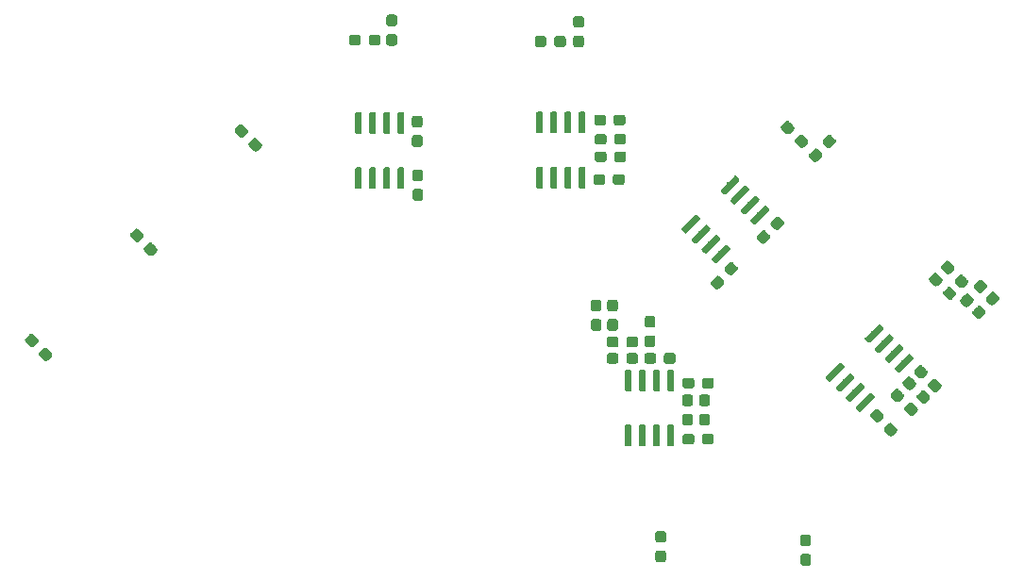
<source format=gbr>
G04 #@! TF.GenerationSoftware,KiCad,Pcbnew,(5.1.4)-1*
G04 #@! TF.CreationDate,2019-10-19T14:09:24-04:00*
G04 #@! TF.ProjectId,I2C Bus Board,49324320-4275-4732-9042-6f6172642e6b,rev?*
G04 #@! TF.SameCoordinates,Original*
G04 #@! TF.FileFunction,Paste,Bot*
G04 #@! TF.FilePolarity,Positive*
%FSLAX46Y46*%
G04 Gerber Fmt 4.6, Leading zero omitted, Abs format (unit mm)*
G04 Created by KiCad (PCBNEW (5.1.4)-1) date 2019-10-19 14:09:24*
%MOMM*%
%LPD*%
G04 APERTURE LIST*
%ADD10C,0.100000*%
%ADD11C,0.950000*%
%ADD12C,0.600000*%
G04 APERTURE END LIST*
D10*
G36*
X200857779Y-40674144D02*
G01*
X200880834Y-40677563D01*
X200903443Y-40683227D01*
X200925387Y-40691079D01*
X200946457Y-40701044D01*
X200966448Y-40713026D01*
X200985168Y-40726910D01*
X201002438Y-40742562D01*
X201018090Y-40759832D01*
X201031974Y-40778552D01*
X201043956Y-40798543D01*
X201053921Y-40819613D01*
X201061773Y-40841557D01*
X201067437Y-40864166D01*
X201070856Y-40887221D01*
X201072000Y-40910500D01*
X201072000Y-41385500D01*
X201070856Y-41408779D01*
X201067437Y-41431834D01*
X201061773Y-41454443D01*
X201053921Y-41476387D01*
X201043956Y-41497457D01*
X201031974Y-41517448D01*
X201018090Y-41536168D01*
X201002438Y-41553438D01*
X200985168Y-41569090D01*
X200966448Y-41582974D01*
X200946457Y-41594956D01*
X200925387Y-41604921D01*
X200903443Y-41612773D01*
X200880834Y-41618437D01*
X200857779Y-41621856D01*
X200834500Y-41623000D01*
X200259500Y-41623000D01*
X200236221Y-41621856D01*
X200213166Y-41618437D01*
X200190557Y-41612773D01*
X200168613Y-41604921D01*
X200147543Y-41594956D01*
X200127552Y-41582974D01*
X200108832Y-41569090D01*
X200091562Y-41553438D01*
X200075910Y-41536168D01*
X200062026Y-41517448D01*
X200050044Y-41497457D01*
X200040079Y-41476387D01*
X200032227Y-41454443D01*
X200026563Y-41431834D01*
X200023144Y-41408779D01*
X200022000Y-41385500D01*
X200022000Y-40910500D01*
X200023144Y-40887221D01*
X200026563Y-40864166D01*
X200032227Y-40841557D01*
X200040079Y-40819613D01*
X200050044Y-40798543D01*
X200062026Y-40778552D01*
X200075910Y-40759832D01*
X200091562Y-40742562D01*
X200108832Y-40726910D01*
X200127552Y-40713026D01*
X200147543Y-40701044D01*
X200168613Y-40691079D01*
X200190557Y-40683227D01*
X200213166Y-40677563D01*
X200236221Y-40674144D01*
X200259500Y-40673000D01*
X200834500Y-40673000D01*
X200857779Y-40674144D01*
X200857779Y-40674144D01*
G37*
D11*
X200547000Y-41148000D03*
D10*
G36*
X202607779Y-40674144D02*
G01*
X202630834Y-40677563D01*
X202653443Y-40683227D01*
X202675387Y-40691079D01*
X202696457Y-40701044D01*
X202716448Y-40713026D01*
X202735168Y-40726910D01*
X202752438Y-40742562D01*
X202768090Y-40759832D01*
X202781974Y-40778552D01*
X202793956Y-40798543D01*
X202803921Y-40819613D01*
X202811773Y-40841557D01*
X202817437Y-40864166D01*
X202820856Y-40887221D01*
X202822000Y-40910500D01*
X202822000Y-41385500D01*
X202820856Y-41408779D01*
X202817437Y-41431834D01*
X202811773Y-41454443D01*
X202803921Y-41476387D01*
X202793956Y-41497457D01*
X202781974Y-41517448D01*
X202768090Y-41536168D01*
X202752438Y-41553438D01*
X202735168Y-41569090D01*
X202716448Y-41582974D01*
X202696457Y-41594956D01*
X202675387Y-41604921D01*
X202653443Y-41612773D01*
X202630834Y-41618437D01*
X202607779Y-41621856D01*
X202584500Y-41623000D01*
X202009500Y-41623000D01*
X201986221Y-41621856D01*
X201963166Y-41618437D01*
X201940557Y-41612773D01*
X201918613Y-41604921D01*
X201897543Y-41594956D01*
X201877552Y-41582974D01*
X201858832Y-41569090D01*
X201841562Y-41553438D01*
X201825910Y-41536168D01*
X201812026Y-41517448D01*
X201800044Y-41497457D01*
X201790079Y-41476387D01*
X201782227Y-41454443D01*
X201776563Y-41431834D01*
X201773144Y-41408779D01*
X201772000Y-41385500D01*
X201772000Y-40910500D01*
X201773144Y-40887221D01*
X201776563Y-40864166D01*
X201782227Y-40841557D01*
X201790079Y-40819613D01*
X201800044Y-40798543D01*
X201812026Y-40778552D01*
X201825910Y-40759832D01*
X201841562Y-40742562D01*
X201858832Y-40726910D01*
X201877552Y-40713026D01*
X201897543Y-40701044D01*
X201918613Y-40691079D01*
X201940557Y-40683227D01*
X201963166Y-40677563D01*
X201986221Y-40674144D01*
X202009500Y-40673000D01*
X202584500Y-40673000D01*
X202607779Y-40674144D01*
X202607779Y-40674144D01*
G37*
D11*
X202297000Y-41148000D03*
D10*
G36*
X204222779Y-40610144D02*
G01*
X204245834Y-40613563D01*
X204268443Y-40619227D01*
X204290387Y-40627079D01*
X204311457Y-40637044D01*
X204331448Y-40649026D01*
X204350168Y-40662910D01*
X204367438Y-40678562D01*
X204383090Y-40695832D01*
X204396974Y-40714552D01*
X204408956Y-40734543D01*
X204418921Y-40755613D01*
X204426773Y-40777557D01*
X204432437Y-40800166D01*
X204435856Y-40823221D01*
X204437000Y-40846500D01*
X204437000Y-41421500D01*
X204435856Y-41444779D01*
X204432437Y-41467834D01*
X204426773Y-41490443D01*
X204418921Y-41512387D01*
X204408956Y-41533457D01*
X204396974Y-41553448D01*
X204383090Y-41572168D01*
X204367438Y-41589438D01*
X204350168Y-41605090D01*
X204331448Y-41618974D01*
X204311457Y-41630956D01*
X204290387Y-41640921D01*
X204268443Y-41648773D01*
X204245834Y-41654437D01*
X204222779Y-41657856D01*
X204199500Y-41659000D01*
X203724500Y-41659000D01*
X203701221Y-41657856D01*
X203678166Y-41654437D01*
X203655557Y-41648773D01*
X203633613Y-41640921D01*
X203612543Y-41630956D01*
X203592552Y-41618974D01*
X203573832Y-41605090D01*
X203556562Y-41589438D01*
X203540910Y-41572168D01*
X203527026Y-41553448D01*
X203515044Y-41533457D01*
X203505079Y-41512387D01*
X203497227Y-41490443D01*
X203491563Y-41467834D01*
X203488144Y-41444779D01*
X203487000Y-41421500D01*
X203487000Y-40846500D01*
X203488144Y-40823221D01*
X203491563Y-40800166D01*
X203497227Y-40777557D01*
X203505079Y-40755613D01*
X203515044Y-40734543D01*
X203527026Y-40714552D01*
X203540910Y-40695832D01*
X203556562Y-40678562D01*
X203573832Y-40662910D01*
X203592552Y-40649026D01*
X203612543Y-40637044D01*
X203633613Y-40627079D01*
X203655557Y-40619227D01*
X203678166Y-40613563D01*
X203701221Y-40610144D01*
X203724500Y-40609000D01*
X204199500Y-40609000D01*
X204222779Y-40610144D01*
X204222779Y-40610144D01*
G37*
D11*
X203962000Y-41134000D03*
D10*
G36*
X204222779Y-38860144D02*
G01*
X204245834Y-38863563D01*
X204268443Y-38869227D01*
X204290387Y-38877079D01*
X204311457Y-38887044D01*
X204331448Y-38899026D01*
X204350168Y-38912910D01*
X204367438Y-38928562D01*
X204383090Y-38945832D01*
X204396974Y-38964552D01*
X204408956Y-38984543D01*
X204418921Y-39005613D01*
X204426773Y-39027557D01*
X204432437Y-39050166D01*
X204435856Y-39073221D01*
X204437000Y-39096500D01*
X204437000Y-39671500D01*
X204435856Y-39694779D01*
X204432437Y-39717834D01*
X204426773Y-39740443D01*
X204418921Y-39762387D01*
X204408956Y-39783457D01*
X204396974Y-39803448D01*
X204383090Y-39822168D01*
X204367438Y-39839438D01*
X204350168Y-39855090D01*
X204331448Y-39868974D01*
X204311457Y-39880956D01*
X204290387Y-39890921D01*
X204268443Y-39898773D01*
X204245834Y-39904437D01*
X204222779Y-39907856D01*
X204199500Y-39909000D01*
X203724500Y-39909000D01*
X203701221Y-39907856D01*
X203678166Y-39904437D01*
X203655557Y-39898773D01*
X203633613Y-39890921D01*
X203612543Y-39880956D01*
X203592552Y-39868974D01*
X203573832Y-39855090D01*
X203556562Y-39839438D01*
X203540910Y-39822168D01*
X203527026Y-39803448D01*
X203515044Y-39783457D01*
X203505079Y-39762387D01*
X203497227Y-39740443D01*
X203491563Y-39717834D01*
X203488144Y-39694779D01*
X203487000Y-39671500D01*
X203487000Y-39096500D01*
X203488144Y-39073221D01*
X203491563Y-39050166D01*
X203497227Y-39027557D01*
X203505079Y-39005613D01*
X203515044Y-38984543D01*
X203527026Y-38964552D01*
X203540910Y-38945832D01*
X203556562Y-38928562D01*
X203573832Y-38912910D01*
X203592552Y-38899026D01*
X203612543Y-38887044D01*
X203633613Y-38877079D01*
X203655557Y-38869227D01*
X203678166Y-38863563D01*
X203701221Y-38860144D01*
X203724500Y-38859000D01*
X204199500Y-38859000D01*
X204222779Y-38860144D01*
X204222779Y-38860144D01*
G37*
D11*
X203962000Y-39384000D03*
D10*
G36*
X238307516Y-62068174D02*
G01*
X238330571Y-62071593D01*
X238353180Y-62077257D01*
X238375124Y-62085109D01*
X238396194Y-62095074D01*
X238416185Y-62107056D01*
X238434905Y-62120940D01*
X238452175Y-62136592D01*
X238858761Y-62543178D01*
X238874413Y-62560448D01*
X238888297Y-62579168D01*
X238900279Y-62599159D01*
X238910244Y-62620229D01*
X238918096Y-62642173D01*
X238923760Y-62664782D01*
X238927179Y-62687837D01*
X238928323Y-62711116D01*
X238927179Y-62734395D01*
X238923760Y-62757450D01*
X238918096Y-62780059D01*
X238910244Y-62802003D01*
X238900279Y-62823073D01*
X238888297Y-62843064D01*
X238874413Y-62861784D01*
X238858761Y-62879054D01*
X238522885Y-63214930D01*
X238505615Y-63230582D01*
X238486895Y-63244466D01*
X238466904Y-63256448D01*
X238445834Y-63266413D01*
X238423890Y-63274265D01*
X238401281Y-63279929D01*
X238378226Y-63283348D01*
X238354947Y-63284492D01*
X238331668Y-63283348D01*
X238308613Y-63279929D01*
X238286004Y-63274265D01*
X238264060Y-63266413D01*
X238242990Y-63256448D01*
X238222999Y-63244466D01*
X238204279Y-63230582D01*
X238187009Y-63214930D01*
X237780423Y-62808344D01*
X237764771Y-62791074D01*
X237750887Y-62772354D01*
X237738905Y-62752363D01*
X237728940Y-62731293D01*
X237721088Y-62709349D01*
X237715424Y-62686740D01*
X237712005Y-62663685D01*
X237710861Y-62640406D01*
X237712005Y-62617127D01*
X237715424Y-62594072D01*
X237721088Y-62571463D01*
X237728940Y-62549519D01*
X237738905Y-62528449D01*
X237750887Y-62508458D01*
X237764771Y-62489738D01*
X237780423Y-62472468D01*
X238116299Y-62136592D01*
X238133569Y-62120940D01*
X238152289Y-62107056D01*
X238172280Y-62095074D01*
X238193350Y-62085109D01*
X238215294Y-62077257D01*
X238237903Y-62071593D01*
X238260958Y-62068174D01*
X238284237Y-62067030D01*
X238307516Y-62068174D01*
X238307516Y-62068174D01*
G37*
D11*
X238319592Y-62675761D03*
D10*
G36*
X237070080Y-60830738D02*
G01*
X237093135Y-60834157D01*
X237115744Y-60839821D01*
X237137688Y-60847673D01*
X237158758Y-60857638D01*
X237178749Y-60869620D01*
X237197469Y-60883504D01*
X237214739Y-60899156D01*
X237621325Y-61305742D01*
X237636977Y-61323012D01*
X237650861Y-61341732D01*
X237662843Y-61361723D01*
X237672808Y-61382793D01*
X237680660Y-61404737D01*
X237686324Y-61427346D01*
X237689743Y-61450401D01*
X237690887Y-61473680D01*
X237689743Y-61496959D01*
X237686324Y-61520014D01*
X237680660Y-61542623D01*
X237672808Y-61564567D01*
X237662843Y-61585637D01*
X237650861Y-61605628D01*
X237636977Y-61624348D01*
X237621325Y-61641618D01*
X237285449Y-61977494D01*
X237268179Y-61993146D01*
X237249459Y-62007030D01*
X237229468Y-62019012D01*
X237208398Y-62028977D01*
X237186454Y-62036829D01*
X237163845Y-62042493D01*
X237140790Y-62045912D01*
X237117511Y-62047056D01*
X237094232Y-62045912D01*
X237071177Y-62042493D01*
X237048568Y-62036829D01*
X237026624Y-62028977D01*
X237005554Y-62019012D01*
X236985563Y-62007030D01*
X236966843Y-61993146D01*
X236949573Y-61977494D01*
X236542987Y-61570908D01*
X236527335Y-61553638D01*
X236513451Y-61534918D01*
X236501469Y-61514927D01*
X236491504Y-61493857D01*
X236483652Y-61471913D01*
X236477988Y-61449304D01*
X236474569Y-61426249D01*
X236473425Y-61402970D01*
X236474569Y-61379691D01*
X236477988Y-61356636D01*
X236483652Y-61334027D01*
X236491504Y-61312083D01*
X236501469Y-61291013D01*
X236513451Y-61271022D01*
X236527335Y-61252302D01*
X236542987Y-61235032D01*
X236878863Y-60899156D01*
X236896133Y-60883504D01*
X236914853Y-60869620D01*
X236934844Y-60857638D01*
X236955914Y-60847673D01*
X236977858Y-60839821D01*
X237000467Y-60834157D01*
X237023522Y-60830738D01*
X237046801Y-60829594D01*
X237070080Y-60830738D01*
X237070080Y-60830738D01*
G37*
D11*
X237082156Y-61438325D03*
D10*
G36*
X237229885Y-63145804D02*
G01*
X237252940Y-63149223D01*
X237275549Y-63154887D01*
X237297493Y-63162739D01*
X237318563Y-63172704D01*
X237338554Y-63184686D01*
X237357274Y-63198570D01*
X237374544Y-63214222D01*
X237781130Y-63620808D01*
X237796782Y-63638078D01*
X237810666Y-63656798D01*
X237822648Y-63676789D01*
X237832613Y-63697859D01*
X237840465Y-63719803D01*
X237846129Y-63742412D01*
X237849548Y-63765467D01*
X237850692Y-63788746D01*
X237849548Y-63812025D01*
X237846129Y-63835080D01*
X237840465Y-63857689D01*
X237832613Y-63879633D01*
X237822648Y-63900703D01*
X237810666Y-63920694D01*
X237796782Y-63939414D01*
X237781130Y-63956684D01*
X237445254Y-64292560D01*
X237427984Y-64308212D01*
X237409264Y-64322096D01*
X237389273Y-64334078D01*
X237368203Y-64344043D01*
X237346259Y-64351895D01*
X237323650Y-64357559D01*
X237300595Y-64360978D01*
X237277316Y-64362122D01*
X237254037Y-64360978D01*
X237230982Y-64357559D01*
X237208373Y-64351895D01*
X237186429Y-64344043D01*
X237165359Y-64334078D01*
X237145368Y-64322096D01*
X237126648Y-64308212D01*
X237109378Y-64292560D01*
X236702792Y-63885974D01*
X236687140Y-63868704D01*
X236673256Y-63849984D01*
X236661274Y-63829993D01*
X236651309Y-63808923D01*
X236643457Y-63786979D01*
X236637793Y-63764370D01*
X236634374Y-63741315D01*
X236633230Y-63718036D01*
X236634374Y-63694757D01*
X236637793Y-63671702D01*
X236643457Y-63649093D01*
X236651309Y-63627149D01*
X236661274Y-63606079D01*
X236673256Y-63586088D01*
X236687140Y-63567368D01*
X236702792Y-63550098D01*
X237038668Y-63214222D01*
X237055938Y-63198570D01*
X237074658Y-63184686D01*
X237094649Y-63172704D01*
X237115719Y-63162739D01*
X237137663Y-63154887D01*
X237160272Y-63149223D01*
X237183327Y-63145804D01*
X237206606Y-63144660D01*
X237229885Y-63145804D01*
X237229885Y-63145804D01*
G37*
D11*
X237241961Y-63753391D03*
D10*
G36*
X235992449Y-61908368D02*
G01*
X236015504Y-61911787D01*
X236038113Y-61917451D01*
X236060057Y-61925303D01*
X236081127Y-61935268D01*
X236101118Y-61947250D01*
X236119838Y-61961134D01*
X236137108Y-61976786D01*
X236543694Y-62383372D01*
X236559346Y-62400642D01*
X236573230Y-62419362D01*
X236585212Y-62439353D01*
X236595177Y-62460423D01*
X236603029Y-62482367D01*
X236608693Y-62504976D01*
X236612112Y-62528031D01*
X236613256Y-62551310D01*
X236612112Y-62574589D01*
X236608693Y-62597644D01*
X236603029Y-62620253D01*
X236595177Y-62642197D01*
X236585212Y-62663267D01*
X236573230Y-62683258D01*
X236559346Y-62701978D01*
X236543694Y-62719248D01*
X236207818Y-63055124D01*
X236190548Y-63070776D01*
X236171828Y-63084660D01*
X236151837Y-63096642D01*
X236130767Y-63106607D01*
X236108823Y-63114459D01*
X236086214Y-63120123D01*
X236063159Y-63123542D01*
X236039880Y-63124686D01*
X236016601Y-63123542D01*
X235993546Y-63120123D01*
X235970937Y-63114459D01*
X235948993Y-63106607D01*
X235927923Y-63096642D01*
X235907932Y-63084660D01*
X235889212Y-63070776D01*
X235871942Y-63055124D01*
X235465356Y-62648538D01*
X235449704Y-62631268D01*
X235435820Y-62612548D01*
X235423838Y-62592557D01*
X235413873Y-62571487D01*
X235406021Y-62549543D01*
X235400357Y-62526934D01*
X235396938Y-62503879D01*
X235395794Y-62480600D01*
X235396938Y-62457321D01*
X235400357Y-62434266D01*
X235406021Y-62411657D01*
X235413873Y-62389713D01*
X235423838Y-62368643D01*
X235435820Y-62348652D01*
X235449704Y-62329932D01*
X235465356Y-62312662D01*
X235801232Y-61976786D01*
X235818502Y-61961134D01*
X235837222Y-61947250D01*
X235857213Y-61935268D01*
X235878283Y-61925303D01*
X235900227Y-61917451D01*
X235922836Y-61911787D01*
X235945891Y-61908368D01*
X235969170Y-61907224D01*
X235992449Y-61908368D01*
X235992449Y-61908368D01*
G37*
D11*
X236004525Y-62515955D03*
D10*
G36*
X184220779Y-40547144D02*
G01*
X184243834Y-40550563D01*
X184266443Y-40556227D01*
X184288387Y-40564079D01*
X184309457Y-40574044D01*
X184329448Y-40586026D01*
X184348168Y-40599910D01*
X184365438Y-40615562D01*
X184381090Y-40632832D01*
X184394974Y-40651552D01*
X184406956Y-40671543D01*
X184416921Y-40692613D01*
X184424773Y-40714557D01*
X184430437Y-40737166D01*
X184433856Y-40760221D01*
X184435000Y-40783500D01*
X184435000Y-41258500D01*
X184433856Y-41281779D01*
X184430437Y-41304834D01*
X184424773Y-41327443D01*
X184416921Y-41349387D01*
X184406956Y-41370457D01*
X184394974Y-41390448D01*
X184381090Y-41409168D01*
X184365438Y-41426438D01*
X184348168Y-41442090D01*
X184329448Y-41455974D01*
X184309457Y-41467956D01*
X184288387Y-41477921D01*
X184266443Y-41485773D01*
X184243834Y-41491437D01*
X184220779Y-41494856D01*
X184197500Y-41496000D01*
X183622500Y-41496000D01*
X183599221Y-41494856D01*
X183576166Y-41491437D01*
X183553557Y-41485773D01*
X183531613Y-41477921D01*
X183510543Y-41467956D01*
X183490552Y-41455974D01*
X183471832Y-41442090D01*
X183454562Y-41426438D01*
X183438910Y-41409168D01*
X183425026Y-41390448D01*
X183413044Y-41370457D01*
X183403079Y-41349387D01*
X183395227Y-41327443D01*
X183389563Y-41304834D01*
X183386144Y-41281779D01*
X183385000Y-41258500D01*
X183385000Y-40783500D01*
X183386144Y-40760221D01*
X183389563Y-40737166D01*
X183395227Y-40714557D01*
X183403079Y-40692613D01*
X183413044Y-40671543D01*
X183425026Y-40651552D01*
X183438910Y-40632832D01*
X183454562Y-40615562D01*
X183471832Y-40599910D01*
X183490552Y-40586026D01*
X183510543Y-40574044D01*
X183531613Y-40564079D01*
X183553557Y-40556227D01*
X183576166Y-40550563D01*
X183599221Y-40547144D01*
X183622500Y-40546000D01*
X184197500Y-40546000D01*
X184220779Y-40547144D01*
X184220779Y-40547144D01*
G37*
D11*
X183910000Y-41021000D03*
D10*
G36*
X185970779Y-40547144D02*
G01*
X185993834Y-40550563D01*
X186016443Y-40556227D01*
X186038387Y-40564079D01*
X186059457Y-40574044D01*
X186079448Y-40586026D01*
X186098168Y-40599910D01*
X186115438Y-40615562D01*
X186131090Y-40632832D01*
X186144974Y-40651552D01*
X186156956Y-40671543D01*
X186166921Y-40692613D01*
X186174773Y-40714557D01*
X186180437Y-40737166D01*
X186183856Y-40760221D01*
X186185000Y-40783500D01*
X186185000Y-41258500D01*
X186183856Y-41281779D01*
X186180437Y-41304834D01*
X186174773Y-41327443D01*
X186166921Y-41349387D01*
X186156956Y-41370457D01*
X186144974Y-41390448D01*
X186131090Y-41409168D01*
X186115438Y-41426438D01*
X186098168Y-41442090D01*
X186079448Y-41455974D01*
X186059457Y-41467956D01*
X186038387Y-41477921D01*
X186016443Y-41485773D01*
X185993834Y-41491437D01*
X185970779Y-41494856D01*
X185947500Y-41496000D01*
X185372500Y-41496000D01*
X185349221Y-41494856D01*
X185326166Y-41491437D01*
X185303557Y-41485773D01*
X185281613Y-41477921D01*
X185260543Y-41467956D01*
X185240552Y-41455974D01*
X185221832Y-41442090D01*
X185204562Y-41426438D01*
X185188910Y-41409168D01*
X185175026Y-41390448D01*
X185163044Y-41370457D01*
X185153079Y-41349387D01*
X185145227Y-41327443D01*
X185139563Y-41304834D01*
X185136144Y-41281779D01*
X185135000Y-41258500D01*
X185135000Y-40783500D01*
X185136144Y-40760221D01*
X185139563Y-40737166D01*
X185145227Y-40714557D01*
X185153079Y-40692613D01*
X185163044Y-40671543D01*
X185175026Y-40651552D01*
X185188910Y-40632832D01*
X185204562Y-40615562D01*
X185221832Y-40599910D01*
X185240552Y-40586026D01*
X185260543Y-40574044D01*
X185281613Y-40564079D01*
X185303557Y-40556227D01*
X185326166Y-40550563D01*
X185349221Y-40547144D01*
X185372500Y-40546000D01*
X185947500Y-40546000D01*
X185970779Y-40547144D01*
X185970779Y-40547144D01*
G37*
D11*
X185660000Y-41021000D03*
D10*
G36*
X187458779Y-40483144D02*
G01*
X187481834Y-40486563D01*
X187504443Y-40492227D01*
X187526387Y-40500079D01*
X187547457Y-40510044D01*
X187567448Y-40522026D01*
X187586168Y-40535910D01*
X187603438Y-40551562D01*
X187619090Y-40568832D01*
X187632974Y-40587552D01*
X187644956Y-40607543D01*
X187654921Y-40628613D01*
X187662773Y-40650557D01*
X187668437Y-40673166D01*
X187671856Y-40696221D01*
X187673000Y-40719500D01*
X187673000Y-41294500D01*
X187671856Y-41317779D01*
X187668437Y-41340834D01*
X187662773Y-41363443D01*
X187654921Y-41385387D01*
X187644956Y-41406457D01*
X187632974Y-41426448D01*
X187619090Y-41445168D01*
X187603438Y-41462438D01*
X187586168Y-41478090D01*
X187567448Y-41491974D01*
X187547457Y-41503956D01*
X187526387Y-41513921D01*
X187504443Y-41521773D01*
X187481834Y-41527437D01*
X187458779Y-41530856D01*
X187435500Y-41532000D01*
X186960500Y-41532000D01*
X186937221Y-41530856D01*
X186914166Y-41527437D01*
X186891557Y-41521773D01*
X186869613Y-41513921D01*
X186848543Y-41503956D01*
X186828552Y-41491974D01*
X186809832Y-41478090D01*
X186792562Y-41462438D01*
X186776910Y-41445168D01*
X186763026Y-41426448D01*
X186751044Y-41406457D01*
X186741079Y-41385387D01*
X186733227Y-41363443D01*
X186727563Y-41340834D01*
X186724144Y-41317779D01*
X186723000Y-41294500D01*
X186723000Y-40719500D01*
X186724144Y-40696221D01*
X186727563Y-40673166D01*
X186733227Y-40650557D01*
X186741079Y-40628613D01*
X186751044Y-40607543D01*
X186763026Y-40587552D01*
X186776910Y-40568832D01*
X186792562Y-40551562D01*
X186809832Y-40535910D01*
X186828552Y-40522026D01*
X186848543Y-40510044D01*
X186869613Y-40500079D01*
X186891557Y-40492227D01*
X186914166Y-40486563D01*
X186937221Y-40483144D01*
X186960500Y-40482000D01*
X187435500Y-40482000D01*
X187458779Y-40483144D01*
X187458779Y-40483144D01*
G37*
D11*
X187198000Y-41007000D03*
D10*
G36*
X187458779Y-38733144D02*
G01*
X187481834Y-38736563D01*
X187504443Y-38742227D01*
X187526387Y-38750079D01*
X187547457Y-38760044D01*
X187567448Y-38772026D01*
X187586168Y-38785910D01*
X187603438Y-38801562D01*
X187619090Y-38818832D01*
X187632974Y-38837552D01*
X187644956Y-38857543D01*
X187654921Y-38878613D01*
X187662773Y-38900557D01*
X187668437Y-38923166D01*
X187671856Y-38946221D01*
X187673000Y-38969500D01*
X187673000Y-39544500D01*
X187671856Y-39567779D01*
X187668437Y-39590834D01*
X187662773Y-39613443D01*
X187654921Y-39635387D01*
X187644956Y-39656457D01*
X187632974Y-39676448D01*
X187619090Y-39695168D01*
X187603438Y-39712438D01*
X187586168Y-39728090D01*
X187567448Y-39741974D01*
X187547457Y-39753956D01*
X187526387Y-39763921D01*
X187504443Y-39771773D01*
X187481834Y-39777437D01*
X187458779Y-39780856D01*
X187435500Y-39782000D01*
X186960500Y-39782000D01*
X186937221Y-39780856D01*
X186914166Y-39777437D01*
X186891557Y-39771773D01*
X186869613Y-39763921D01*
X186848543Y-39753956D01*
X186828552Y-39741974D01*
X186809832Y-39728090D01*
X186792562Y-39712438D01*
X186776910Y-39695168D01*
X186763026Y-39676448D01*
X186751044Y-39656457D01*
X186741079Y-39635387D01*
X186733227Y-39613443D01*
X186727563Y-39590834D01*
X186724144Y-39567779D01*
X186723000Y-39544500D01*
X186723000Y-38969500D01*
X186724144Y-38946221D01*
X186727563Y-38923166D01*
X186733227Y-38900557D01*
X186741079Y-38878613D01*
X186751044Y-38857543D01*
X186763026Y-38837552D01*
X186776910Y-38818832D01*
X186792562Y-38801562D01*
X186809832Y-38785910D01*
X186828552Y-38772026D01*
X186848543Y-38760044D01*
X186869613Y-38750079D01*
X186891557Y-38742227D01*
X186914166Y-38736563D01*
X186937221Y-38733144D01*
X186960500Y-38732000D01*
X187435500Y-38732000D01*
X187458779Y-38733144D01*
X187458779Y-38733144D01*
G37*
D11*
X187198000Y-39257000D03*
D10*
G36*
X226524288Y-49515615D02*
G01*
X226547343Y-49519034D01*
X226569952Y-49524698D01*
X226591896Y-49532550D01*
X226612966Y-49542515D01*
X226632957Y-49554497D01*
X226651677Y-49568381D01*
X226668947Y-49584033D01*
X227004823Y-49919909D01*
X227020475Y-49937179D01*
X227034359Y-49955899D01*
X227046341Y-49975890D01*
X227056306Y-49996960D01*
X227064158Y-50018904D01*
X227069822Y-50041513D01*
X227073241Y-50064568D01*
X227074385Y-50087847D01*
X227073241Y-50111126D01*
X227069822Y-50134181D01*
X227064158Y-50156790D01*
X227056306Y-50178734D01*
X227046341Y-50199804D01*
X227034359Y-50219795D01*
X227020475Y-50238515D01*
X227004823Y-50255785D01*
X226598237Y-50662371D01*
X226580967Y-50678023D01*
X226562247Y-50691907D01*
X226542256Y-50703889D01*
X226521186Y-50713854D01*
X226499242Y-50721706D01*
X226476633Y-50727370D01*
X226453578Y-50730789D01*
X226430299Y-50731933D01*
X226407020Y-50730789D01*
X226383965Y-50727370D01*
X226361356Y-50721706D01*
X226339412Y-50713854D01*
X226318342Y-50703889D01*
X226298351Y-50691907D01*
X226279631Y-50678023D01*
X226262361Y-50662371D01*
X225926485Y-50326495D01*
X225910833Y-50309225D01*
X225896949Y-50290505D01*
X225884967Y-50270514D01*
X225875002Y-50249444D01*
X225867150Y-50227500D01*
X225861486Y-50204891D01*
X225858067Y-50181836D01*
X225856923Y-50158557D01*
X225858067Y-50135278D01*
X225861486Y-50112223D01*
X225867150Y-50089614D01*
X225875002Y-50067670D01*
X225884967Y-50046600D01*
X225896949Y-50026609D01*
X225910833Y-50007889D01*
X225926485Y-49990619D01*
X226333071Y-49584033D01*
X226350341Y-49568381D01*
X226369061Y-49554497D01*
X226389052Y-49542515D01*
X226410122Y-49532550D01*
X226432066Y-49524698D01*
X226454675Y-49519034D01*
X226477730Y-49515615D01*
X226501009Y-49514471D01*
X226524288Y-49515615D01*
X226524288Y-49515615D01*
G37*
D11*
X226465654Y-50123202D03*
D10*
G36*
X225286852Y-50753051D02*
G01*
X225309907Y-50756470D01*
X225332516Y-50762134D01*
X225354460Y-50769986D01*
X225375530Y-50779951D01*
X225395521Y-50791933D01*
X225414241Y-50805817D01*
X225431511Y-50821469D01*
X225767387Y-51157345D01*
X225783039Y-51174615D01*
X225796923Y-51193335D01*
X225808905Y-51213326D01*
X225818870Y-51234396D01*
X225826722Y-51256340D01*
X225832386Y-51278949D01*
X225835805Y-51302004D01*
X225836949Y-51325283D01*
X225835805Y-51348562D01*
X225832386Y-51371617D01*
X225826722Y-51394226D01*
X225818870Y-51416170D01*
X225808905Y-51437240D01*
X225796923Y-51457231D01*
X225783039Y-51475951D01*
X225767387Y-51493221D01*
X225360801Y-51899807D01*
X225343531Y-51915459D01*
X225324811Y-51929343D01*
X225304820Y-51941325D01*
X225283750Y-51951290D01*
X225261806Y-51959142D01*
X225239197Y-51964806D01*
X225216142Y-51968225D01*
X225192863Y-51969369D01*
X225169584Y-51968225D01*
X225146529Y-51964806D01*
X225123920Y-51959142D01*
X225101976Y-51951290D01*
X225080906Y-51941325D01*
X225060915Y-51929343D01*
X225042195Y-51915459D01*
X225024925Y-51899807D01*
X224689049Y-51563931D01*
X224673397Y-51546661D01*
X224659513Y-51527941D01*
X224647531Y-51507950D01*
X224637566Y-51486880D01*
X224629714Y-51464936D01*
X224624050Y-51442327D01*
X224620631Y-51419272D01*
X224619487Y-51395993D01*
X224620631Y-51372714D01*
X224624050Y-51349659D01*
X224629714Y-51327050D01*
X224637566Y-51305106D01*
X224647531Y-51284036D01*
X224659513Y-51264045D01*
X224673397Y-51245325D01*
X224689049Y-51228055D01*
X225095635Y-50821469D01*
X225112905Y-50805817D01*
X225131625Y-50791933D01*
X225151616Y-50779951D01*
X225172686Y-50769986D01*
X225194630Y-50762134D01*
X225217239Y-50756470D01*
X225240294Y-50753051D01*
X225263573Y-50751907D01*
X225286852Y-50753051D01*
X225286852Y-50753051D01*
G37*
D11*
X225228218Y-51360638D03*
D10*
G36*
X223939106Y-49495815D02*
G01*
X223962161Y-49499234D01*
X223984770Y-49504898D01*
X224006714Y-49512750D01*
X224027784Y-49522715D01*
X224047775Y-49534697D01*
X224066495Y-49548581D01*
X224083765Y-49564233D01*
X224490351Y-49970819D01*
X224506003Y-49988089D01*
X224519887Y-50006809D01*
X224531869Y-50026800D01*
X224541834Y-50047870D01*
X224549686Y-50069814D01*
X224555350Y-50092423D01*
X224558769Y-50115478D01*
X224559913Y-50138757D01*
X224558769Y-50162036D01*
X224555350Y-50185091D01*
X224549686Y-50207700D01*
X224541834Y-50229644D01*
X224531869Y-50250714D01*
X224519887Y-50270705D01*
X224506003Y-50289425D01*
X224490351Y-50306695D01*
X224154475Y-50642571D01*
X224137205Y-50658223D01*
X224118485Y-50672107D01*
X224098494Y-50684089D01*
X224077424Y-50694054D01*
X224055480Y-50701906D01*
X224032871Y-50707570D01*
X224009816Y-50710989D01*
X223986537Y-50712133D01*
X223963258Y-50710989D01*
X223940203Y-50707570D01*
X223917594Y-50701906D01*
X223895650Y-50694054D01*
X223874580Y-50684089D01*
X223854589Y-50672107D01*
X223835869Y-50658223D01*
X223818599Y-50642571D01*
X223412013Y-50235985D01*
X223396361Y-50218715D01*
X223382477Y-50199995D01*
X223370495Y-50180004D01*
X223360530Y-50158934D01*
X223352678Y-50136990D01*
X223347014Y-50114381D01*
X223343595Y-50091326D01*
X223342451Y-50068047D01*
X223343595Y-50044768D01*
X223347014Y-50021713D01*
X223352678Y-49999104D01*
X223360530Y-49977160D01*
X223370495Y-49956090D01*
X223382477Y-49936099D01*
X223396361Y-49917379D01*
X223412013Y-49900109D01*
X223747889Y-49564233D01*
X223765159Y-49548581D01*
X223783879Y-49534697D01*
X223803870Y-49522715D01*
X223824940Y-49512750D01*
X223846884Y-49504898D01*
X223869493Y-49499234D01*
X223892548Y-49495815D01*
X223915827Y-49494671D01*
X223939106Y-49495815D01*
X223939106Y-49495815D01*
G37*
D11*
X223951182Y-50103402D03*
D10*
G36*
X222701670Y-48258379D02*
G01*
X222724725Y-48261798D01*
X222747334Y-48267462D01*
X222769278Y-48275314D01*
X222790348Y-48285279D01*
X222810339Y-48297261D01*
X222829059Y-48311145D01*
X222846329Y-48326797D01*
X223252915Y-48733383D01*
X223268567Y-48750653D01*
X223282451Y-48769373D01*
X223294433Y-48789364D01*
X223304398Y-48810434D01*
X223312250Y-48832378D01*
X223317914Y-48854987D01*
X223321333Y-48878042D01*
X223322477Y-48901321D01*
X223321333Y-48924600D01*
X223317914Y-48947655D01*
X223312250Y-48970264D01*
X223304398Y-48992208D01*
X223294433Y-49013278D01*
X223282451Y-49033269D01*
X223268567Y-49051989D01*
X223252915Y-49069259D01*
X222917039Y-49405135D01*
X222899769Y-49420787D01*
X222881049Y-49434671D01*
X222861058Y-49446653D01*
X222839988Y-49456618D01*
X222818044Y-49464470D01*
X222795435Y-49470134D01*
X222772380Y-49473553D01*
X222749101Y-49474697D01*
X222725822Y-49473553D01*
X222702767Y-49470134D01*
X222680158Y-49464470D01*
X222658214Y-49456618D01*
X222637144Y-49446653D01*
X222617153Y-49434671D01*
X222598433Y-49420787D01*
X222581163Y-49405135D01*
X222174577Y-48998549D01*
X222158925Y-48981279D01*
X222145041Y-48962559D01*
X222133059Y-48942568D01*
X222123094Y-48921498D01*
X222115242Y-48899554D01*
X222109578Y-48876945D01*
X222106159Y-48853890D01*
X222105015Y-48830611D01*
X222106159Y-48807332D01*
X222109578Y-48784277D01*
X222115242Y-48761668D01*
X222123094Y-48739724D01*
X222133059Y-48718654D01*
X222145041Y-48698663D01*
X222158925Y-48679943D01*
X222174577Y-48662673D01*
X222510453Y-48326797D01*
X222527723Y-48311145D01*
X222546443Y-48297261D01*
X222566434Y-48285279D01*
X222587504Y-48275314D01*
X222609448Y-48267462D01*
X222632057Y-48261798D01*
X222655112Y-48258379D01*
X222678391Y-48257235D01*
X222701670Y-48258379D01*
X222701670Y-48258379D01*
G37*
D11*
X222713746Y-48865966D03*
D10*
G36*
X174944261Y-49808083D02*
G01*
X174967316Y-49811502D01*
X174989925Y-49817166D01*
X175011869Y-49825018D01*
X175032939Y-49834983D01*
X175052930Y-49846965D01*
X175071650Y-49860849D01*
X175088920Y-49876501D01*
X175495506Y-50283087D01*
X175511158Y-50300357D01*
X175525042Y-50319077D01*
X175537024Y-50339068D01*
X175546989Y-50360138D01*
X175554841Y-50382082D01*
X175560505Y-50404691D01*
X175563924Y-50427746D01*
X175565068Y-50451025D01*
X175563924Y-50474304D01*
X175560505Y-50497359D01*
X175554841Y-50519968D01*
X175546989Y-50541912D01*
X175537024Y-50562982D01*
X175525042Y-50582973D01*
X175511158Y-50601693D01*
X175495506Y-50618963D01*
X175159630Y-50954839D01*
X175142360Y-50970491D01*
X175123640Y-50984375D01*
X175103649Y-50996357D01*
X175082579Y-51006322D01*
X175060635Y-51014174D01*
X175038026Y-51019838D01*
X175014971Y-51023257D01*
X174991692Y-51024401D01*
X174968413Y-51023257D01*
X174945358Y-51019838D01*
X174922749Y-51014174D01*
X174900805Y-51006322D01*
X174879735Y-50996357D01*
X174859744Y-50984375D01*
X174841024Y-50970491D01*
X174823754Y-50954839D01*
X174417168Y-50548253D01*
X174401516Y-50530983D01*
X174387632Y-50512263D01*
X174375650Y-50492272D01*
X174365685Y-50471202D01*
X174357833Y-50449258D01*
X174352169Y-50426649D01*
X174348750Y-50403594D01*
X174347606Y-50380315D01*
X174348750Y-50357036D01*
X174352169Y-50333981D01*
X174357833Y-50311372D01*
X174365685Y-50289428D01*
X174375650Y-50268358D01*
X174387632Y-50248367D01*
X174401516Y-50229647D01*
X174417168Y-50212377D01*
X174753044Y-49876501D01*
X174770314Y-49860849D01*
X174789034Y-49846965D01*
X174809025Y-49834983D01*
X174830095Y-49825018D01*
X174852039Y-49817166D01*
X174874648Y-49811502D01*
X174897703Y-49808083D01*
X174920982Y-49806939D01*
X174944261Y-49808083D01*
X174944261Y-49808083D01*
G37*
D11*
X174956337Y-50415670D03*
D10*
G36*
X173706825Y-48570647D02*
G01*
X173729880Y-48574066D01*
X173752489Y-48579730D01*
X173774433Y-48587582D01*
X173795503Y-48597547D01*
X173815494Y-48609529D01*
X173834214Y-48623413D01*
X173851484Y-48639065D01*
X174258070Y-49045651D01*
X174273722Y-49062921D01*
X174287606Y-49081641D01*
X174299588Y-49101632D01*
X174309553Y-49122702D01*
X174317405Y-49144646D01*
X174323069Y-49167255D01*
X174326488Y-49190310D01*
X174327632Y-49213589D01*
X174326488Y-49236868D01*
X174323069Y-49259923D01*
X174317405Y-49282532D01*
X174309553Y-49304476D01*
X174299588Y-49325546D01*
X174287606Y-49345537D01*
X174273722Y-49364257D01*
X174258070Y-49381527D01*
X173922194Y-49717403D01*
X173904924Y-49733055D01*
X173886204Y-49746939D01*
X173866213Y-49758921D01*
X173845143Y-49768886D01*
X173823199Y-49776738D01*
X173800590Y-49782402D01*
X173777535Y-49785821D01*
X173754256Y-49786965D01*
X173730977Y-49785821D01*
X173707922Y-49782402D01*
X173685313Y-49776738D01*
X173663369Y-49768886D01*
X173642299Y-49758921D01*
X173622308Y-49746939D01*
X173603588Y-49733055D01*
X173586318Y-49717403D01*
X173179732Y-49310817D01*
X173164080Y-49293547D01*
X173150196Y-49274827D01*
X173138214Y-49254836D01*
X173128249Y-49233766D01*
X173120397Y-49211822D01*
X173114733Y-49189213D01*
X173111314Y-49166158D01*
X173110170Y-49142879D01*
X173111314Y-49119600D01*
X173114733Y-49096545D01*
X173120397Y-49073936D01*
X173128249Y-49051992D01*
X173138214Y-49030922D01*
X173150196Y-49010931D01*
X173164080Y-48992211D01*
X173179732Y-48974941D01*
X173515608Y-48639065D01*
X173532878Y-48623413D01*
X173551598Y-48609529D01*
X173571589Y-48597547D01*
X173592659Y-48587582D01*
X173614603Y-48579730D01*
X173637212Y-48574066D01*
X173660267Y-48570647D01*
X173683546Y-48569503D01*
X173706825Y-48570647D01*
X173706825Y-48570647D01*
G37*
D11*
X173718901Y-49178234D03*
D10*
G36*
X164322457Y-57955015D02*
G01*
X164345512Y-57958434D01*
X164368121Y-57964098D01*
X164390065Y-57971950D01*
X164411135Y-57981915D01*
X164431126Y-57993897D01*
X164449846Y-58007781D01*
X164467116Y-58023433D01*
X164873702Y-58430019D01*
X164889354Y-58447289D01*
X164903238Y-58466009D01*
X164915220Y-58486000D01*
X164925185Y-58507070D01*
X164933037Y-58529014D01*
X164938701Y-58551623D01*
X164942120Y-58574678D01*
X164943264Y-58597957D01*
X164942120Y-58621236D01*
X164938701Y-58644291D01*
X164933037Y-58666900D01*
X164925185Y-58688844D01*
X164915220Y-58709914D01*
X164903238Y-58729905D01*
X164889354Y-58748625D01*
X164873702Y-58765895D01*
X164537826Y-59101771D01*
X164520556Y-59117423D01*
X164501836Y-59131307D01*
X164481845Y-59143289D01*
X164460775Y-59153254D01*
X164438831Y-59161106D01*
X164416222Y-59166770D01*
X164393167Y-59170189D01*
X164369888Y-59171333D01*
X164346609Y-59170189D01*
X164323554Y-59166770D01*
X164300945Y-59161106D01*
X164279001Y-59153254D01*
X164257931Y-59143289D01*
X164237940Y-59131307D01*
X164219220Y-59117423D01*
X164201950Y-59101771D01*
X163795364Y-58695185D01*
X163779712Y-58677915D01*
X163765828Y-58659195D01*
X163753846Y-58639204D01*
X163743881Y-58618134D01*
X163736029Y-58596190D01*
X163730365Y-58573581D01*
X163726946Y-58550526D01*
X163725802Y-58527247D01*
X163726946Y-58503968D01*
X163730365Y-58480913D01*
X163736029Y-58458304D01*
X163743881Y-58436360D01*
X163753846Y-58415290D01*
X163765828Y-58395299D01*
X163779712Y-58376579D01*
X163795364Y-58359309D01*
X164131240Y-58023433D01*
X164148510Y-58007781D01*
X164167230Y-57993897D01*
X164187221Y-57981915D01*
X164208291Y-57971950D01*
X164230235Y-57964098D01*
X164252844Y-57958434D01*
X164275899Y-57955015D01*
X164299178Y-57953871D01*
X164322457Y-57955015D01*
X164322457Y-57955015D01*
G37*
D11*
X164334533Y-58562602D03*
D10*
G36*
X165559893Y-59192451D02*
G01*
X165582948Y-59195870D01*
X165605557Y-59201534D01*
X165627501Y-59209386D01*
X165648571Y-59219351D01*
X165668562Y-59231333D01*
X165687282Y-59245217D01*
X165704552Y-59260869D01*
X166111138Y-59667455D01*
X166126790Y-59684725D01*
X166140674Y-59703445D01*
X166152656Y-59723436D01*
X166162621Y-59744506D01*
X166170473Y-59766450D01*
X166176137Y-59789059D01*
X166179556Y-59812114D01*
X166180700Y-59835393D01*
X166179556Y-59858672D01*
X166176137Y-59881727D01*
X166170473Y-59904336D01*
X166162621Y-59926280D01*
X166152656Y-59947350D01*
X166140674Y-59967341D01*
X166126790Y-59986061D01*
X166111138Y-60003331D01*
X165775262Y-60339207D01*
X165757992Y-60354859D01*
X165739272Y-60368743D01*
X165719281Y-60380725D01*
X165698211Y-60390690D01*
X165676267Y-60398542D01*
X165653658Y-60404206D01*
X165630603Y-60407625D01*
X165607324Y-60408769D01*
X165584045Y-60407625D01*
X165560990Y-60404206D01*
X165538381Y-60398542D01*
X165516437Y-60390690D01*
X165495367Y-60380725D01*
X165475376Y-60368743D01*
X165456656Y-60354859D01*
X165439386Y-60339207D01*
X165032800Y-59932621D01*
X165017148Y-59915351D01*
X165003264Y-59896631D01*
X164991282Y-59876640D01*
X164981317Y-59855570D01*
X164973465Y-59833626D01*
X164967801Y-59811017D01*
X164964382Y-59787962D01*
X164963238Y-59764683D01*
X164964382Y-59741404D01*
X164967801Y-59718349D01*
X164973465Y-59695740D01*
X164981317Y-59673796D01*
X164991282Y-59652726D01*
X165003264Y-59632735D01*
X165017148Y-59614015D01*
X165032800Y-59596745D01*
X165368676Y-59260869D01*
X165385946Y-59245217D01*
X165404666Y-59231333D01*
X165424657Y-59219351D01*
X165445727Y-59209386D01*
X165467671Y-59201534D01*
X165490280Y-59195870D01*
X165513335Y-59192451D01*
X165536614Y-59191307D01*
X165559893Y-59192451D01*
X165559893Y-59192451D01*
G37*
D11*
X165571969Y-59800038D03*
D10*
G36*
X156130624Y-68621720D02*
G01*
X156153679Y-68625139D01*
X156176288Y-68630803D01*
X156198232Y-68638655D01*
X156219302Y-68648620D01*
X156239293Y-68660602D01*
X156258013Y-68674486D01*
X156275283Y-68690138D01*
X156681869Y-69096724D01*
X156697521Y-69113994D01*
X156711405Y-69132714D01*
X156723387Y-69152705D01*
X156733352Y-69173775D01*
X156741204Y-69195719D01*
X156746868Y-69218328D01*
X156750287Y-69241383D01*
X156751431Y-69264662D01*
X156750287Y-69287941D01*
X156746868Y-69310996D01*
X156741204Y-69333605D01*
X156733352Y-69355549D01*
X156723387Y-69376619D01*
X156711405Y-69396610D01*
X156697521Y-69415330D01*
X156681869Y-69432600D01*
X156345993Y-69768476D01*
X156328723Y-69784128D01*
X156310003Y-69798012D01*
X156290012Y-69809994D01*
X156268942Y-69819959D01*
X156246998Y-69827811D01*
X156224389Y-69833475D01*
X156201334Y-69836894D01*
X156178055Y-69838038D01*
X156154776Y-69836894D01*
X156131721Y-69833475D01*
X156109112Y-69827811D01*
X156087168Y-69819959D01*
X156066098Y-69809994D01*
X156046107Y-69798012D01*
X156027387Y-69784128D01*
X156010117Y-69768476D01*
X155603531Y-69361890D01*
X155587879Y-69344620D01*
X155573995Y-69325900D01*
X155562013Y-69305909D01*
X155552048Y-69284839D01*
X155544196Y-69262895D01*
X155538532Y-69240286D01*
X155535113Y-69217231D01*
X155533969Y-69193952D01*
X155535113Y-69170673D01*
X155538532Y-69147618D01*
X155544196Y-69125009D01*
X155552048Y-69103065D01*
X155562013Y-69081995D01*
X155573995Y-69062004D01*
X155587879Y-69043284D01*
X155603531Y-69026014D01*
X155939407Y-68690138D01*
X155956677Y-68674486D01*
X155975397Y-68660602D01*
X155995388Y-68648620D01*
X156016458Y-68638655D01*
X156038402Y-68630803D01*
X156061011Y-68625139D01*
X156084066Y-68621720D01*
X156107345Y-68620576D01*
X156130624Y-68621720D01*
X156130624Y-68621720D01*
G37*
D11*
X156142700Y-69229307D03*
D10*
G36*
X154893188Y-67384284D02*
G01*
X154916243Y-67387703D01*
X154938852Y-67393367D01*
X154960796Y-67401219D01*
X154981866Y-67411184D01*
X155001857Y-67423166D01*
X155020577Y-67437050D01*
X155037847Y-67452702D01*
X155444433Y-67859288D01*
X155460085Y-67876558D01*
X155473969Y-67895278D01*
X155485951Y-67915269D01*
X155495916Y-67936339D01*
X155503768Y-67958283D01*
X155509432Y-67980892D01*
X155512851Y-68003947D01*
X155513995Y-68027226D01*
X155512851Y-68050505D01*
X155509432Y-68073560D01*
X155503768Y-68096169D01*
X155495916Y-68118113D01*
X155485951Y-68139183D01*
X155473969Y-68159174D01*
X155460085Y-68177894D01*
X155444433Y-68195164D01*
X155108557Y-68531040D01*
X155091287Y-68546692D01*
X155072567Y-68560576D01*
X155052576Y-68572558D01*
X155031506Y-68582523D01*
X155009562Y-68590375D01*
X154986953Y-68596039D01*
X154963898Y-68599458D01*
X154940619Y-68600602D01*
X154917340Y-68599458D01*
X154894285Y-68596039D01*
X154871676Y-68590375D01*
X154849732Y-68582523D01*
X154828662Y-68572558D01*
X154808671Y-68560576D01*
X154789951Y-68546692D01*
X154772681Y-68531040D01*
X154366095Y-68124454D01*
X154350443Y-68107184D01*
X154336559Y-68088464D01*
X154324577Y-68068473D01*
X154314612Y-68047403D01*
X154306760Y-68025459D01*
X154301096Y-68002850D01*
X154297677Y-67979795D01*
X154296533Y-67956516D01*
X154297677Y-67933237D01*
X154301096Y-67910182D01*
X154306760Y-67887573D01*
X154314612Y-67865629D01*
X154324577Y-67844559D01*
X154336559Y-67824568D01*
X154350443Y-67805848D01*
X154366095Y-67788578D01*
X154701971Y-67452702D01*
X154719241Y-67437050D01*
X154737961Y-67423166D01*
X154757952Y-67411184D01*
X154779022Y-67401219D01*
X154800966Y-67393367D01*
X154823575Y-67387703D01*
X154846630Y-67384284D01*
X154869909Y-67383140D01*
X154893188Y-67384284D01*
X154893188Y-67384284D01*
G37*
D11*
X154905264Y-67991871D03*
D10*
G36*
X238847039Y-63774423D02*
G01*
X238870094Y-63777842D01*
X238892703Y-63783506D01*
X238914647Y-63791358D01*
X238935717Y-63801323D01*
X238955708Y-63813305D01*
X238974428Y-63827189D01*
X238991698Y-63842841D01*
X239327574Y-64178717D01*
X239343226Y-64195987D01*
X239357110Y-64214707D01*
X239369092Y-64234698D01*
X239379057Y-64255768D01*
X239386909Y-64277712D01*
X239392573Y-64300321D01*
X239395992Y-64323376D01*
X239397136Y-64346655D01*
X239395992Y-64369934D01*
X239392573Y-64392989D01*
X239386909Y-64415598D01*
X239379057Y-64437542D01*
X239369092Y-64458612D01*
X239357110Y-64478603D01*
X239343226Y-64497323D01*
X239327574Y-64514593D01*
X238920988Y-64921179D01*
X238903718Y-64936831D01*
X238884998Y-64950715D01*
X238865007Y-64962697D01*
X238843937Y-64972662D01*
X238821993Y-64980514D01*
X238799384Y-64986178D01*
X238776329Y-64989597D01*
X238753050Y-64990741D01*
X238729771Y-64989597D01*
X238706716Y-64986178D01*
X238684107Y-64980514D01*
X238662163Y-64972662D01*
X238641093Y-64962697D01*
X238621102Y-64950715D01*
X238602382Y-64936831D01*
X238585112Y-64921179D01*
X238249236Y-64585303D01*
X238233584Y-64568033D01*
X238219700Y-64549313D01*
X238207718Y-64529322D01*
X238197753Y-64508252D01*
X238189901Y-64486308D01*
X238184237Y-64463699D01*
X238180818Y-64440644D01*
X238179674Y-64417365D01*
X238180818Y-64394086D01*
X238184237Y-64371031D01*
X238189901Y-64348422D01*
X238197753Y-64326478D01*
X238207718Y-64305408D01*
X238219700Y-64285417D01*
X238233584Y-64266697D01*
X238249236Y-64249427D01*
X238655822Y-63842841D01*
X238673092Y-63827189D01*
X238691812Y-63813305D01*
X238711803Y-63801323D01*
X238732873Y-63791358D01*
X238754817Y-63783506D01*
X238777426Y-63777842D01*
X238800481Y-63774423D01*
X238823760Y-63773279D01*
X238847039Y-63774423D01*
X238847039Y-63774423D01*
G37*
D11*
X238788405Y-64382010D03*
D10*
G36*
X240084475Y-62536987D02*
G01*
X240107530Y-62540406D01*
X240130139Y-62546070D01*
X240152083Y-62553922D01*
X240173153Y-62563887D01*
X240193144Y-62575869D01*
X240211864Y-62589753D01*
X240229134Y-62605405D01*
X240565010Y-62941281D01*
X240580662Y-62958551D01*
X240594546Y-62977271D01*
X240606528Y-62997262D01*
X240616493Y-63018332D01*
X240624345Y-63040276D01*
X240630009Y-63062885D01*
X240633428Y-63085940D01*
X240634572Y-63109219D01*
X240633428Y-63132498D01*
X240630009Y-63155553D01*
X240624345Y-63178162D01*
X240616493Y-63200106D01*
X240606528Y-63221176D01*
X240594546Y-63241167D01*
X240580662Y-63259887D01*
X240565010Y-63277157D01*
X240158424Y-63683743D01*
X240141154Y-63699395D01*
X240122434Y-63713279D01*
X240102443Y-63725261D01*
X240081373Y-63735226D01*
X240059429Y-63743078D01*
X240036820Y-63748742D01*
X240013765Y-63752161D01*
X239990486Y-63753305D01*
X239967207Y-63752161D01*
X239944152Y-63748742D01*
X239921543Y-63743078D01*
X239899599Y-63735226D01*
X239878529Y-63725261D01*
X239858538Y-63713279D01*
X239839818Y-63699395D01*
X239822548Y-63683743D01*
X239486672Y-63347867D01*
X239471020Y-63330597D01*
X239457136Y-63311877D01*
X239445154Y-63291886D01*
X239435189Y-63270816D01*
X239427337Y-63248872D01*
X239421673Y-63226263D01*
X239418254Y-63203208D01*
X239417110Y-63179929D01*
X239418254Y-63156650D01*
X239421673Y-63133595D01*
X239427337Y-63110986D01*
X239435189Y-63089042D01*
X239445154Y-63067972D01*
X239457136Y-63047981D01*
X239471020Y-63029261D01*
X239486672Y-63011991D01*
X239893258Y-62605405D01*
X239910528Y-62589753D01*
X239929248Y-62575869D01*
X239949239Y-62563887D01*
X239970309Y-62553922D01*
X239992253Y-62546070D01*
X240014862Y-62540406D01*
X240037917Y-62536987D01*
X240061196Y-62535843D01*
X240084475Y-62536987D01*
X240084475Y-62536987D01*
G37*
D11*
X240025841Y-63144574D03*
D10*
G36*
X241162105Y-63614616D02*
G01*
X241185160Y-63618035D01*
X241207769Y-63623699D01*
X241229713Y-63631551D01*
X241250783Y-63641516D01*
X241270774Y-63653498D01*
X241289494Y-63667382D01*
X241306764Y-63683034D01*
X241642640Y-64018910D01*
X241658292Y-64036180D01*
X241672176Y-64054900D01*
X241684158Y-64074891D01*
X241694123Y-64095961D01*
X241701975Y-64117905D01*
X241707639Y-64140514D01*
X241711058Y-64163569D01*
X241712202Y-64186848D01*
X241711058Y-64210127D01*
X241707639Y-64233182D01*
X241701975Y-64255791D01*
X241694123Y-64277735D01*
X241684158Y-64298805D01*
X241672176Y-64318796D01*
X241658292Y-64337516D01*
X241642640Y-64354786D01*
X241236054Y-64761372D01*
X241218784Y-64777024D01*
X241200064Y-64790908D01*
X241180073Y-64802890D01*
X241159003Y-64812855D01*
X241137059Y-64820707D01*
X241114450Y-64826371D01*
X241091395Y-64829790D01*
X241068116Y-64830934D01*
X241044837Y-64829790D01*
X241021782Y-64826371D01*
X240999173Y-64820707D01*
X240977229Y-64812855D01*
X240956159Y-64802890D01*
X240936168Y-64790908D01*
X240917448Y-64777024D01*
X240900178Y-64761372D01*
X240564302Y-64425496D01*
X240548650Y-64408226D01*
X240534766Y-64389506D01*
X240522784Y-64369515D01*
X240512819Y-64348445D01*
X240504967Y-64326501D01*
X240499303Y-64303892D01*
X240495884Y-64280837D01*
X240494740Y-64257558D01*
X240495884Y-64234279D01*
X240499303Y-64211224D01*
X240504967Y-64188615D01*
X240512819Y-64166671D01*
X240522784Y-64145601D01*
X240534766Y-64125610D01*
X240548650Y-64106890D01*
X240564302Y-64089620D01*
X240970888Y-63683034D01*
X240988158Y-63667382D01*
X241006878Y-63653498D01*
X241026869Y-63641516D01*
X241047939Y-63631551D01*
X241069883Y-63623699D01*
X241092492Y-63618035D01*
X241115547Y-63614616D01*
X241138826Y-63613472D01*
X241162105Y-63614616D01*
X241162105Y-63614616D01*
G37*
D11*
X241103471Y-64222203D03*
D10*
G36*
X239924669Y-64852052D02*
G01*
X239947724Y-64855471D01*
X239970333Y-64861135D01*
X239992277Y-64868987D01*
X240013347Y-64878952D01*
X240033338Y-64890934D01*
X240052058Y-64904818D01*
X240069328Y-64920470D01*
X240405204Y-65256346D01*
X240420856Y-65273616D01*
X240434740Y-65292336D01*
X240446722Y-65312327D01*
X240456687Y-65333397D01*
X240464539Y-65355341D01*
X240470203Y-65377950D01*
X240473622Y-65401005D01*
X240474766Y-65424284D01*
X240473622Y-65447563D01*
X240470203Y-65470618D01*
X240464539Y-65493227D01*
X240456687Y-65515171D01*
X240446722Y-65536241D01*
X240434740Y-65556232D01*
X240420856Y-65574952D01*
X240405204Y-65592222D01*
X239998618Y-65998808D01*
X239981348Y-66014460D01*
X239962628Y-66028344D01*
X239942637Y-66040326D01*
X239921567Y-66050291D01*
X239899623Y-66058143D01*
X239877014Y-66063807D01*
X239853959Y-66067226D01*
X239830680Y-66068370D01*
X239807401Y-66067226D01*
X239784346Y-66063807D01*
X239761737Y-66058143D01*
X239739793Y-66050291D01*
X239718723Y-66040326D01*
X239698732Y-66028344D01*
X239680012Y-66014460D01*
X239662742Y-65998808D01*
X239326866Y-65662932D01*
X239311214Y-65645662D01*
X239297330Y-65626942D01*
X239285348Y-65606951D01*
X239275383Y-65585881D01*
X239267531Y-65563937D01*
X239261867Y-65541328D01*
X239258448Y-65518273D01*
X239257304Y-65494994D01*
X239258448Y-65471715D01*
X239261867Y-65448660D01*
X239267531Y-65426051D01*
X239275383Y-65404107D01*
X239285348Y-65383037D01*
X239297330Y-65363046D01*
X239311214Y-65344326D01*
X239326866Y-65327056D01*
X239733452Y-64920470D01*
X239750722Y-64904818D01*
X239769442Y-64890934D01*
X239789433Y-64878952D01*
X239810503Y-64868987D01*
X239832447Y-64861135D01*
X239855056Y-64855471D01*
X239878111Y-64852052D01*
X239901390Y-64850908D01*
X239924669Y-64852052D01*
X239924669Y-64852052D01*
G37*
D11*
X239866035Y-65459639D03*
D10*
G36*
X211588779Y-86838144D02*
G01*
X211611834Y-86841563D01*
X211634443Y-86847227D01*
X211656387Y-86855079D01*
X211677457Y-86865044D01*
X211697448Y-86877026D01*
X211716168Y-86890910D01*
X211733438Y-86906562D01*
X211749090Y-86923832D01*
X211762974Y-86942552D01*
X211774956Y-86962543D01*
X211784921Y-86983613D01*
X211792773Y-87005557D01*
X211798437Y-87028166D01*
X211801856Y-87051221D01*
X211803000Y-87074500D01*
X211803000Y-87649500D01*
X211801856Y-87672779D01*
X211798437Y-87695834D01*
X211792773Y-87718443D01*
X211784921Y-87740387D01*
X211774956Y-87761457D01*
X211762974Y-87781448D01*
X211749090Y-87800168D01*
X211733438Y-87817438D01*
X211716168Y-87833090D01*
X211697448Y-87846974D01*
X211677457Y-87858956D01*
X211656387Y-87868921D01*
X211634443Y-87876773D01*
X211611834Y-87882437D01*
X211588779Y-87885856D01*
X211565500Y-87887000D01*
X211090500Y-87887000D01*
X211067221Y-87885856D01*
X211044166Y-87882437D01*
X211021557Y-87876773D01*
X210999613Y-87868921D01*
X210978543Y-87858956D01*
X210958552Y-87846974D01*
X210939832Y-87833090D01*
X210922562Y-87817438D01*
X210906910Y-87800168D01*
X210893026Y-87781448D01*
X210881044Y-87761457D01*
X210871079Y-87740387D01*
X210863227Y-87718443D01*
X210857563Y-87695834D01*
X210854144Y-87672779D01*
X210853000Y-87649500D01*
X210853000Y-87074500D01*
X210854144Y-87051221D01*
X210857563Y-87028166D01*
X210863227Y-87005557D01*
X210871079Y-86983613D01*
X210881044Y-86962543D01*
X210893026Y-86942552D01*
X210906910Y-86923832D01*
X210922562Y-86906562D01*
X210939832Y-86890910D01*
X210958552Y-86877026D01*
X210978543Y-86865044D01*
X210999613Y-86855079D01*
X211021557Y-86847227D01*
X211044166Y-86841563D01*
X211067221Y-86838144D01*
X211090500Y-86837000D01*
X211565500Y-86837000D01*
X211588779Y-86838144D01*
X211588779Y-86838144D01*
G37*
D11*
X211328000Y-87362000D03*
D10*
G36*
X211588779Y-85088144D02*
G01*
X211611834Y-85091563D01*
X211634443Y-85097227D01*
X211656387Y-85105079D01*
X211677457Y-85115044D01*
X211697448Y-85127026D01*
X211716168Y-85140910D01*
X211733438Y-85156562D01*
X211749090Y-85173832D01*
X211762974Y-85192552D01*
X211774956Y-85212543D01*
X211784921Y-85233613D01*
X211792773Y-85255557D01*
X211798437Y-85278166D01*
X211801856Y-85301221D01*
X211803000Y-85324500D01*
X211803000Y-85899500D01*
X211801856Y-85922779D01*
X211798437Y-85945834D01*
X211792773Y-85968443D01*
X211784921Y-85990387D01*
X211774956Y-86011457D01*
X211762974Y-86031448D01*
X211749090Y-86050168D01*
X211733438Y-86067438D01*
X211716168Y-86083090D01*
X211697448Y-86096974D01*
X211677457Y-86108956D01*
X211656387Y-86118921D01*
X211634443Y-86126773D01*
X211611834Y-86132437D01*
X211588779Y-86135856D01*
X211565500Y-86137000D01*
X211090500Y-86137000D01*
X211067221Y-86135856D01*
X211044166Y-86132437D01*
X211021557Y-86126773D01*
X210999613Y-86118921D01*
X210978543Y-86108956D01*
X210958552Y-86096974D01*
X210939832Y-86083090D01*
X210922562Y-86067438D01*
X210906910Y-86050168D01*
X210893026Y-86031448D01*
X210881044Y-86011457D01*
X210871079Y-85990387D01*
X210863227Y-85968443D01*
X210857563Y-85945834D01*
X210854144Y-85922779D01*
X210853000Y-85899500D01*
X210853000Y-85324500D01*
X210854144Y-85301221D01*
X210857563Y-85278166D01*
X210863227Y-85255557D01*
X210871079Y-85233613D01*
X210881044Y-85212543D01*
X210893026Y-85192552D01*
X210906910Y-85173832D01*
X210922562Y-85156562D01*
X210939832Y-85140910D01*
X210958552Y-85127026D01*
X210978543Y-85115044D01*
X210999613Y-85105079D01*
X211021557Y-85097227D01*
X211044166Y-85091563D01*
X211067221Y-85088144D01*
X211090500Y-85087000D01*
X211565500Y-85087000D01*
X211588779Y-85088144D01*
X211588779Y-85088144D01*
G37*
D11*
X211328000Y-85612000D03*
D10*
G36*
X224606279Y-87155644D02*
G01*
X224629334Y-87159063D01*
X224651943Y-87164727D01*
X224673887Y-87172579D01*
X224694957Y-87182544D01*
X224714948Y-87194526D01*
X224733668Y-87208410D01*
X224750938Y-87224062D01*
X224766590Y-87241332D01*
X224780474Y-87260052D01*
X224792456Y-87280043D01*
X224802421Y-87301113D01*
X224810273Y-87323057D01*
X224815937Y-87345666D01*
X224819356Y-87368721D01*
X224820500Y-87392000D01*
X224820500Y-87967000D01*
X224819356Y-87990279D01*
X224815937Y-88013334D01*
X224810273Y-88035943D01*
X224802421Y-88057887D01*
X224792456Y-88078957D01*
X224780474Y-88098948D01*
X224766590Y-88117668D01*
X224750938Y-88134938D01*
X224733668Y-88150590D01*
X224714948Y-88164474D01*
X224694957Y-88176456D01*
X224673887Y-88186421D01*
X224651943Y-88194273D01*
X224629334Y-88199937D01*
X224606279Y-88203356D01*
X224583000Y-88204500D01*
X224108000Y-88204500D01*
X224084721Y-88203356D01*
X224061666Y-88199937D01*
X224039057Y-88194273D01*
X224017113Y-88186421D01*
X223996043Y-88176456D01*
X223976052Y-88164474D01*
X223957332Y-88150590D01*
X223940062Y-88134938D01*
X223924410Y-88117668D01*
X223910526Y-88098948D01*
X223898544Y-88078957D01*
X223888579Y-88057887D01*
X223880727Y-88035943D01*
X223875063Y-88013334D01*
X223871644Y-87990279D01*
X223870500Y-87967000D01*
X223870500Y-87392000D01*
X223871644Y-87368721D01*
X223875063Y-87345666D01*
X223880727Y-87323057D01*
X223888579Y-87301113D01*
X223898544Y-87280043D01*
X223910526Y-87260052D01*
X223924410Y-87241332D01*
X223940062Y-87224062D01*
X223957332Y-87208410D01*
X223976052Y-87194526D01*
X223996043Y-87182544D01*
X224017113Y-87172579D01*
X224039057Y-87164727D01*
X224061666Y-87159063D01*
X224084721Y-87155644D01*
X224108000Y-87154500D01*
X224583000Y-87154500D01*
X224606279Y-87155644D01*
X224606279Y-87155644D01*
G37*
D11*
X224345500Y-87679500D03*
D10*
G36*
X224606279Y-85405644D02*
G01*
X224629334Y-85409063D01*
X224651943Y-85414727D01*
X224673887Y-85422579D01*
X224694957Y-85432544D01*
X224714948Y-85444526D01*
X224733668Y-85458410D01*
X224750938Y-85474062D01*
X224766590Y-85491332D01*
X224780474Y-85510052D01*
X224792456Y-85530043D01*
X224802421Y-85551113D01*
X224810273Y-85573057D01*
X224815937Y-85595666D01*
X224819356Y-85618721D01*
X224820500Y-85642000D01*
X224820500Y-86217000D01*
X224819356Y-86240279D01*
X224815937Y-86263334D01*
X224810273Y-86285943D01*
X224802421Y-86307887D01*
X224792456Y-86328957D01*
X224780474Y-86348948D01*
X224766590Y-86367668D01*
X224750938Y-86384938D01*
X224733668Y-86400590D01*
X224714948Y-86414474D01*
X224694957Y-86426456D01*
X224673887Y-86436421D01*
X224651943Y-86444273D01*
X224629334Y-86449937D01*
X224606279Y-86453356D01*
X224583000Y-86454500D01*
X224108000Y-86454500D01*
X224084721Y-86453356D01*
X224061666Y-86449937D01*
X224039057Y-86444273D01*
X224017113Y-86436421D01*
X223996043Y-86426456D01*
X223976052Y-86414474D01*
X223957332Y-86400590D01*
X223940062Y-86384938D01*
X223924410Y-86367668D01*
X223910526Y-86348948D01*
X223898544Y-86328957D01*
X223888579Y-86307887D01*
X223880727Y-86285943D01*
X223875063Y-86263334D01*
X223871644Y-86240279D01*
X223870500Y-86217000D01*
X223870500Y-85642000D01*
X223871644Y-85618721D01*
X223875063Y-85595666D01*
X223880727Y-85573057D01*
X223888579Y-85551113D01*
X223898544Y-85530043D01*
X223910526Y-85510052D01*
X223924410Y-85491332D01*
X223940062Y-85474062D01*
X223957332Y-85458410D01*
X223976052Y-85444526D01*
X223996043Y-85432544D01*
X224017113Y-85422579D01*
X224039057Y-85414727D01*
X224061666Y-85409063D01*
X224084721Y-85405644D01*
X224108000Y-85404500D01*
X224583000Y-85404500D01*
X224606279Y-85405644D01*
X224606279Y-85405644D01*
G37*
D11*
X224345500Y-85929500D03*
D10*
G36*
X189744779Y-47813644D02*
G01*
X189767834Y-47817063D01*
X189790443Y-47822727D01*
X189812387Y-47830579D01*
X189833457Y-47840544D01*
X189853448Y-47852526D01*
X189872168Y-47866410D01*
X189889438Y-47882062D01*
X189905090Y-47899332D01*
X189918974Y-47918052D01*
X189930956Y-47938043D01*
X189940921Y-47959113D01*
X189948773Y-47981057D01*
X189954437Y-48003666D01*
X189957856Y-48026721D01*
X189959000Y-48050000D01*
X189959000Y-48625000D01*
X189957856Y-48648279D01*
X189954437Y-48671334D01*
X189948773Y-48693943D01*
X189940921Y-48715887D01*
X189930956Y-48736957D01*
X189918974Y-48756948D01*
X189905090Y-48775668D01*
X189889438Y-48792938D01*
X189872168Y-48808590D01*
X189853448Y-48822474D01*
X189833457Y-48834456D01*
X189812387Y-48844421D01*
X189790443Y-48852273D01*
X189767834Y-48857937D01*
X189744779Y-48861356D01*
X189721500Y-48862500D01*
X189246500Y-48862500D01*
X189223221Y-48861356D01*
X189200166Y-48857937D01*
X189177557Y-48852273D01*
X189155613Y-48844421D01*
X189134543Y-48834456D01*
X189114552Y-48822474D01*
X189095832Y-48808590D01*
X189078562Y-48792938D01*
X189062910Y-48775668D01*
X189049026Y-48756948D01*
X189037044Y-48736957D01*
X189027079Y-48715887D01*
X189019227Y-48693943D01*
X189013563Y-48671334D01*
X189010144Y-48648279D01*
X189009000Y-48625000D01*
X189009000Y-48050000D01*
X189010144Y-48026721D01*
X189013563Y-48003666D01*
X189019227Y-47981057D01*
X189027079Y-47959113D01*
X189037044Y-47938043D01*
X189049026Y-47918052D01*
X189062910Y-47899332D01*
X189078562Y-47882062D01*
X189095832Y-47866410D01*
X189114552Y-47852526D01*
X189134543Y-47840544D01*
X189155613Y-47830579D01*
X189177557Y-47822727D01*
X189200166Y-47817063D01*
X189223221Y-47813644D01*
X189246500Y-47812500D01*
X189721500Y-47812500D01*
X189744779Y-47813644D01*
X189744779Y-47813644D01*
G37*
D11*
X189484000Y-48337500D03*
D10*
G36*
X189744779Y-49563644D02*
G01*
X189767834Y-49567063D01*
X189790443Y-49572727D01*
X189812387Y-49580579D01*
X189833457Y-49590544D01*
X189853448Y-49602526D01*
X189872168Y-49616410D01*
X189889438Y-49632062D01*
X189905090Y-49649332D01*
X189918974Y-49668052D01*
X189930956Y-49688043D01*
X189940921Y-49709113D01*
X189948773Y-49731057D01*
X189954437Y-49753666D01*
X189957856Y-49776721D01*
X189959000Y-49800000D01*
X189959000Y-50375000D01*
X189957856Y-50398279D01*
X189954437Y-50421334D01*
X189948773Y-50443943D01*
X189940921Y-50465887D01*
X189930956Y-50486957D01*
X189918974Y-50506948D01*
X189905090Y-50525668D01*
X189889438Y-50542938D01*
X189872168Y-50558590D01*
X189853448Y-50572474D01*
X189833457Y-50584456D01*
X189812387Y-50594421D01*
X189790443Y-50602273D01*
X189767834Y-50607937D01*
X189744779Y-50611356D01*
X189721500Y-50612500D01*
X189246500Y-50612500D01*
X189223221Y-50611356D01*
X189200166Y-50607937D01*
X189177557Y-50602273D01*
X189155613Y-50594421D01*
X189134543Y-50584456D01*
X189114552Y-50572474D01*
X189095832Y-50558590D01*
X189078562Y-50542938D01*
X189062910Y-50525668D01*
X189049026Y-50506948D01*
X189037044Y-50486957D01*
X189027079Y-50465887D01*
X189019227Y-50443943D01*
X189013563Y-50421334D01*
X189010144Y-50398279D01*
X189009000Y-50375000D01*
X189009000Y-49800000D01*
X189010144Y-49776721D01*
X189013563Y-49753666D01*
X189019227Y-49731057D01*
X189027079Y-49709113D01*
X189037044Y-49688043D01*
X189049026Y-49668052D01*
X189062910Y-49649332D01*
X189078562Y-49632062D01*
X189095832Y-49616410D01*
X189114552Y-49602526D01*
X189134543Y-49590544D01*
X189155613Y-49580579D01*
X189177557Y-49572727D01*
X189200166Y-49567063D01*
X189223221Y-49563644D01*
X189246500Y-49562500D01*
X189721500Y-49562500D01*
X189744779Y-49563644D01*
X189744779Y-49563644D01*
G37*
D11*
X189484000Y-50087500D03*
D10*
G36*
X189808279Y-52639644D02*
G01*
X189831334Y-52643063D01*
X189853943Y-52648727D01*
X189875887Y-52656579D01*
X189896957Y-52666544D01*
X189916948Y-52678526D01*
X189935668Y-52692410D01*
X189952938Y-52708062D01*
X189968590Y-52725332D01*
X189982474Y-52744052D01*
X189994456Y-52764043D01*
X190004421Y-52785113D01*
X190012273Y-52807057D01*
X190017937Y-52829666D01*
X190021356Y-52852721D01*
X190022500Y-52876000D01*
X190022500Y-53451000D01*
X190021356Y-53474279D01*
X190017937Y-53497334D01*
X190012273Y-53519943D01*
X190004421Y-53541887D01*
X189994456Y-53562957D01*
X189982474Y-53582948D01*
X189968590Y-53601668D01*
X189952938Y-53618938D01*
X189935668Y-53634590D01*
X189916948Y-53648474D01*
X189896957Y-53660456D01*
X189875887Y-53670421D01*
X189853943Y-53678273D01*
X189831334Y-53683937D01*
X189808279Y-53687356D01*
X189785000Y-53688500D01*
X189310000Y-53688500D01*
X189286721Y-53687356D01*
X189263666Y-53683937D01*
X189241057Y-53678273D01*
X189219113Y-53670421D01*
X189198043Y-53660456D01*
X189178052Y-53648474D01*
X189159332Y-53634590D01*
X189142062Y-53618938D01*
X189126410Y-53601668D01*
X189112526Y-53582948D01*
X189100544Y-53562957D01*
X189090579Y-53541887D01*
X189082727Y-53519943D01*
X189077063Y-53497334D01*
X189073644Y-53474279D01*
X189072500Y-53451000D01*
X189072500Y-52876000D01*
X189073644Y-52852721D01*
X189077063Y-52829666D01*
X189082727Y-52807057D01*
X189090579Y-52785113D01*
X189100544Y-52764043D01*
X189112526Y-52744052D01*
X189126410Y-52725332D01*
X189142062Y-52708062D01*
X189159332Y-52692410D01*
X189178052Y-52678526D01*
X189198043Y-52666544D01*
X189219113Y-52656579D01*
X189241057Y-52648727D01*
X189263666Y-52643063D01*
X189286721Y-52639644D01*
X189310000Y-52638500D01*
X189785000Y-52638500D01*
X189808279Y-52639644D01*
X189808279Y-52639644D01*
G37*
D11*
X189547500Y-53163500D03*
D10*
G36*
X189808279Y-54389644D02*
G01*
X189831334Y-54393063D01*
X189853943Y-54398727D01*
X189875887Y-54406579D01*
X189896957Y-54416544D01*
X189916948Y-54428526D01*
X189935668Y-54442410D01*
X189952938Y-54458062D01*
X189968590Y-54475332D01*
X189982474Y-54494052D01*
X189994456Y-54514043D01*
X190004421Y-54535113D01*
X190012273Y-54557057D01*
X190017937Y-54579666D01*
X190021356Y-54602721D01*
X190022500Y-54626000D01*
X190022500Y-55201000D01*
X190021356Y-55224279D01*
X190017937Y-55247334D01*
X190012273Y-55269943D01*
X190004421Y-55291887D01*
X189994456Y-55312957D01*
X189982474Y-55332948D01*
X189968590Y-55351668D01*
X189952938Y-55368938D01*
X189935668Y-55384590D01*
X189916948Y-55398474D01*
X189896957Y-55410456D01*
X189875887Y-55420421D01*
X189853943Y-55428273D01*
X189831334Y-55433937D01*
X189808279Y-55437356D01*
X189785000Y-55438500D01*
X189310000Y-55438500D01*
X189286721Y-55437356D01*
X189263666Y-55433937D01*
X189241057Y-55428273D01*
X189219113Y-55420421D01*
X189198043Y-55410456D01*
X189178052Y-55398474D01*
X189159332Y-55384590D01*
X189142062Y-55368938D01*
X189126410Y-55351668D01*
X189112526Y-55332948D01*
X189100544Y-55312957D01*
X189090579Y-55291887D01*
X189082727Y-55269943D01*
X189077063Y-55247334D01*
X189073644Y-55224279D01*
X189072500Y-55201000D01*
X189072500Y-54626000D01*
X189073644Y-54602721D01*
X189077063Y-54579666D01*
X189082727Y-54557057D01*
X189090579Y-54535113D01*
X189100544Y-54514043D01*
X189112526Y-54494052D01*
X189126410Y-54475332D01*
X189142062Y-54458062D01*
X189159332Y-54442410D01*
X189178052Y-54428526D01*
X189198043Y-54416544D01*
X189219113Y-54406579D01*
X189241057Y-54398727D01*
X189263666Y-54393063D01*
X189286721Y-54389644D01*
X189310000Y-54388500D01*
X189785000Y-54388500D01*
X189808279Y-54389644D01*
X189808279Y-54389644D01*
G37*
D11*
X189547500Y-54913500D03*
D10*
G36*
X188193702Y-52449221D02*
G01*
X188208263Y-52451381D01*
X188222542Y-52454958D01*
X188236402Y-52459917D01*
X188249709Y-52466211D01*
X188262335Y-52473779D01*
X188274158Y-52482547D01*
X188285065Y-52492433D01*
X188294951Y-52503340D01*
X188303719Y-52515163D01*
X188311287Y-52527789D01*
X188317581Y-52541096D01*
X188322540Y-52554956D01*
X188326117Y-52569235D01*
X188328277Y-52583796D01*
X188328999Y-52598499D01*
X188328999Y-54248499D01*
X188328277Y-54263202D01*
X188326117Y-54277763D01*
X188322540Y-54292042D01*
X188317581Y-54305902D01*
X188311287Y-54319209D01*
X188303719Y-54331835D01*
X188294951Y-54343658D01*
X188285065Y-54354565D01*
X188274158Y-54364451D01*
X188262335Y-54373219D01*
X188249709Y-54380787D01*
X188236402Y-54387081D01*
X188222542Y-54392040D01*
X188208263Y-54395617D01*
X188193702Y-54397777D01*
X188178999Y-54398499D01*
X187878999Y-54398499D01*
X187864296Y-54397777D01*
X187849735Y-54395617D01*
X187835456Y-54392040D01*
X187821596Y-54387081D01*
X187808289Y-54380787D01*
X187795663Y-54373219D01*
X187783840Y-54364451D01*
X187772933Y-54354565D01*
X187763047Y-54343658D01*
X187754279Y-54331835D01*
X187746711Y-54319209D01*
X187740417Y-54305902D01*
X187735458Y-54292042D01*
X187731881Y-54277763D01*
X187729721Y-54263202D01*
X187728999Y-54248499D01*
X187728999Y-52598499D01*
X187729721Y-52583796D01*
X187731881Y-52569235D01*
X187735458Y-52554956D01*
X187740417Y-52541096D01*
X187746711Y-52527789D01*
X187754279Y-52515163D01*
X187763047Y-52503340D01*
X187772933Y-52492433D01*
X187783840Y-52482547D01*
X187795663Y-52473779D01*
X187808289Y-52466211D01*
X187821596Y-52459917D01*
X187835456Y-52454958D01*
X187849735Y-52451381D01*
X187864296Y-52449221D01*
X187878999Y-52448499D01*
X188178999Y-52448499D01*
X188193702Y-52449221D01*
X188193702Y-52449221D01*
G37*
D12*
X188028999Y-53423499D03*
D10*
G36*
X186923702Y-52449221D02*
G01*
X186938263Y-52451381D01*
X186952542Y-52454958D01*
X186966402Y-52459917D01*
X186979709Y-52466211D01*
X186992335Y-52473779D01*
X187004158Y-52482547D01*
X187015065Y-52492433D01*
X187024951Y-52503340D01*
X187033719Y-52515163D01*
X187041287Y-52527789D01*
X187047581Y-52541096D01*
X187052540Y-52554956D01*
X187056117Y-52569235D01*
X187058277Y-52583796D01*
X187058999Y-52598499D01*
X187058999Y-54248499D01*
X187058277Y-54263202D01*
X187056117Y-54277763D01*
X187052540Y-54292042D01*
X187047581Y-54305902D01*
X187041287Y-54319209D01*
X187033719Y-54331835D01*
X187024951Y-54343658D01*
X187015065Y-54354565D01*
X187004158Y-54364451D01*
X186992335Y-54373219D01*
X186979709Y-54380787D01*
X186966402Y-54387081D01*
X186952542Y-54392040D01*
X186938263Y-54395617D01*
X186923702Y-54397777D01*
X186908999Y-54398499D01*
X186608999Y-54398499D01*
X186594296Y-54397777D01*
X186579735Y-54395617D01*
X186565456Y-54392040D01*
X186551596Y-54387081D01*
X186538289Y-54380787D01*
X186525663Y-54373219D01*
X186513840Y-54364451D01*
X186502933Y-54354565D01*
X186493047Y-54343658D01*
X186484279Y-54331835D01*
X186476711Y-54319209D01*
X186470417Y-54305902D01*
X186465458Y-54292042D01*
X186461881Y-54277763D01*
X186459721Y-54263202D01*
X186458999Y-54248499D01*
X186458999Y-52598499D01*
X186459721Y-52583796D01*
X186461881Y-52569235D01*
X186465458Y-52554956D01*
X186470417Y-52541096D01*
X186476711Y-52527789D01*
X186484279Y-52515163D01*
X186493047Y-52503340D01*
X186502933Y-52492433D01*
X186513840Y-52482547D01*
X186525663Y-52473779D01*
X186538289Y-52466211D01*
X186551596Y-52459917D01*
X186565456Y-52454958D01*
X186579735Y-52451381D01*
X186594296Y-52449221D01*
X186608999Y-52448499D01*
X186908999Y-52448499D01*
X186923702Y-52449221D01*
X186923702Y-52449221D01*
G37*
D12*
X186758999Y-53423499D03*
D10*
G36*
X185653702Y-52449221D02*
G01*
X185668263Y-52451381D01*
X185682542Y-52454958D01*
X185696402Y-52459917D01*
X185709709Y-52466211D01*
X185722335Y-52473779D01*
X185734158Y-52482547D01*
X185745065Y-52492433D01*
X185754951Y-52503340D01*
X185763719Y-52515163D01*
X185771287Y-52527789D01*
X185777581Y-52541096D01*
X185782540Y-52554956D01*
X185786117Y-52569235D01*
X185788277Y-52583796D01*
X185788999Y-52598499D01*
X185788999Y-54248499D01*
X185788277Y-54263202D01*
X185786117Y-54277763D01*
X185782540Y-54292042D01*
X185777581Y-54305902D01*
X185771287Y-54319209D01*
X185763719Y-54331835D01*
X185754951Y-54343658D01*
X185745065Y-54354565D01*
X185734158Y-54364451D01*
X185722335Y-54373219D01*
X185709709Y-54380787D01*
X185696402Y-54387081D01*
X185682542Y-54392040D01*
X185668263Y-54395617D01*
X185653702Y-54397777D01*
X185638999Y-54398499D01*
X185338999Y-54398499D01*
X185324296Y-54397777D01*
X185309735Y-54395617D01*
X185295456Y-54392040D01*
X185281596Y-54387081D01*
X185268289Y-54380787D01*
X185255663Y-54373219D01*
X185243840Y-54364451D01*
X185232933Y-54354565D01*
X185223047Y-54343658D01*
X185214279Y-54331835D01*
X185206711Y-54319209D01*
X185200417Y-54305902D01*
X185195458Y-54292042D01*
X185191881Y-54277763D01*
X185189721Y-54263202D01*
X185188999Y-54248499D01*
X185188999Y-52598499D01*
X185189721Y-52583796D01*
X185191881Y-52569235D01*
X185195458Y-52554956D01*
X185200417Y-52541096D01*
X185206711Y-52527789D01*
X185214279Y-52515163D01*
X185223047Y-52503340D01*
X185232933Y-52492433D01*
X185243840Y-52482547D01*
X185255663Y-52473779D01*
X185268289Y-52466211D01*
X185281596Y-52459917D01*
X185295456Y-52454958D01*
X185309735Y-52451381D01*
X185324296Y-52449221D01*
X185338999Y-52448499D01*
X185638999Y-52448499D01*
X185653702Y-52449221D01*
X185653702Y-52449221D01*
G37*
D12*
X185488999Y-53423499D03*
D10*
G36*
X184383702Y-52449221D02*
G01*
X184398263Y-52451381D01*
X184412542Y-52454958D01*
X184426402Y-52459917D01*
X184439709Y-52466211D01*
X184452335Y-52473779D01*
X184464158Y-52482547D01*
X184475065Y-52492433D01*
X184484951Y-52503340D01*
X184493719Y-52515163D01*
X184501287Y-52527789D01*
X184507581Y-52541096D01*
X184512540Y-52554956D01*
X184516117Y-52569235D01*
X184518277Y-52583796D01*
X184518999Y-52598499D01*
X184518999Y-54248499D01*
X184518277Y-54263202D01*
X184516117Y-54277763D01*
X184512540Y-54292042D01*
X184507581Y-54305902D01*
X184501287Y-54319209D01*
X184493719Y-54331835D01*
X184484951Y-54343658D01*
X184475065Y-54354565D01*
X184464158Y-54364451D01*
X184452335Y-54373219D01*
X184439709Y-54380787D01*
X184426402Y-54387081D01*
X184412542Y-54392040D01*
X184398263Y-54395617D01*
X184383702Y-54397777D01*
X184368999Y-54398499D01*
X184068999Y-54398499D01*
X184054296Y-54397777D01*
X184039735Y-54395617D01*
X184025456Y-54392040D01*
X184011596Y-54387081D01*
X183998289Y-54380787D01*
X183985663Y-54373219D01*
X183973840Y-54364451D01*
X183962933Y-54354565D01*
X183953047Y-54343658D01*
X183944279Y-54331835D01*
X183936711Y-54319209D01*
X183930417Y-54305902D01*
X183925458Y-54292042D01*
X183921881Y-54277763D01*
X183919721Y-54263202D01*
X183918999Y-54248499D01*
X183918999Y-52598499D01*
X183919721Y-52583796D01*
X183921881Y-52569235D01*
X183925458Y-52554956D01*
X183930417Y-52541096D01*
X183936711Y-52527789D01*
X183944279Y-52515163D01*
X183953047Y-52503340D01*
X183962933Y-52492433D01*
X183973840Y-52482547D01*
X183985663Y-52473779D01*
X183998289Y-52466211D01*
X184011596Y-52459917D01*
X184025456Y-52454958D01*
X184039735Y-52451381D01*
X184054296Y-52449221D01*
X184068999Y-52448499D01*
X184368999Y-52448499D01*
X184383702Y-52449221D01*
X184383702Y-52449221D01*
G37*
D12*
X184218999Y-53423499D03*
D10*
G36*
X184383702Y-47499221D02*
G01*
X184398263Y-47501381D01*
X184412542Y-47504958D01*
X184426402Y-47509917D01*
X184439709Y-47516211D01*
X184452335Y-47523779D01*
X184464158Y-47532547D01*
X184475065Y-47542433D01*
X184484951Y-47553340D01*
X184493719Y-47565163D01*
X184501287Y-47577789D01*
X184507581Y-47591096D01*
X184512540Y-47604956D01*
X184516117Y-47619235D01*
X184518277Y-47633796D01*
X184518999Y-47648499D01*
X184518999Y-49298499D01*
X184518277Y-49313202D01*
X184516117Y-49327763D01*
X184512540Y-49342042D01*
X184507581Y-49355902D01*
X184501287Y-49369209D01*
X184493719Y-49381835D01*
X184484951Y-49393658D01*
X184475065Y-49404565D01*
X184464158Y-49414451D01*
X184452335Y-49423219D01*
X184439709Y-49430787D01*
X184426402Y-49437081D01*
X184412542Y-49442040D01*
X184398263Y-49445617D01*
X184383702Y-49447777D01*
X184368999Y-49448499D01*
X184068999Y-49448499D01*
X184054296Y-49447777D01*
X184039735Y-49445617D01*
X184025456Y-49442040D01*
X184011596Y-49437081D01*
X183998289Y-49430787D01*
X183985663Y-49423219D01*
X183973840Y-49414451D01*
X183962933Y-49404565D01*
X183953047Y-49393658D01*
X183944279Y-49381835D01*
X183936711Y-49369209D01*
X183930417Y-49355902D01*
X183925458Y-49342042D01*
X183921881Y-49327763D01*
X183919721Y-49313202D01*
X183918999Y-49298499D01*
X183918999Y-47648499D01*
X183919721Y-47633796D01*
X183921881Y-47619235D01*
X183925458Y-47604956D01*
X183930417Y-47591096D01*
X183936711Y-47577789D01*
X183944279Y-47565163D01*
X183953047Y-47553340D01*
X183962933Y-47542433D01*
X183973840Y-47532547D01*
X183985663Y-47523779D01*
X183998289Y-47516211D01*
X184011596Y-47509917D01*
X184025456Y-47504958D01*
X184039735Y-47501381D01*
X184054296Y-47499221D01*
X184068999Y-47498499D01*
X184368999Y-47498499D01*
X184383702Y-47499221D01*
X184383702Y-47499221D01*
G37*
D12*
X184218999Y-48473499D03*
D10*
G36*
X185653702Y-47499221D02*
G01*
X185668263Y-47501381D01*
X185682542Y-47504958D01*
X185696402Y-47509917D01*
X185709709Y-47516211D01*
X185722335Y-47523779D01*
X185734158Y-47532547D01*
X185745065Y-47542433D01*
X185754951Y-47553340D01*
X185763719Y-47565163D01*
X185771287Y-47577789D01*
X185777581Y-47591096D01*
X185782540Y-47604956D01*
X185786117Y-47619235D01*
X185788277Y-47633796D01*
X185788999Y-47648499D01*
X185788999Y-49298499D01*
X185788277Y-49313202D01*
X185786117Y-49327763D01*
X185782540Y-49342042D01*
X185777581Y-49355902D01*
X185771287Y-49369209D01*
X185763719Y-49381835D01*
X185754951Y-49393658D01*
X185745065Y-49404565D01*
X185734158Y-49414451D01*
X185722335Y-49423219D01*
X185709709Y-49430787D01*
X185696402Y-49437081D01*
X185682542Y-49442040D01*
X185668263Y-49445617D01*
X185653702Y-49447777D01*
X185638999Y-49448499D01*
X185338999Y-49448499D01*
X185324296Y-49447777D01*
X185309735Y-49445617D01*
X185295456Y-49442040D01*
X185281596Y-49437081D01*
X185268289Y-49430787D01*
X185255663Y-49423219D01*
X185243840Y-49414451D01*
X185232933Y-49404565D01*
X185223047Y-49393658D01*
X185214279Y-49381835D01*
X185206711Y-49369209D01*
X185200417Y-49355902D01*
X185195458Y-49342042D01*
X185191881Y-49327763D01*
X185189721Y-49313202D01*
X185188999Y-49298499D01*
X185188999Y-47648499D01*
X185189721Y-47633796D01*
X185191881Y-47619235D01*
X185195458Y-47604956D01*
X185200417Y-47591096D01*
X185206711Y-47577789D01*
X185214279Y-47565163D01*
X185223047Y-47553340D01*
X185232933Y-47542433D01*
X185243840Y-47532547D01*
X185255663Y-47523779D01*
X185268289Y-47516211D01*
X185281596Y-47509917D01*
X185295456Y-47504958D01*
X185309735Y-47501381D01*
X185324296Y-47499221D01*
X185338999Y-47498499D01*
X185638999Y-47498499D01*
X185653702Y-47499221D01*
X185653702Y-47499221D01*
G37*
D12*
X185488999Y-48473499D03*
D10*
G36*
X186923702Y-47499221D02*
G01*
X186938263Y-47501381D01*
X186952542Y-47504958D01*
X186966402Y-47509917D01*
X186979709Y-47516211D01*
X186992335Y-47523779D01*
X187004158Y-47532547D01*
X187015065Y-47542433D01*
X187024951Y-47553340D01*
X187033719Y-47565163D01*
X187041287Y-47577789D01*
X187047581Y-47591096D01*
X187052540Y-47604956D01*
X187056117Y-47619235D01*
X187058277Y-47633796D01*
X187058999Y-47648499D01*
X187058999Y-49298499D01*
X187058277Y-49313202D01*
X187056117Y-49327763D01*
X187052540Y-49342042D01*
X187047581Y-49355902D01*
X187041287Y-49369209D01*
X187033719Y-49381835D01*
X187024951Y-49393658D01*
X187015065Y-49404565D01*
X187004158Y-49414451D01*
X186992335Y-49423219D01*
X186979709Y-49430787D01*
X186966402Y-49437081D01*
X186952542Y-49442040D01*
X186938263Y-49445617D01*
X186923702Y-49447777D01*
X186908999Y-49448499D01*
X186608999Y-49448499D01*
X186594296Y-49447777D01*
X186579735Y-49445617D01*
X186565456Y-49442040D01*
X186551596Y-49437081D01*
X186538289Y-49430787D01*
X186525663Y-49423219D01*
X186513840Y-49414451D01*
X186502933Y-49404565D01*
X186493047Y-49393658D01*
X186484279Y-49381835D01*
X186476711Y-49369209D01*
X186470417Y-49355902D01*
X186465458Y-49342042D01*
X186461881Y-49327763D01*
X186459721Y-49313202D01*
X186458999Y-49298499D01*
X186458999Y-47648499D01*
X186459721Y-47633796D01*
X186461881Y-47619235D01*
X186465458Y-47604956D01*
X186470417Y-47591096D01*
X186476711Y-47577789D01*
X186484279Y-47565163D01*
X186493047Y-47553340D01*
X186502933Y-47542433D01*
X186513840Y-47532547D01*
X186525663Y-47523779D01*
X186538289Y-47516211D01*
X186551596Y-47509917D01*
X186565456Y-47504958D01*
X186579735Y-47501381D01*
X186594296Y-47499221D01*
X186608999Y-47498499D01*
X186908999Y-47498499D01*
X186923702Y-47499221D01*
X186923702Y-47499221D01*
G37*
D12*
X186758999Y-48473499D03*
D10*
G36*
X188193702Y-47499221D02*
G01*
X188208263Y-47501381D01*
X188222542Y-47504958D01*
X188236402Y-47509917D01*
X188249709Y-47516211D01*
X188262335Y-47523779D01*
X188274158Y-47532547D01*
X188285065Y-47542433D01*
X188294951Y-47553340D01*
X188303719Y-47565163D01*
X188311287Y-47577789D01*
X188317581Y-47591096D01*
X188322540Y-47604956D01*
X188326117Y-47619235D01*
X188328277Y-47633796D01*
X188328999Y-47648499D01*
X188328999Y-49298499D01*
X188328277Y-49313202D01*
X188326117Y-49327763D01*
X188322540Y-49342042D01*
X188317581Y-49355902D01*
X188311287Y-49369209D01*
X188303719Y-49381835D01*
X188294951Y-49393658D01*
X188285065Y-49404565D01*
X188274158Y-49414451D01*
X188262335Y-49423219D01*
X188249709Y-49430787D01*
X188236402Y-49437081D01*
X188222542Y-49442040D01*
X188208263Y-49445617D01*
X188193702Y-49447777D01*
X188178999Y-49448499D01*
X187878999Y-49448499D01*
X187864296Y-49447777D01*
X187849735Y-49445617D01*
X187835456Y-49442040D01*
X187821596Y-49437081D01*
X187808289Y-49430787D01*
X187795663Y-49423219D01*
X187783840Y-49414451D01*
X187772933Y-49404565D01*
X187763047Y-49393658D01*
X187754279Y-49381835D01*
X187746711Y-49369209D01*
X187740417Y-49355902D01*
X187735458Y-49342042D01*
X187731881Y-49327763D01*
X187729721Y-49313202D01*
X187728999Y-49298499D01*
X187728999Y-47648499D01*
X187729721Y-47633796D01*
X187731881Y-47619235D01*
X187735458Y-47604956D01*
X187740417Y-47591096D01*
X187746711Y-47577789D01*
X187754279Y-47565163D01*
X187763047Y-47553340D01*
X187772933Y-47542433D01*
X187783840Y-47532547D01*
X187795663Y-47523779D01*
X187808289Y-47516211D01*
X187821596Y-47509917D01*
X187835456Y-47504958D01*
X187849735Y-47501381D01*
X187864296Y-47499221D01*
X187878999Y-47498499D01*
X188178999Y-47498499D01*
X188193702Y-47499221D01*
X188193702Y-47499221D01*
G37*
D12*
X188028999Y-48473499D03*
D10*
G36*
X206191779Y-47722645D02*
G01*
X206214834Y-47726064D01*
X206237443Y-47731728D01*
X206259387Y-47739580D01*
X206280457Y-47749545D01*
X206300448Y-47761527D01*
X206319168Y-47775411D01*
X206336438Y-47791063D01*
X206352090Y-47808333D01*
X206365974Y-47827053D01*
X206377956Y-47847044D01*
X206387921Y-47868114D01*
X206395773Y-47890058D01*
X206401437Y-47912667D01*
X206404856Y-47935722D01*
X206406000Y-47959001D01*
X206406000Y-48434001D01*
X206404856Y-48457280D01*
X206401437Y-48480335D01*
X206395773Y-48502944D01*
X206387921Y-48524888D01*
X206377956Y-48545958D01*
X206365974Y-48565949D01*
X206352090Y-48584669D01*
X206336438Y-48601939D01*
X206319168Y-48617591D01*
X206300448Y-48631475D01*
X206280457Y-48643457D01*
X206259387Y-48653422D01*
X206237443Y-48661274D01*
X206214834Y-48666938D01*
X206191779Y-48670357D01*
X206168500Y-48671501D01*
X205593500Y-48671501D01*
X205570221Y-48670357D01*
X205547166Y-48666938D01*
X205524557Y-48661274D01*
X205502613Y-48653422D01*
X205481543Y-48643457D01*
X205461552Y-48631475D01*
X205442832Y-48617591D01*
X205425562Y-48601939D01*
X205409910Y-48584669D01*
X205396026Y-48565949D01*
X205384044Y-48545958D01*
X205374079Y-48524888D01*
X205366227Y-48502944D01*
X205360563Y-48480335D01*
X205357144Y-48457280D01*
X205356000Y-48434001D01*
X205356000Y-47959001D01*
X205357144Y-47935722D01*
X205360563Y-47912667D01*
X205366227Y-47890058D01*
X205374079Y-47868114D01*
X205384044Y-47847044D01*
X205396026Y-47827053D01*
X205409910Y-47808333D01*
X205425562Y-47791063D01*
X205442832Y-47775411D01*
X205461552Y-47761527D01*
X205481543Y-47749545D01*
X205502613Y-47739580D01*
X205524557Y-47731728D01*
X205547166Y-47726064D01*
X205570221Y-47722645D01*
X205593500Y-47721501D01*
X206168500Y-47721501D01*
X206191779Y-47722645D01*
X206191779Y-47722645D01*
G37*
D11*
X205881000Y-48196501D03*
D10*
G36*
X207941779Y-47722645D02*
G01*
X207964834Y-47726064D01*
X207987443Y-47731728D01*
X208009387Y-47739580D01*
X208030457Y-47749545D01*
X208050448Y-47761527D01*
X208069168Y-47775411D01*
X208086438Y-47791063D01*
X208102090Y-47808333D01*
X208115974Y-47827053D01*
X208127956Y-47847044D01*
X208137921Y-47868114D01*
X208145773Y-47890058D01*
X208151437Y-47912667D01*
X208154856Y-47935722D01*
X208156000Y-47959001D01*
X208156000Y-48434001D01*
X208154856Y-48457280D01*
X208151437Y-48480335D01*
X208145773Y-48502944D01*
X208137921Y-48524888D01*
X208127956Y-48545958D01*
X208115974Y-48565949D01*
X208102090Y-48584669D01*
X208086438Y-48601939D01*
X208069168Y-48617591D01*
X208050448Y-48631475D01*
X208030457Y-48643457D01*
X208009387Y-48653422D01*
X207987443Y-48661274D01*
X207964834Y-48666938D01*
X207941779Y-48670357D01*
X207918500Y-48671501D01*
X207343500Y-48671501D01*
X207320221Y-48670357D01*
X207297166Y-48666938D01*
X207274557Y-48661274D01*
X207252613Y-48653422D01*
X207231543Y-48643457D01*
X207211552Y-48631475D01*
X207192832Y-48617591D01*
X207175562Y-48601939D01*
X207159910Y-48584669D01*
X207146026Y-48565949D01*
X207134044Y-48545958D01*
X207124079Y-48524888D01*
X207116227Y-48502944D01*
X207110563Y-48480335D01*
X207107144Y-48457280D01*
X207106000Y-48434001D01*
X207106000Y-47959001D01*
X207107144Y-47935722D01*
X207110563Y-47912667D01*
X207116227Y-47890058D01*
X207124079Y-47868114D01*
X207134044Y-47847044D01*
X207146026Y-47827053D01*
X207159910Y-47808333D01*
X207175562Y-47791063D01*
X207192832Y-47775411D01*
X207211552Y-47761527D01*
X207231543Y-47749545D01*
X207252613Y-47739580D01*
X207274557Y-47731728D01*
X207297166Y-47726064D01*
X207320221Y-47722645D01*
X207343500Y-47721501D01*
X207918500Y-47721501D01*
X207941779Y-47722645D01*
X207941779Y-47722645D01*
G37*
D11*
X207631000Y-48196501D03*
D10*
G36*
X207878279Y-53056644D02*
G01*
X207901334Y-53060063D01*
X207923943Y-53065727D01*
X207945887Y-53073579D01*
X207966957Y-53083544D01*
X207986948Y-53095526D01*
X208005668Y-53109410D01*
X208022938Y-53125062D01*
X208038590Y-53142332D01*
X208052474Y-53161052D01*
X208064456Y-53181043D01*
X208074421Y-53202113D01*
X208082273Y-53224057D01*
X208087937Y-53246666D01*
X208091356Y-53269721D01*
X208092500Y-53293000D01*
X208092500Y-53768000D01*
X208091356Y-53791279D01*
X208087937Y-53814334D01*
X208082273Y-53836943D01*
X208074421Y-53858887D01*
X208064456Y-53879957D01*
X208052474Y-53899948D01*
X208038590Y-53918668D01*
X208022938Y-53935938D01*
X208005668Y-53951590D01*
X207986948Y-53965474D01*
X207966957Y-53977456D01*
X207945887Y-53987421D01*
X207923943Y-53995273D01*
X207901334Y-54000937D01*
X207878279Y-54004356D01*
X207855000Y-54005500D01*
X207280000Y-54005500D01*
X207256721Y-54004356D01*
X207233666Y-54000937D01*
X207211057Y-53995273D01*
X207189113Y-53987421D01*
X207168043Y-53977456D01*
X207148052Y-53965474D01*
X207129332Y-53951590D01*
X207112062Y-53935938D01*
X207096410Y-53918668D01*
X207082526Y-53899948D01*
X207070544Y-53879957D01*
X207060579Y-53858887D01*
X207052727Y-53836943D01*
X207047063Y-53814334D01*
X207043644Y-53791279D01*
X207042500Y-53768000D01*
X207042500Y-53293000D01*
X207043644Y-53269721D01*
X207047063Y-53246666D01*
X207052727Y-53224057D01*
X207060579Y-53202113D01*
X207070544Y-53181043D01*
X207082526Y-53161052D01*
X207096410Y-53142332D01*
X207112062Y-53125062D01*
X207129332Y-53109410D01*
X207148052Y-53095526D01*
X207168043Y-53083544D01*
X207189113Y-53073579D01*
X207211057Y-53065727D01*
X207233666Y-53060063D01*
X207256721Y-53056644D01*
X207280000Y-53055500D01*
X207855000Y-53055500D01*
X207878279Y-53056644D01*
X207878279Y-53056644D01*
G37*
D11*
X207567500Y-53530500D03*
D10*
G36*
X206128279Y-53056644D02*
G01*
X206151334Y-53060063D01*
X206173943Y-53065727D01*
X206195887Y-53073579D01*
X206216957Y-53083544D01*
X206236948Y-53095526D01*
X206255668Y-53109410D01*
X206272938Y-53125062D01*
X206288590Y-53142332D01*
X206302474Y-53161052D01*
X206314456Y-53181043D01*
X206324421Y-53202113D01*
X206332273Y-53224057D01*
X206337937Y-53246666D01*
X206341356Y-53269721D01*
X206342500Y-53293000D01*
X206342500Y-53768000D01*
X206341356Y-53791279D01*
X206337937Y-53814334D01*
X206332273Y-53836943D01*
X206324421Y-53858887D01*
X206314456Y-53879957D01*
X206302474Y-53899948D01*
X206288590Y-53918668D01*
X206272938Y-53935938D01*
X206255668Y-53951590D01*
X206236948Y-53965474D01*
X206216957Y-53977456D01*
X206195887Y-53987421D01*
X206173943Y-53995273D01*
X206151334Y-54000937D01*
X206128279Y-54004356D01*
X206105000Y-54005500D01*
X205530000Y-54005500D01*
X205506721Y-54004356D01*
X205483666Y-54000937D01*
X205461057Y-53995273D01*
X205439113Y-53987421D01*
X205418043Y-53977456D01*
X205398052Y-53965474D01*
X205379332Y-53951590D01*
X205362062Y-53935938D01*
X205346410Y-53918668D01*
X205332526Y-53899948D01*
X205320544Y-53879957D01*
X205310579Y-53858887D01*
X205302727Y-53836943D01*
X205297063Y-53814334D01*
X205293644Y-53791279D01*
X205292500Y-53768000D01*
X205292500Y-53293000D01*
X205293644Y-53269721D01*
X205297063Y-53246666D01*
X205302727Y-53224057D01*
X205310579Y-53202113D01*
X205320544Y-53181043D01*
X205332526Y-53161052D01*
X205346410Y-53142332D01*
X205362062Y-53125062D01*
X205379332Y-53109410D01*
X205398052Y-53095526D01*
X205418043Y-53083544D01*
X205439113Y-53073579D01*
X205461057Y-53065727D01*
X205483666Y-53060063D01*
X205506721Y-53056644D01*
X205530000Y-53055500D01*
X206105000Y-53055500D01*
X206128279Y-53056644D01*
X206128279Y-53056644D01*
G37*
D11*
X205817500Y-53530500D03*
D10*
G36*
X206255279Y-49437144D02*
G01*
X206278334Y-49440563D01*
X206300943Y-49446227D01*
X206322887Y-49454079D01*
X206343957Y-49464044D01*
X206363948Y-49476026D01*
X206382668Y-49489910D01*
X206399938Y-49505562D01*
X206415590Y-49522832D01*
X206429474Y-49541552D01*
X206441456Y-49561543D01*
X206451421Y-49582613D01*
X206459273Y-49604557D01*
X206464937Y-49627166D01*
X206468356Y-49650221D01*
X206469500Y-49673500D01*
X206469500Y-50148500D01*
X206468356Y-50171779D01*
X206464937Y-50194834D01*
X206459273Y-50217443D01*
X206451421Y-50239387D01*
X206441456Y-50260457D01*
X206429474Y-50280448D01*
X206415590Y-50299168D01*
X206399938Y-50316438D01*
X206382668Y-50332090D01*
X206363948Y-50345974D01*
X206343957Y-50357956D01*
X206322887Y-50367921D01*
X206300943Y-50375773D01*
X206278334Y-50381437D01*
X206255279Y-50384856D01*
X206232000Y-50386000D01*
X205657000Y-50386000D01*
X205633721Y-50384856D01*
X205610666Y-50381437D01*
X205588057Y-50375773D01*
X205566113Y-50367921D01*
X205545043Y-50357956D01*
X205525052Y-50345974D01*
X205506332Y-50332090D01*
X205489062Y-50316438D01*
X205473410Y-50299168D01*
X205459526Y-50280448D01*
X205447544Y-50260457D01*
X205437579Y-50239387D01*
X205429727Y-50217443D01*
X205424063Y-50194834D01*
X205420644Y-50171779D01*
X205419500Y-50148500D01*
X205419500Y-49673500D01*
X205420644Y-49650221D01*
X205424063Y-49627166D01*
X205429727Y-49604557D01*
X205437579Y-49582613D01*
X205447544Y-49561543D01*
X205459526Y-49541552D01*
X205473410Y-49522832D01*
X205489062Y-49505562D01*
X205506332Y-49489910D01*
X205525052Y-49476026D01*
X205545043Y-49464044D01*
X205566113Y-49454079D01*
X205588057Y-49446227D01*
X205610666Y-49440563D01*
X205633721Y-49437144D01*
X205657000Y-49436000D01*
X206232000Y-49436000D01*
X206255279Y-49437144D01*
X206255279Y-49437144D01*
G37*
D11*
X205944500Y-49911000D03*
D10*
G36*
X208005279Y-49437144D02*
G01*
X208028334Y-49440563D01*
X208050943Y-49446227D01*
X208072887Y-49454079D01*
X208093957Y-49464044D01*
X208113948Y-49476026D01*
X208132668Y-49489910D01*
X208149938Y-49505562D01*
X208165590Y-49522832D01*
X208179474Y-49541552D01*
X208191456Y-49561543D01*
X208201421Y-49582613D01*
X208209273Y-49604557D01*
X208214937Y-49627166D01*
X208218356Y-49650221D01*
X208219500Y-49673500D01*
X208219500Y-50148500D01*
X208218356Y-50171779D01*
X208214937Y-50194834D01*
X208209273Y-50217443D01*
X208201421Y-50239387D01*
X208191456Y-50260457D01*
X208179474Y-50280448D01*
X208165590Y-50299168D01*
X208149938Y-50316438D01*
X208132668Y-50332090D01*
X208113948Y-50345974D01*
X208093957Y-50357956D01*
X208072887Y-50367921D01*
X208050943Y-50375773D01*
X208028334Y-50381437D01*
X208005279Y-50384856D01*
X207982000Y-50386000D01*
X207407000Y-50386000D01*
X207383721Y-50384856D01*
X207360666Y-50381437D01*
X207338057Y-50375773D01*
X207316113Y-50367921D01*
X207295043Y-50357956D01*
X207275052Y-50345974D01*
X207256332Y-50332090D01*
X207239062Y-50316438D01*
X207223410Y-50299168D01*
X207209526Y-50280448D01*
X207197544Y-50260457D01*
X207187579Y-50239387D01*
X207179727Y-50217443D01*
X207174063Y-50194834D01*
X207170644Y-50171779D01*
X207169500Y-50148500D01*
X207169500Y-49673500D01*
X207170644Y-49650221D01*
X207174063Y-49627166D01*
X207179727Y-49604557D01*
X207187579Y-49582613D01*
X207197544Y-49561543D01*
X207209526Y-49541552D01*
X207223410Y-49522832D01*
X207239062Y-49505562D01*
X207256332Y-49489910D01*
X207275052Y-49476026D01*
X207295043Y-49464044D01*
X207316113Y-49454079D01*
X207338057Y-49446227D01*
X207360666Y-49440563D01*
X207383721Y-49437144D01*
X207407000Y-49436000D01*
X207982000Y-49436000D01*
X208005279Y-49437144D01*
X208005279Y-49437144D01*
G37*
D11*
X207694500Y-49911000D03*
D10*
G36*
X208005279Y-51024644D02*
G01*
X208028334Y-51028063D01*
X208050943Y-51033727D01*
X208072887Y-51041579D01*
X208093957Y-51051544D01*
X208113948Y-51063526D01*
X208132668Y-51077410D01*
X208149938Y-51093062D01*
X208165590Y-51110332D01*
X208179474Y-51129052D01*
X208191456Y-51149043D01*
X208201421Y-51170113D01*
X208209273Y-51192057D01*
X208214937Y-51214666D01*
X208218356Y-51237721D01*
X208219500Y-51261000D01*
X208219500Y-51736000D01*
X208218356Y-51759279D01*
X208214937Y-51782334D01*
X208209273Y-51804943D01*
X208201421Y-51826887D01*
X208191456Y-51847957D01*
X208179474Y-51867948D01*
X208165590Y-51886668D01*
X208149938Y-51903938D01*
X208132668Y-51919590D01*
X208113948Y-51933474D01*
X208093957Y-51945456D01*
X208072887Y-51955421D01*
X208050943Y-51963273D01*
X208028334Y-51968937D01*
X208005279Y-51972356D01*
X207982000Y-51973500D01*
X207407000Y-51973500D01*
X207383721Y-51972356D01*
X207360666Y-51968937D01*
X207338057Y-51963273D01*
X207316113Y-51955421D01*
X207295043Y-51945456D01*
X207275052Y-51933474D01*
X207256332Y-51919590D01*
X207239062Y-51903938D01*
X207223410Y-51886668D01*
X207209526Y-51867948D01*
X207197544Y-51847957D01*
X207187579Y-51826887D01*
X207179727Y-51804943D01*
X207174063Y-51782334D01*
X207170644Y-51759279D01*
X207169500Y-51736000D01*
X207169500Y-51261000D01*
X207170644Y-51237721D01*
X207174063Y-51214666D01*
X207179727Y-51192057D01*
X207187579Y-51170113D01*
X207197544Y-51149043D01*
X207209526Y-51129052D01*
X207223410Y-51110332D01*
X207239062Y-51093062D01*
X207256332Y-51077410D01*
X207275052Y-51063526D01*
X207295043Y-51051544D01*
X207316113Y-51041579D01*
X207338057Y-51033727D01*
X207360666Y-51028063D01*
X207383721Y-51024644D01*
X207407000Y-51023500D01*
X207982000Y-51023500D01*
X208005279Y-51024644D01*
X208005279Y-51024644D01*
G37*
D11*
X207694500Y-51498500D03*
D10*
G36*
X206255279Y-51024644D02*
G01*
X206278334Y-51028063D01*
X206300943Y-51033727D01*
X206322887Y-51041579D01*
X206343957Y-51051544D01*
X206363948Y-51063526D01*
X206382668Y-51077410D01*
X206399938Y-51093062D01*
X206415590Y-51110332D01*
X206429474Y-51129052D01*
X206441456Y-51149043D01*
X206451421Y-51170113D01*
X206459273Y-51192057D01*
X206464937Y-51214666D01*
X206468356Y-51237721D01*
X206469500Y-51261000D01*
X206469500Y-51736000D01*
X206468356Y-51759279D01*
X206464937Y-51782334D01*
X206459273Y-51804943D01*
X206451421Y-51826887D01*
X206441456Y-51847957D01*
X206429474Y-51867948D01*
X206415590Y-51886668D01*
X206399938Y-51903938D01*
X206382668Y-51919590D01*
X206363948Y-51933474D01*
X206343957Y-51945456D01*
X206322887Y-51955421D01*
X206300943Y-51963273D01*
X206278334Y-51968937D01*
X206255279Y-51972356D01*
X206232000Y-51973500D01*
X205657000Y-51973500D01*
X205633721Y-51972356D01*
X205610666Y-51968937D01*
X205588057Y-51963273D01*
X205566113Y-51955421D01*
X205545043Y-51945456D01*
X205525052Y-51933474D01*
X205506332Y-51919590D01*
X205489062Y-51903938D01*
X205473410Y-51886668D01*
X205459526Y-51867948D01*
X205447544Y-51847957D01*
X205437579Y-51826887D01*
X205429727Y-51804943D01*
X205424063Y-51782334D01*
X205420644Y-51759279D01*
X205419500Y-51736000D01*
X205419500Y-51261000D01*
X205420644Y-51237721D01*
X205424063Y-51214666D01*
X205429727Y-51192057D01*
X205437579Y-51170113D01*
X205447544Y-51149043D01*
X205459526Y-51129052D01*
X205473410Y-51110332D01*
X205489062Y-51093062D01*
X205506332Y-51077410D01*
X205525052Y-51063526D01*
X205545043Y-51051544D01*
X205566113Y-51041579D01*
X205588057Y-51033727D01*
X205610666Y-51028063D01*
X205633721Y-51024644D01*
X205657000Y-51023500D01*
X206232000Y-51023500D01*
X206255279Y-51024644D01*
X206255279Y-51024644D01*
G37*
D11*
X205944500Y-51498500D03*
D10*
G36*
X204431103Y-52404320D02*
G01*
X204445664Y-52406480D01*
X204459943Y-52410057D01*
X204473803Y-52415016D01*
X204487110Y-52421310D01*
X204499736Y-52428878D01*
X204511559Y-52437646D01*
X204522466Y-52447532D01*
X204532352Y-52458439D01*
X204541120Y-52470262D01*
X204548688Y-52482888D01*
X204554982Y-52496195D01*
X204559941Y-52510055D01*
X204563518Y-52524334D01*
X204565678Y-52538895D01*
X204566400Y-52553598D01*
X204566400Y-54203598D01*
X204565678Y-54218301D01*
X204563518Y-54232862D01*
X204559941Y-54247141D01*
X204554982Y-54261001D01*
X204548688Y-54274308D01*
X204541120Y-54286934D01*
X204532352Y-54298757D01*
X204522466Y-54309664D01*
X204511559Y-54319550D01*
X204499736Y-54328318D01*
X204487110Y-54335886D01*
X204473803Y-54342180D01*
X204459943Y-54347139D01*
X204445664Y-54350716D01*
X204431103Y-54352876D01*
X204416400Y-54353598D01*
X204116400Y-54353598D01*
X204101697Y-54352876D01*
X204087136Y-54350716D01*
X204072857Y-54347139D01*
X204058997Y-54342180D01*
X204045690Y-54335886D01*
X204033064Y-54328318D01*
X204021241Y-54319550D01*
X204010334Y-54309664D01*
X204000448Y-54298757D01*
X203991680Y-54286934D01*
X203984112Y-54274308D01*
X203977818Y-54261001D01*
X203972859Y-54247141D01*
X203969282Y-54232862D01*
X203967122Y-54218301D01*
X203966400Y-54203598D01*
X203966400Y-52553598D01*
X203967122Y-52538895D01*
X203969282Y-52524334D01*
X203972859Y-52510055D01*
X203977818Y-52496195D01*
X203984112Y-52482888D01*
X203991680Y-52470262D01*
X204000448Y-52458439D01*
X204010334Y-52447532D01*
X204021241Y-52437646D01*
X204033064Y-52428878D01*
X204045690Y-52421310D01*
X204058997Y-52415016D01*
X204072857Y-52410057D01*
X204087136Y-52406480D01*
X204101697Y-52404320D01*
X204116400Y-52403598D01*
X204416400Y-52403598D01*
X204431103Y-52404320D01*
X204431103Y-52404320D01*
G37*
D12*
X204266400Y-53378598D03*
D10*
G36*
X203161103Y-52404320D02*
G01*
X203175664Y-52406480D01*
X203189943Y-52410057D01*
X203203803Y-52415016D01*
X203217110Y-52421310D01*
X203229736Y-52428878D01*
X203241559Y-52437646D01*
X203252466Y-52447532D01*
X203262352Y-52458439D01*
X203271120Y-52470262D01*
X203278688Y-52482888D01*
X203284982Y-52496195D01*
X203289941Y-52510055D01*
X203293518Y-52524334D01*
X203295678Y-52538895D01*
X203296400Y-52553598D01*
X203296400Y-54203598D01*
X203295678Y-54218301D01*
X203293518Y-54232862D01*
X203289941Y-54247141D01*
X203284982Y-54261001D01*
X203278688Y-54274308D01*
X203271120Y-54286934D01*
X203262352Y-54298757D01*
X203252466Y-54309664D01*
X203241559Y-54319550D01*
X203229736Y-54328318D01*
X203217110Y-54335886D01*
X203203803Y-54342180D01*
X203189943Y-54347139D01*
X203175664Y-54350716D01*
X203161103Y-54352876D01*
X203146400Y-54353598D01*
X202846400Y-54353598D01*
X202831697Y-54352876D01*
X202817136Y-54350716D01*
X202802857Y-54347139D01*
X202788997Y-54342180D01*
X202775690Y-54335886D01*
X202763064Y-54328318D01*
X202751241Y-54319550D01*
X202740334Y-54309664D01*
X202730448Y-54298757D01*
X202721680Y-54286934D01*
X202714112Y-54274308D01*
X202707818Y-54261001D01*
X202702859Y-54247141D01*
X202699282Y-54232862D01*
X202697122Y-54218301D01*
X202696400Y-54203598D01*
X202696400Y-52553598D01*
X202697122Y-52538895D01*
X202699282Y-52524334D01*
X202702859Y-52510055D01*
X202707818Y-52496195D01*
X202714112Y-52482888D01*
X202721680Y-52470262D01*
X202730448Y-52458439D01*
X202740334Y-52447532D01*
X202751241Y-52437646D01*
X202763064Y-52428878D01*
X202775690Y-52421310D01*
X202788997Y-52415016D01*
X202802857Y-52410057D01*
X202817136Y-52406480D01*
X202831697Y-52404320D01*
X202846400Y-52403598D01*
X203146400Y-52403598D01*
X203161103Y-52404320D01*
X203161103Y-52404320D01*
G37*
D12*
X202996400Y-53378598D03*
D10*
G36*
X201891103Y-52404320D02*
G01*
X201905664Y-52406480D01*
X201919943Y-52410057D01*
X201933803Y-52415016D01*
X201947110Y-52421310D01*
X201959736Y-52428878D01*
X201971559Y-52437646D01*
X201982466Y-52447532D01*
X201992352Y-52458439D01*
X202001120Y-52470262D01*
X202008688Y-52482888D01*
X202014982Y-52496195D01*
X202019941Y-52510055D01*
X202023518Y-52524334D01*
X202025678Y-52538895D01*
X202026400Y-52553598D01*
X202026400Y-54203598D01*
X202025678Y-54218301D01*
X202023518Y-54232862D01*
X202019941Y-54247141D01*
X202014982Y-54261001D01*
X202008688Y-54274308D01*
X202001120Y-54286934D01*
X201992352Y-54298757D01*
X201982466Y-54309664D01*
X201971559Y-54319550D01*
X201959736Y-54328318D01*
X201947110Y-54335886D01*
X201933803Y-54342180D01*
X201919943Y-54347139D01*
X201905664Y-54350716D01*
X201891103Y-54352876D01*
X201876400Y-54353598D01*
X201576400Y-54353598D01*
X201561697Y-54352876D01*
X201547136Y-54350716D01*
X201532857Y-54347139D01*
X201518997Y-54342180D01*
X201505690Y-54335886D01*
X201493064Y-54328318D01*
X201481241Y-54319550D01*
X201470334Y-54309664D01*
X201460448Y-54298757D01*
X201451680Y-54286934D01*
X201444112Y-54274308D01*
X201437818Y-54261001D01*
X201432859Y-54247141D01*
X201429282Y-54232862D01*
X201427122Y-54218301D01*
X201426400Y-54203598D01*
X201426400Y-52553598D01*
X201427122Y-52538895D01*
X201429282Y-52524334D01*
X201432859Y-52510055D01*
X201437818Y-52496195D01*
X201444112Y-52482888D01*
X201451680Y-52470262D01*
X201460448Y-52458439D01*
X201470334Y-52447532D01*
X201481241Y-52437646D01*
X201493064Y-52428878D01*
X201505690Y-52421310D01*
X201518997Y-52415016D01*
X201532857Y-52410057D01*
X201547136Y-52406480D01*
X201561697Y-52404320D01*
X201576400Y-52403598D01*
X201876400Y-52403598D01*
X201891103Y-52404320D01*
X201891103Y-52404320D01*
G37*
D12*
X201726400Y-53378598D03*
D10*
G36*
X200621103Y-52404320D02*
G01*
X200635664Y-52406480D01*
X200649943Y-52410057D01*
X200663803Y-52415016D01*
X200677110Y-52421310D01*
X200689736Y-52428878D01*
X200701559Y-52437646D01*
X200712466Y-52447532D01*
X200722352Y-52458439D01*
X200731120Y-52470262D01*
X200738688Y-52482888D01*
X200744982Y-52496195D01*
X200749941Y-52510055D01*
X200753518Y-52524334D01*
X200755678Y-52538895D01*
X200756400Y-52553598D01*
X200756400Y-54203598D01*
X200755678Y-54218301D01*
X200753518Y-54232862D01*
X200749941Y-54247141D01*
X200744982Y-54261001D01*
X200738688Y-54274308D01*
X200731120Y-54286934D01*
X200722352Y-54298757D01*
X200712466Y-54309664D01*
X200701559Y-54319550D01*
X200689736Y-54328318D01*
X200677110Y-54335886D01*
X200663803Y-54342180D01*
X200649943Y-54347139D01*
X200635664Y-54350716D01*
X200621103Y-54352876D01*
X200606400Y-54353598D01*
X200306400Y-54353598D01*
X200291697Y-54352876D01*
X200277136Y-54350716D01*
X200262857Y-54347139D01*
X200248997Y-54342180D01*
X200235690Y-54335886D01*
X200223064Y-54328318D01*
X200211241Y-54319550D01*
X200200334Y-54309664D01*
X200190448Y-54298757D01*
X200181680Y-54286934D01*
X200174112Y-54274308D01*
X200167818Y-54261001D01*
X200162859Y-54247141D01*
X200159282Y-54232862D01*
X200157122Y-54218301D01*
X200156400Y-54203598D01*
X200156400Y-52553598D01*
X200157122Y-52538895D01*
X200159282Y-52524334D01*
X200162859Y-52510055D01*
X200167818Y-52496195D01*
X200174112Y-52482888D01*
X200181680Y-52470262D01*
X200190448Y-52458439D01*
X200200334Y-52447532D01*
X200211241Y-52437646D01*
X200223064Y-52428878D01*
X200235690Y-52421310D01*
X200248997Y-52415016D01*
X200262857Y-52410057D01*
X200277136Y-52406480D01*
X200291697Y-52404320D01*
X200306400Y-52403598D01*
X200606400Y-52403598D01*
X200621103Y-52404320D01*
X200621103Y-52404320D01*
G37*
D12*
X200456400Y-53378598D03*
D10*
G36*
X200621103Y-47454320D02*
G01*
X200635664Y-47456480D01*
X200649943Y-47460057D01*
X200663803Y-47465016D01*
X200677110Y-47471310D01*
X200689736Y-47478878D01*
X200701559Y-47487646D01*
X200712466Y-47497532D01*
X200722352Y-47508439D01*
X200731120Y-47520262D01*
X200738688Y-47532888D01*
X200744982Y-47546195D01*
X200749941Y-47560055D01*
X200753518Y-47574334D01*
X200755678Y-47588895D01*
X200756400Y-47603598D01*
X200756400Y-49253598D01*
X200755678Y-49268301D01*
X200753518Y-49282862D01*
X200749941Y-49297141D01*
X200744982Y-49311001D01*
X200738688Y-49324308D01*
X200731120Y-49336934D01*
X200722352Y-49348757D01*
X200712466Y-49359664D01*
X200701559Y-49369550D01*
X200689736Y-49378318D01*
X200677110Y-49385886D01*
X200663803Y-49392180D01*
X200649943Y-49397139D01*
X200635664Y-49400716D01*
X200621103Y-49402876D01*
X200606400Y-49403598D01*
X200306400Y-49403598D01*
X200291697Y-49402876D01*
X200277136Y-49400716D01*
X200262857Y-49397139D01*
X200248997Y-49392180D01*
X200235690Y-49385886D01*
X200223064Y-49378318D01*
X200211241Y-49369550D01*
X200200334Y-49359664D01*
X200190448Y-49348757D01*
X200181680Y-49336934D01*
X200174112Y-49324308D01*
X200167818Y-49311001D01*
X200162859Y-49297141D01*
X200159282Y-49282862D01*
X200157122Y-49268301D01*
X200156400Y-49253598D01*
X200156400Y-47603598D01*
X200157122Y-47588895D01*
X200159282Y-47574334D01*
X200162859Y-47560055D01*
X200167818Y-47546195D01*
X200174112Y-47532888D01*
X200181680Y-47520262D01*
X200190448Y-47508439D01*
X200200334Y-47497532D01*
X200211241Y-47487646D01*
X200223064Y-47478878D01*
X200235690Y-47471310D01*
X200248997Y-47465016D01*
X200262857Y-47460057D01*
X200277136Y-47456480D01*
X200291697Y-47454320D01*
X200306400Y-47453598D01*
X200606400Y-47453598D01*
X200621103Y-47454320D01*
X200621103Y-47454320D01*
G37*
D12*
X200456400Y-48428598D03*
D10*
G36*
X201891103Y-47454320D02*
G01*
X201905664Y-47456480D01*
X201919943Y-47460057D01*
X201933803Y-47465016D01*
X201947110Y-47471310D01*
X201959736Y-47478878D01*
X201971559Y-47487646D01*
X201982466Y-47497532D01*
X201992352Y-47508439D01*
X202001120Y-47520262D01*
X202008688Y-47532888D01*
X202014982Y-47546195D01*
X202019941Y-47560055D01*
X202023518Y-47574334D01*
X202025678Y-47588895D01*
X202026400Y-47603598D01*
X202026400Y-49253598D01*
X202025678Y-49268301D01*
X202023518Y-49282862D01*
X202019941Y-49297141D01*
X202014982Y-49311001D01*
X202008688Y-49324308D01*
X202001120Y-49336934D01*
X201992352Y-49348757D01*
X201982466Y-49359664D01*
X201971559Y-49369550D01*
X201959736Y-49378318D01*
X201947110Y-49385886D01*
X201933803Y-49392180D01*
X201919943Y-49397139D01*
X201905664Y-49400716D01*
X201891103Y-49402876D01*
X201876400Y-49403598D01*
X201576400Y-49403598D01*
X201561697Y-49402876D01*
X201547136Y-49400716D01*
X201532857Y-49397139D01*
X201518997Y-49392180D01*
X201505690Y-49385886D01*
X201493064Y-49378318D01*
X201481241Y-49369550D01*
X201470334Y-49359664D01*
X201460448Y-49348757D01*
X201451680Y-49336934D01*
X201444112Y-49324308D01*
X201437818Y-49311001D01*
X201432859Y-49297141D01*
X201429282Y-49282862D01*
X201427122Y-49268301D01*
X201426400Y-49253598D01*
X201426400Y-47603598D01*
X201427122Y-47588895D01*
X201429282Y-47574334D01*
X201432859Y-47560055D01*
X201437818Y-47546195D01*
X201444112Y-47532888D01*
X201451680Y-47520262D01*
X201460448Y-47508439D01*
X201470334Y-47497532D01*
X201481241Y-47487646D01*
X201493064Y-47478878D01*
X201505690Y-47471310D01*
X201518997Y-47465016D01*
X201532857Y-47460057D01*
X201547136Y-47456480D01*
X201561697Y-47454320D01*
X201576400Y-47453598D01*
X201876400Y-47453598D01*
X201891103Y-47454320D01*
X201891103Y-47454320D01*
G37*
D12*
X201726400Y-48428598D03*
D10*
G36*
X203161103Y-47454320D02*
G01*
X203175664Y-47456480D01*
X203189943Y-47460057D01*
X203203803Y-47465016D01*
X203217110Y-47471310D01*
X203229736Y-47478878D01*
X203241559Y-47487646D01*
X203252466Y-47497532D01*
X203262352Y-47508439D01*
X203271120Y-47520262D01*
X203278688Y-47532888D01*
X203284982Y-47546195D01*
X203289941Y-47560055D01*
X203293518Y-47574334D01*
X203295678Y-47588895D01*
X203296400Y-47603598D01*
X203296400Y-49253598D01*
X203295678Y-49268301D01*
X203293518Y-49282862D01*
X203289941Y-49297141D01*
X203284982Y-49311001D01*
X203278688Y-49324308D01*
X203271120Y-49336934D01*
X203262352Y-49348757D01*
X203252466Y-49359664D01*
X203241559Y-49369550D01*
X203229736Y-49378318D01*
X203217110Y-49385886D01*
X203203803Y-49392180D01*
X203189943Y-49397139D01*
X203175664Y-49400716D01*
X203161103Y-49402876D01*
X203146400Y-49403598D01*
X202846400Y-49403598D01*
X202831697Y-49402876D01*
X202817136Y-49400716D01*
X202802857Y-49397139D01*
X202788997Y-49392180D01*
X202775690Y-49385886D01*
X202763064Y-49378318D01*
X202751241Y-49369550D01*
X202740334Y-49359664D01*
X202730448Y-49348757D01*
X202721680Y-49336934D01*
X202714112Y-49324308D01*
X202707818Y-49311001D01*
X202702859Y-49297141D01*
X202699282Y-49282862D01*
X202697122Y-49268301D01*
X202696400Y-49253598D01*
X202696400Y-47603598D01*
X202697122Y-47588895D01*
X202699282Y-47574334D01*
X202702859Y-47560055D01*
X202707818Y-47546195D01*
X202714112Y-47532888D01*
X202721680Y-47520262D01*
X202730448Y-47508439D01*
X202740334Y-47497532D01*
X202751241Y-47487646D01*
X202763064Y-47478878D01*
X202775690Y-47471310D01*
X202788997Y-47465016D01*
X202802857Y-47460057D01*
X202817136Y-47456480D01*
X202831697Y-47454320D01*
X202846400Y-47453598D01*
X203146400Y-47453598D01*
X203161103Y-47454320D01*
X203161103Y-47454320D01*
G37*
D12*
X202996400Y-48428598D03*
D10*
G36*
X204431103Y-47454320D02*
G01*
X204445664Y-47456480D01*
X204459943Y-47460057D01*
X204473803Y-47465016D01*
X204487110Y-47471310D01*
X204499736Y-47478878D01*
X204511559Y-47487646D01*
X204522466Y-47497532D01*
X204532352Y-47508439D01*
X204541120Y-47520262D01*
X204548688Y-47532888D01*
X204554982Y-47546195D01*
X204559941Y-47560055D01*
X204563518Y-47574334D01*
X204565678Y-47588895D01*
X204566400Y-47603598D01*
X204566400Y-49253598D01*
X204565678Y-49268301D01*
X204563518Y-49282862D01*
X204559941Y-49297141D01*
X204554982Y-49311001D01*
X204548688Y-49324308D01*
X204541120Y-49336934D01*
X204532352Y-49348757D01*
X204522466Y-49359664D01*
X204511559Y-49369550D01*
X204499736Y-49378318D01*
X204487110Y-49385886D01*
X204473803Y-49392180D01*
X204459943Y-49397139D01*
X204445664Y-49400716D01*
X204431103Y-49402876D01*
X204416400Y-49403598D01*
X204116400Y-49403598D01*
X204101697Y-49402876D01*
X204087136Y-49400716D01*
X204072857Y-49397139D01*
X204058997Y-49392180D01*
X204045690Y-49385886D01*
X204033064Y-49378318D01*
X204021241Y-49369550D01*
X204010334Y-49359664D01*
X204000448Y-49348757D01*
X203991680Y-49336934D01*
X203984112Y-49324308D01*
X203977818Y-49311001D01*
X203972859Y-49297141D01*
X203969282Y-49282862D01*
X203967122Y-49268301D01*
X203966400Y-49253598D01*
X203966400Y-47603598D01*
X203967122Y-47588895D01*
X203969282Y-47574334D01*
X203972859Y-47560055D01*
X203977818Y-47546195D01*
X203984112Y-47532888D01*
X203991680Y-47520262D01*
X204000448Y-47508439D01*
X204010334Y-47497532D01*
X204021241Y-47487646D01*
X204033064Y-47478878D01*
X204045690Y-47471310D01*
X204058997Y-47465016D01*
X204072857Y-47460057D01*
X204087136Y-47456480D01*
X204101697Y-47454320D01*
X204116400Y-47453598D01*
X204416400Y-47453598D01*
X204431103Y-47454320D01*
X204431103Y-47454320D01*
G37*
D12*
X204266400Y-48428598D03*
D10*
G36*
X216482916Y-62177631D02*
G01*
X216505971Y-62181050D01*
X216528580Y-62186714D01*
X216550524Y-62194566D01*
X216571594Y-62204531D01*
X216591585Y-62216513D01*
X216610305Y-62230397D01*
X216627575Y-62246049D01*
X216963451Y-62581925D01*
X216979103Y-62599195D01*
X216992987Y-62617915D01*
X217004969Y-62637906D01*
X217014934Y-62658976D01*
X217022786Y-62680920D01*
X217028450Y-62703529D01*
X217031869Y-62726584D01*
X217033013Y-62749863D01*
X217031869Y-62773142D01*
X217028450Y-62796197D01*
X217022786Y-62818806D01*
X217014934Y-62840750D01*
X217004969Y-62861820D01*
X216992987Y-62881811D01*
X216979103Y-62900531D01*
X216963451Y-62917801D01*
X216556865Y-63324387D01*
X216539595Y-63340039D01*
X216520875Y-63353923D01*
X216500884Y-63365905D01*
X216479814Y-63375870D01*
X216457870Y-63383722D01*
X216435261Y-63389386D01*
X216412206Y-63392805D01*
X216388927Y-63393949D01*
X216365648Y-63392805D01*
X216342593Y-63389386D01*
X216319984Y-63383722D01*
X216298040Y-63375870D01*
X216276970Y-63365905D01*
X216256979Y-63353923D01*
X216238259Y-63340039D01*
X216220989Y-63324387D01*
X215885113Y-62988511D01*
X215869461Y-62971241D01*
X215855577Y-62952521D01*
X215843595Y-62932530D01*
X215833630Y-62911460D01*
X215825778Y-62889516D01*
X215820114Y-62866907D01*
X215816695Y-62843852D01*
X215815551Y-62820573D01*
X215816695Y-62797294D01*
X215820114Y-62774239D01*
X215825778Y-62751630D01*
X215833630Y-62729686D01*
X215843595Y-62708616D01*
X215855577Y-62688625D01*
X215869461Y-62669905D01*
X215885113Y-62652635D01*
X216291699Y-62246049D01*
X216308969Y-62230397D01*
X216327689Y-62216513D01*
X216347680Y-62204531D01*
X216368750Y-62194566D01*
X216390694Y-62186714D01*
X216413303Y-62181050D01*
X216436358Y-62177631D01*
X216459637Y-62176487D01*
X216482916Y-62177631D01*
X216482916Y-62177631D01*
G37*
D11*
X216424282Y-62785218D03*
D10*
G36*
X217720352Y-60940195D02*
G01*
X217743407Y-60943614D01*
X217766016Y-60949278D01*
X217787960Y-60957130D01*
X217809030Y-60967095D01*
X217829021Y-60979077D01*
X217847741Y-60992961D01*
X217865011Y-61008613D01*
X218200887Y-61344489D01*
X218216539Y-61361759D01*
X218230423Y-61380479D01*
X218242405Y-61400470D01*
X218252370Y-61421540D01*
X218260222Y-61443484D01*
X218265886Y-61466093D01*
X218269305Y-61489148D01*
X218270449Y-61512427D01*
X218269305Y-61535706D01*
X218265886Y-61558761D01*
X218260222Y-61581370D01*
X218252370Y-61603314D01*
X218242405Y-61624384D01*
X218230423Y-61644375D01*
X218216539Y-61663095D01*
X218200887Y-61680365D01*
X217794301Y-62086951D01*
X217777031Y-62102603D01*
X217758311Y-62116487D01*
X217738320Y-62128469D01*
X217717250Y-62138434D01*
X217695306Y-62146286D01*
X217672697Y-62151950D01*
X217649642Y-62155369D01*
X217626363Y-62156513D01*
X217603084Y-62155369D01*
X217580029Y-62151950D01*
X217557420Y-62146286D01*
X217535476Y-62138434D01*
X217514406Y-62128469D01*
X217494415Y-62116487D01*
X217475695Y-62102603D01*
X217458425Y-62086951D01*
X217122549Y-61751075D01*
X217106897Y-61733805D01*
X217093013Y-61715085D01*
X217081031Y-61695094D01*
X217071066Y-61674024D01*
X217063214Y-61652080D01*
X217057550Y-61629471D01*
X217054131Y-61606416D01*
X217052987Y-61583137D01*
X217054131Y-61559858D01*
X217057550Y-61536803D01*
X217063214Y-61514194D01*
X217071066Y-61492250D01*
X217081031Y-61471180D01*
X217093013Y-61451189D01*
X217106897Y-61432469D01*
X217122549Y-61415199D01*
X217529135Y-61008613D01*
X217546405Y-60992961D01*
X217565125Y-60979077D01*
X217585116Y-60967095D01*
X217606186Y-60957130D01*
X217628130Y-60949278D01*
X217650739Y-60943614D01*
X217673794Y-60940195D01*
X217697073Y-60939051D01*
X217720352Y-60940195D01*
X217720352Y-60940195D01*
G37*
D11*
X217661718Y-61547782D03*
D10*
G36*
X220610416Y-58097349D02*
G01*
X220633471Y-58100768D01*
X220656080Y-58106432D01*
X220678024Y-58114284D01*
X220699094Y-58124249D01*
X220719085Y-58136231D01*
X220737805Y-58150115D01*
X220755075Y-58165767D01*
X221090951Y-58501643D01*
X221106603Y-58518913D01*
X221120487Y-58537633D01*
X221132469Y-58557624D01*
X221142434Y-58578694D01*
X221150286Y-58600638D01*
X221155950Y-58623247D01*
X221159369Y-58646302D01*
X221160513Y-58669581D01*
X221159369Y-58692860D01*
X221155950Y-58715915D01*
X221150286Y-58738524D01*
X221142434Y-58760468D01*
X221132469Y-58781538D01*
X221120487Y-58801529D01*
X221106603Y-58820249D01*
X221090951Y-58837519D01*
X220684365Y-59244105D01*
X220667095Y-59259757D01*
X220648375Y-59273641D01*
X220628384Y-59285623D01*
X220607314Y-59295588D01*
X220585370Y-59303440D01*
X220562761Y-59309104D01*
X220539706Y-59312523D01*
X220516427Y-59313667D01*
X220493148Y-59312523D01*
X220470093Y-59309104D01*
X220447484Y-59303440D01*
X220425540Y-59295588D01*
X220404470Y-59285623D01*
X220384479Y-59273641D01*
X220365759Y-59259757D01*
X220348489Y-59244105D01*
X220012613Y-58908229D01*
X219996961Y-58890959D01*
X219983077Y-58872239D01*
X219971095Y-58852248D01*
X219961130Y-58831178D01*
X219953278Y-58809234D01*
X219947614Y-58786625D01*
X219944195Y-58763570D01*
X219943051Y-58740291D01*
X219944195Y-58717012D01*
X219947614Y-58693957D01*
X219953278Y-58671348D01*
X219961130Y-58649404D01*
X219971095Y-58628334D01*
X219983077Y-58608343D01*
X219996961Y-58589623D01*
X220012613Y-58572353D01*
X220419199Y-58165767D01*
X220436469Y-58150115D01*
X220455189Y-58136231D01*
X220475180Y-58124249D01*
X220496250Y-58114284D01*
X220518194Y-58106432D01*
X220540803Y-58100768D01*
X220563858Y-58097349D01*
X220587137Y-58096205D01*
X220610416Y-58097349D01*
X220610416Y-58097349D01*
G37*
D11*
X220551782Y-58704936D03*
D10*
G36*
X221847852Y-56859913D02*
G01*
X221870907Y-56863332D01*
X221893516Y-56868996D01*
X221915460Y-56876848D01*
X221936530Y-56886813D01*
X221956521Y-56898795D01*
X221975241Y-56912679D01*
X221992511Y-56928331D01*
X222328387Y-57264207D01*
X222344039Y-57281477D01*
X222357923Y-57300197D01*
X222369905Y-57320188D01*
X222379870Y-57341258D01*
X222387722Y-57363202D01*
X222393386Y-57385811D01*
X222396805Y-57408866D01*
X222397949Y-57432145D01*
X222396805Y-57455424D01*
X222393386Y-57478479D01*
X222387722Y-57501088D01*
X222379870Y-57523032D01*
X222369905Y-57544102D01*
X222357923Y-57564093D01*
X222344039Y-57582813D01*
X222328387Y-57600083D01*
X221921801Y-58006669D01*
X221904531Y-58022321D01*
X221885811Y-58036205D01*
X221865820Y-58048187D01*
X221844750Y-58058152D01*
X221822806Y-58066004D01*
X221800197Y-58071668D01*
X221777142Y-58075087D01*
X221753863Y-58076231D01*
X221730584Y-58075087D01*
X221707529Y-58071668D01*
X221684920Y-58066004D01*
X221662976Y-58058152D01*
X221641906Y-58048187D01*
X221621915Y-58036205D01*
X221603195Y-58022321D01*
X221585925Y-58006669D01*
X221250049Y-57670793D01*
X221234397Y-57653523D01*
X221220513Y-57634803D01*
X221208531Y-57614812D01*
X221198566Y-57593742D01*
X221190714Y-57571798D01*
X221185050Y-57549189D01*
X221181631Y-57526134D01*
X221180487Y-57502855D01*
X221181631Y-57479576D01*
X221185050Y-57456521D01*
X221190714Y-57433912D01*
X221198566Y-57411968D01*
X221208531Y-57390898D01*
X221220513Y-57370907D01*
X221234397Y-57352187D01*
X221250049Y-57334917D01*
X221656635Y-56928331D01*
X221673905Y-56912679D01*
X221692625Y-56898795D01*
X221712616Y-56886813D01*
X221733686Y-56876848D01*
X221755630Y-56868996D01*
X221778239Y-56863332D01*
X221801294Y-56859913D01*
X221824573Y-56858769D01*
X221847852Y-56859913D01*
X221847852Y-56859913D01*
G37*
D11*
X221789218Y-57467500D03*
D10*
G36*
X217228716Y-59396148D02*
G01*
X217243277Y-59398308D01*
X217257556Y-59401885D01*
X217271416Y-59406844D01*
X217284723Y-59413138D01*
X217297349Y-59420706D01*
X217309172Y-59429474D01*
X217320079Y-59439360D01*
X217532211Y-59651492D01*
X217542097Y-59662399D01*
X217550865Y-59674222D01*
X217558433Y-59686848D01*
X217564727Y-59700155D01*
X217569686Y-59714015D01*
X217573263Y-59728294D01*
X217575423Y-59742855D01*
X217576145Y-59757558D01*
X217575423Y-59772261D01*
X217573263Y-59786822D01*
X217569686Y-59801101D01*
X217564727Y-59814961D01*
X217558433Y-59828268D01*
X217550865Y-59840894D01*
X217542097Y-59852717D01*
X217532211Y-59863624D01*
X216365485Y-61030350D01*
X216354578Y-61040236D01*
X216342755Y-61049004D01*
X216330129Y-61056572D01*
X216316822Y-61062866D01*
X216302962Y-61067825D01*
X216288683Y-61071402D01*
X216274122Y-61073562D01*
X216259419Y-61074284D01*
X216244716Y-61073562D01*
X216230155Y-61071402D01*
X216215876Y-61067825D01*
X216202016Y-61062866D01*
X216188709Y-61056572D01*
X216176083Y-61049004D01*
X216164260Y-61040236D01*
X216153353Y-61030350D01*
X215941221Y-60818218D01*
X215931335Y-60807311D01*
X215922567Y-60795488D01*
X215914999Y-60782862D01*
X215908705Y-60769555D01*
X215903746Y-60755695D01*
X215900169Y-60741416D01*
X215898009Y-60726855D01*
X215897287Y-60712152D01*
X215898009Y-60697449D01*
X215900169Y-60682888D01*
X215903746Y-60668609D01*
X215908705Y-60654749D01*
X215914999Y-60641442D01*
X215922567Y-60628816D01*
X215931335Y-60616993D01*
X215941221Y-60606086D01*
X217107947Y-59439360D01*
X217118854Y-59429474D01*
X217130677Y-59420706D01*
X217143303Y-59413138D01*
X217156610Y-59406844D01*
X217170470Y-59401885D01*
X217184749Y-59398308D01*
X217199310Y-59396148D01*
X217214013Y-59395426D01*
X217228716Y-59396148D01*
X217228716Y-59396148D01*
G37*
D12*
X216736716Y-60234855D03*
D10*
G36*
X216330691Y-58498122D02*
G01*
X216345252Y-58500282D01*
X216359531Y-58503859D01*
X216373391Y-58508818D01*
X216386698Y-58515112D01*
X216399324Y-58522680D01*
X216411147Y-58531448D01*
X216422054Y-58541334D01*
X216634186Y-58753466D01*
X216644072Y-58764373D01*
X216652840Y-58776196D01*
X216660408Y-58788822D01*
X216666702Y-58802129D01*
X216671661Y-58815989D01*
X216675238Y-58830268D01*
X216677398Y-58844829D01*
X216678120Y-58859532D01*
X216677398Y-58874235D01*
X216675238Y-58888796D01*
X216671661Y-58903075D01*
X216666702Y-58916935D01*
X216660408Y-58930242D01*
X216652840Y-58942868D01*
X216644072Y-58954691D01*
X216634186Y-58965598D01*
X215467460Y-60132324D01*
X215456553Y-60142210D01*
X215444730Y-60150978D01*
X215432104Y-60158546D01*
X215418797Y-60164840D01*
X215404937Y-60169799D01*
X215390658Y-60173376D01*
X215376097Y-60175536D01*
X215361394Y-60176258D01*
X215346691Y-60175536D01*
X215332130Y-60173376D01*
X215317851Y-60169799D01*
X215303991Y-60164840D01*
X215290684Y-60158546D01*
X215278058Y-60150978D01*
X215266235Y-60142210D01*
X215255328Y-60132324D01*
X215043196Y-59920192D01*
X215033310Y-59909285D01*
X215024542Y-59897462D01*
X215016974Y-59884836D01*
X215010680Y-59871529D01*
X215005721Y-59857669D01*
X215002144Y-59843390D01*
X214999984Y-59828829D01*
X214999262Y-59814126D01*
X214999984Y-59799423D01*
X215002144Y-59784862D01*
X215005721Y-59770583D01*
X215010680Y-59756723D01*
X215016974Y-59743416D01*
X215024542Y-59730790D01*
X215033310Y-59718967D01*
X215043196Y-59708060D01*
X216209922Y-58541334D01*
X216220829Y-58531448D01*
X216232652Y-58522680D01*
X216245278Y-58515112D01*
X216258585Y-58508818D01*
X216272445Y-58503859D01*
X216286724Y-58500282D01*
X216301285Y-58498122D01*
X216315988Y-58497400D01*
X216330691Y-58498122D01*
X216330691Y-58498122D01*
G37*
D12*
X215838691Y-59336829D03*
D10*
G36*
X215432665Y-57600096D02*
G01*
X215447226Y-57602256D01*
X215461505Y-57605833D01*
X215475365Y-57610792D01*
X215488672Y-57617086D01*
X215501298Y-57624654D01*
X215513121Y-57633422D01*
X215524028Y-57643308D01*
X215736160Y-57855440D01*
X215746046Y-57866347D01*
X215754814Y-57878170D01*
X215762382Y-57890796D01*
X215768676Y-57904103D01*
X215773635Y-57917963D01*
X215777212Y-57932242D01*
X215779372Y-57946803D01*
X215780094Y-57961506D01*
X215779372Y-57976209D01*
X215777212Y-57990770D01*
X215773635Y-58005049D01*
X215768676Y-58018909D01*
X215762382Y-58032216D01*
X215754814Y-58044842D01*
X215746046Y-58056665D01*
X215736160Y-58067572D01*
X214569434Y-59234298D01*
X214558527Y-59244184D01*
X214546704Y-59252952D01*
X214534078Y-59260520D01*
X214520771Y-59266814D01*
X214506911Y-59271773D01*
X214492632Y-59275350D01*
X214478071Y-59277510D01*
X214463368Y-59278232D01*
X214448665Y-59277510D01*
X214434104Y-59275350D01*
X214419825Y-59271773D01*
X214405965Y-59266814D01*
X214392658Y-59260520D01*
X214380032Y-59252952D01*
X214368209Y-59244184D01*
X214357302Y-59234298D01*
X214145170Y-59022166D01*
X214135284Y-59011259D01*
X214126516Y-58999436D01*
X214118948Y-58986810D01*
X214112654Y-58973503D01*
X214107695Y-58959643D01*
X214104118Y-58945364D01*
X214101958Y-58930803D01*
X214101236Y-58916100D01*
X214101958Y-58901397D01*
X214104118Y-58886836D01*
X214107695Y-58872557D01*
X214112654Y-58858697D01*
X214118948Y-58845390D01*
X214126516Y-58832764D01*
X214135284Y-58820941D01*
X214145170Y-58810034D01*
X215311896Y-57643308D01*
X215322803Y-57633422D01*
X215334626Y-57624654D01*
X215347252Y-57617086D01*
X215360559Y-57610792D01*
X215374419Y-57605833D01*
X215388698Y-57602256D01*
X215403259Y-57600096D01*
X215417962Y-57599374D01*
X215432665Y-57600096D01*
X215432665Y-57600096D01*
G37*
D12*
X214940665Y-58438803D03*
D10*
G36*
X214534639Y-56702071D02*
G01*
X214549200Y-56704231D01*
X214563479Y-56707808D01*
X214577339Y-56712767D01*
X214590646Y-56719061D01*
X214603272Y-56726629D01*
X214615095Y-56735397D01*
X214626002Y-56745283D01*
X214838134Y-56957415D01*
X214848020Y-56968322D01*
X214856788Y-56980145D01*
X214864356Y-56992771D01*
X214870650Y-57006078D01*
X214875609Y-57019938D01*
X214879186Y-57034217D01*
X214881346Y-57048778D01*
X214882068Y-57063481D01*
X214881346Y-57078184D01*
X214879186Y-57092745D01*
X214875609Y-57107024D01*
X214870650Y-57120884D01*
X214864356Y-57134191D01*
X214856788Y-57146817D01*
X214848020Y-57158640D01*
X214838134Y-57169547D01*
X213671408Y-58336273D01*
X213660501Y-58346159D01*
X213648678Y-58354927D01*
X213636052Y-58362495D01*
X213622745Y-58368789D01*
X213608885Y-58373748D01*
X213594606Y-58377325D01*
X213580045Y-58379485D01*
X213565342Y-58380207D01*
X213550639Y-58379485D01*
X213536078Y-58377325D01*
X213521799Y-58373748D01*
X213507939Y-58368789D01*
X213494632Y-58362495D01*
X213482006Y-58354927D01*
X213470183Y-58346159D01*
X213459276Y-58336273D01*
X213247144Y-58124141D01*
X213237258Y-58113234D01*
X213228490Y-58101411D01*
X213220922Y-58088785D01*
X213214628Y-58075478D01*
X213209669Y-58061618D01*
X213206092Y-58047339D01*
X213203932Y-58032778D01*
X213203210Y-58018075D01*
X213203932Y-58003372D01*
X213206092Y-57988811D01*
X213209669Y-57974532D01*
X213214628Y-57960672D01*
X213220922Y-57947365D01*
X213228490Y-57934739D01*
X213237258Y-57922916D01*
X213247144Y-57912009D01*
X214413870Y-56745283D01*
X214424777Y-56735397D01*
X214436600Y-56726629D01*
X214449226Y-56719061D01*
X214462533Y-56712767D01*
X214476393Y-56707808D01*
X214490672Y-56704231D01*
X214505233Y-56702071D01*
X214519936Y-56701349D01*
X214534639Y-56702071D01*
X214534639Y-56702071D01*
G37*
D12*
X214042639Y-57540778D03*
D10*
G36*
X218034818Y-53201892D02*
G01*
X218049379Y-53204052D01*
X218063658Y-53207629D01*
X218077518Y-53212588D01*
X218090825Y-53218882D01*
X218103451Y-53226450D01*
X218115274Y-53235218D01*
X218126181Y-53245104D01*
X218338313Y-53457236D01*
X218348199Y-53468143D01*
X218356967Y-53479966D01*
X218364535Y-53492592D01*
X218370829Y-53505899D01*
X218375788Y-53519759D01*
X218379365Y-53534038D01*
X218381525Y-53548599D01*
X218382247Y-53563302D01*
X218381525Y-53578005D01*
X218379365Y-53592566D01*
X218375788Y-53606845D01*
X218370829Y-53620705D01*
X218364535Y-53634012D01*
X218356967Y-53646638D01*
X218348199Y-53658461D01*
X218338313Y-53669368D01*
X217171587Y-54836094D01*
X217160680Y-54845980D01*
X217148857Y-54854748D01*
X217136231Y-54862316D01*
X217122924Y-54868610D01*
X217109064Y-54873569D01*
X217094785Y-54877146D01*
X217080224Y-54879306D01*
X217065521Y-54880028D01*
X217050818Y-54879306D01*
X217036257Y-54877146D01*
X217021978Y-54873569D01*
X217008118Y-54868610D01*
X216994811Y-54862316D01*
X216982185Y-54854748D01*
X216970362Y-54845980D01*
X216959455Y-54836094D01*
X216747323Y-54623962D01*
X216737437Y-54613055D01*
X216728669Y-54601232D01*
X216721101Y-54588606D01*
X216714807Y-54575299D01*
X216709848Y-54561439D01*
X216706271Y-54547160D01*
X216704111Y-54532599D01*
X216703389Y-54517896D01*
X216704111Y-54503193D01*
X216706271Y-54488632D01*
X216709848Y-54474353D01*
X216714807Y-54460493D01*
X216721101Y-54447186D01*
X216728669Y-54434560D01*
X216737437Y-54422737D01*
X216747323Y-54411830D01*
X217914049Y-53245104D01*
X217924956Y-53235218D01*
X217936779Y-53226450D01*
X217949405Y-53218882D01*
X217962712Y-53212588D01*
X217976572Y-53207629D01*
X217990851Y-53204052D01*
X218005412Y-53201892D01*
X218020115Y-53201170D01*
X218034818Y-53201892D01*
X218034818Y-53201892D01*
G37*
D12*
X217542818Y-54040599D03*
D10*
G36*
X218932843Y-54099918D02*
G01*
X218947404Y-54102078D01*
X218961683Y-54105655D01*
X218975543Y-54110614D01*
X218988850Y-54116908D01*
X219001476Y-54124476D01*
X219013299Y-54133244D01*
X219024206Y-54143130D01*
X219236338Y-54355262D01*
X219246224Y-54366169D01*
X219254992Y-54377992D01*
X219262560Y-54390618D01*
X219268854Y-54403925D01*
X219273813Y-54417785D01*
X219277390Y-54432064D01*
X219279550Y-54446625D01*
X219280272Y-54461328D01*
X219279550Y-54476031D01*
X219277390Y-54490592D01*
X219273813Y-54504871D01*
X219268854Y-54518731D01*
X219262560Y-54532038D01*
X219254992Y-54544664D01*
X219246224Y-54556487D01*
X219236338Y-54567394D01*
X218069612Y-55734120D01*
X218058705Y-55744006D01*
X218046882Y-55752774D01*
X218034256Y-55760342D01*
X218020949Y-55766636D01*
X218007089Y-55771595D01*
X217992810Y-55775172D01*
X217978249Y-55777332D01*
X217963546Y-55778054D01*
X217948843Y-55777332D01*
X217934282Y-55775172D01*
X217920003Y-55771595D01*
X217906143Y-55766636D01*
X217892836Y-55760342D01*
X217880210Y-55752774D01*
X217868387Y-55744006D01*
X217857480Y-55734120D01*
X217645348Y-55521988D01*
X217635462Y-55511081D01*
X217626694Y-55499258D01*
X217619126Y-55486632D01*
X217612832Y-55473325D01*
X217607873Y-55459465D01*
X217604296Y-55445186D01*
X217602136Y-55430625D01*
X217601414Y-55415922D01*
X217602136Y-55401219D01*
X217604296Y-55386658D01*
X217607873Y-55372379D01*
X217612832Y-55358519D01*
X217619126Y-55345212D01*
X217626694Y-55332586D01*
X217635462Y-55320763D01*
X217645348Y-55309856D01*
X218812074Y-54143130D01*
X218822981Y-54133244D01*
X218834804Y-54124476D01*
X218847430Y-54116908D01*
X218860737Y-54110614D01*
X218874597Y-54105655D01*
X218888876Y-54102078D01*
X218903437Y-54099918D01*
X218918140Y-54099196D01*
X218932843Y-54099918D01*
X218932843Y-54099918D01*
G37*
D12*
X218440843Y-54938625D03*
D10*
G36*
X219830869Y-54997944D02*
G01*
X219845430Y-55000104D01*
X219859709Y-55003681D01*
X219873569Y-55008640D01*
X219886876Y-55014934D01*
X219899502Y-55022502D01*
X219911325Y-55031270D01*
X219922232Y-55041156D01*
X220134364Y-55253288D01*
X220144250Y-55264195D01*
X220153018Y-55276018D01*
X220160586Y-55288644D01*
X220166880Y-55301951D01*
X220171839Y-55315811D01*
X220175416Y-55330090D01*
X220177576Y-55344651D01*
X220178298Y-55359354D01*
X220177576Y-55374057D01*
X220175416Y-55388618D01*
X220171839Y-55402897D01*
X220166880Y-55416757D01*
X220160586Y-55430064D01*
X220153018Y-55442690D01*
X220144250Y-55454513D01*
X220134364Y-55465420D01*
X218967638Y-56632146D01*
X218956731Y-56642032D01*
X218944908Y-56650800D01*
X218932282Y-56658368D01*
X218918975Y-56664662D01*
X218905115Y-56669621D01*
X218890836Y-56673198D01*
X218876275Y-56675358D01*
X218861572Y-56676080D01*
X218846869Y-56675358D01*
X218832308Y-56673198D01*
X218818029Y-56669621D01*
X218804169Y-56664662D01*
X218790862Y-56658368D01*
X218778236Y-56650800D01*
X218766413Y-56642032D01*
X218755506Y-56632146D01*
X218543374Y-56420014D01*
X218533488Y-56409107D01*
X218524720Y-56397284D01*
X218517152Y-56384658D01*
X218510858Y-56371351D01*
X218505899Y-56357491D01*
X218502322Y-56343212D01*
X218500162Y-56328651D01*
X218499440Y-56313948D01*
X218500162Y-56299245D01*
X218502322Y-56284684D01*
X218505899Y-56270405D01*
X218510858Y-56256545D01*
X218517152Y-56243238D01*
X218524720Y-56230612D01*
X218533488Y-56218789D01*
X218543374Y-56207882D01*
X219710100Y-55041156D01*
X219721007Y-55031270D01*
X219732830Y-55022502D01*
X219745456Y-55014934D01*
X219758763Y-55008640D01*
X219772623Y-55003681D01*
X219786902Y-55000104D01*
X219801463Y-54997944D01*
X219816166Y-54997222D01*
X219830869Y-54997944D01*
X219830869Y-54997944D01*
G37*
D12*
X219338869Y-55836651D03*
D10*
G36*
X220728895Y-55895969D02*
G01*
X220743456Y-55898129D01*
X220757735Y-55901706D01*
X220771595Y-55906665D01*
X220784902Y-55912959D01*
X220797528Y-55920527D01*
X220809351Y-55929295D01*
X220820258Y-55939181D01*
X221032390Y-56151313D01*
X221042276Y-56162220D01*
X221051044Y-56174043D01*
X221058612Y-56186669D01*
X221064906Y-56199976D01*
X221069865Y-56213836D01*
X221073442Y-56228115D01*
X221075602Y-56242676D01*
X221076324Y-56257379D01*
X221075602Y-56272082D01*
X221073442Y-56286643D01*
X221069865Y-56300922D01*
X221064906Y-56314782D01*
X221058612Y-56328089D01*
X221051044Y-56340715D01*
X221042276Y-56352538D01*
X221032390Y-56363445D01*
X219865664Y-57530171D01*
X219854757Y-57540057D01*
X219842934Y-57548825D01*
X219830308Y-57556393D01*
X219817001Y-57562687D01*
X219803141Y-57567646D01*
X219788862Y-57571223D01*
X219774301Y-57573383D01*
X219759598Y-57574105D01*
X219744895Y-57573383D01*
X219730334Y-57571223D01*
X219716055Y-57567646D01*
X219702195Y-57562687D01*
X219688888Y-57556393D01*
X219676262Y-57548825D01*
X219664439Y-57540057D01*
X219653532Y-57530171D01*
X219441400Y-57318039D01*
X219431514Y-57307132D01*
X219422746Y-57295309D01*
X219415178Y-57282683D01*
X219408884Y-57269376D01*
X219403925Y-57255516D01*
X219400348Y-57241237D01*
X219398188Y-57226676D01*
X219397466Y-57211973D01*
X219398188Y-57197270D01*
X219400348Y-57182709D01*
X219403925Y-57168430D01*
X219408884Y-57154570D01*
X219415178Y-57141263D01*
X219422746Y-57128637D01*
X219431514Y-57116814D01*
X219441400Y-57105907D01*
X220608126Y-55939181D01*
X220619033Y-55929295D01*
X220630856Y-55920527D01*
X220643482Y-55912959D01*
X220656789Y-55906665D01*
X220670649Y-55901706D01*
X220684928Y-55898129D01*
X220699489Y-55895969D01*
X220714192Y-55895247D01*
X220728895Y-55895969D01*
X220728895Y-55895969D01*
G37*
D12*
X220236895Y-56734676D03*
D10*
G36*
X232541206Y-72306695D02*
G01*
X232564261Y-72310114D01*
X232586870Y-72315778D01*
X232608814Y-72323630D01*
X232629884Y-72333595D01*
X232649875Y-72345577D01*
X232668595Y-72359461D01*
X232685865Y-72375113D01*
X233092451Y-72781699D01*
X233108103Y-72798969D01*
X233121987Y-72817689D01*
X233133969Y-72837680D01*
X233143934Y-72858750D01*
X233151786Y-72880694D01*
X233157450Y-72903303D01*
X233160869Y-72926358D01*
X233162013Y-72949637D01*
X233160869Y-72972916D01*
X233157450Y-72995971D01*
X233151786Y-73018580D01*
X233143934Y-73040524D01*
X233133969Y-73061594D01*
X233121987Y-73081585D01*
X233108103Y-73100305D01*
X233092451Y-73117575D01*
X232756575Y-73453451D01*
X232739305Y-73469103D01*
X232720585Y-73482987D01*
X232700594Y-73494969D01*
X232679524Y-73504934D01*
X232657580Y-73512786D01*
X232634971Y-73518450D01*
X232611916Y-73521869D01*
X232588637Y-73523013D01*
X232565358Y-73521869D01*
X232542303Y-73518450D01*
X232519694Y-73512786D01*
X232497750Y-73504934D01*
X232476680Y-73494969D01*
X232456689Y-73482987D01*
X232437969Y-73469103D01*
X232420699Y-73453451D01*
X232014113Y-73046865D01*
X231998461Y-73029595D01*
X231984577Y-73010875D01*
X231972595Y-72990884D01*
X231962630Y-72969814D01*
X231954778Y-72947870D01*
X231949114Y-72925261D01*
X231945695Y-72902206D01*
X231944551Y-72878927D01*
X231945695Y-72855648D01*
X231949114Y-72832593D01*
X231954778Y-72809984D01*
X231962630Y-72788040D01*
X231972595Y-72766970D01*
X231984577Y-72746979D01*
X231998461Y-72728259D01*
X232014113Y-72710989D01*
X232349989Y-72375113D01*
X232367259Y-72359461D01*
X232385979Y-72345577D01*
X232405970Y-72333595D01*
X232427040Y-72323630D01*
X232448984Y-72315778D01*
X232471593Y-72310114D01*
X232494648Y-72306695D01*
X232517927Y-72305551D01*
X232541206Y-72306695D01*
X232541206Y-72306695D01*
G37*
D11*
X232553282Y-72914282D03*
D10*
G36*
X233778642Y-73544131D02*
G01*
X233801697Y-73547550D01*
X233824306Y-73553214D01*
X233846250Y-73561066D01*
X233867320Y-73571031D01*
X233887311Y-73583013D01*
X233906031Y-73596897D01*
X233923301Y-73612549D01*
X234329887Y-74019135D01*
X234345539Y-74036405D01*
X234359423Y-74055125D01*
X234371405Y-74075116D01*
X234381370Y-74096186D01*
X234389222Y-74118130D01*
X234394886Y-74140739D01*
X234398305Y-74163794D01*
X234399449Y-74187073D01*
X234398305Y-74210352D01*
X234394886Y-74233407D01*
X234389222Y-74256016D01*
X234381370Y-74277960D01*
X234371405Y-74299030D01*
X234359423Y-74319021D01*
X234345539Y-74337741D01*
X234329887Y-74355011D01*
X233994011Y-74690887D01*
X233976741Y-74706539D01*
X233958021Y-74720423D01*
X233938030Y-74732405D01*
X233916960Y-74742370D01*
X233895016Y-74750222D01*
X233872407Y-74755886D01*
X233849352Y-74759305D01*
X233826073Y-74760449D01*
X233802794Y-74759305D01*
X233779739Y-74755886D01*
X233757130Y-74750222D01*
X233735186Y-74742370D01*
X233714116Y-74732405D01*
X233694125Y-74720423D01*
X233675405Y-74706539D01*
X233658135Y-74690887D01*
X233251549Y-74284301D01*
X233235897Y-74267031D01*
X233222013Y-74248311D01*
X233210031Y-74228320D01*
X233200066Y-74207250D01*
X233192214Y-74185306D01*
X233186550Y-74162697D01*
X233183131Y-74139642D01*
X233181987Y-74116363D01*
X233183131Y-74093084D01*
X233186550Y-74070029D01*
X233192214Y-74047420D01*
X233200066Y-74025476D01*
X233210031Y-74004406D01*
X233222013Y-73984415D01*
X233235897Y-73965695D01*
X233251549Y-73948425D01*
X233587425Y-73612549D01*
X233604695Y-73596897D01*
X233623415Y-73583013D01*
X233643406Y-73571031D01*
X233664476Y-73561066D01*
X233686420Y-73553214D01*
X233709029Y-73547550D01*
X233732084Y-73544131D01*
X233755363Y-73542987D01*
X233778642Y-73544131D01*
X233778642Y-73544131D01*
G37*
D11*
X233790718Y-74151718D03*
D10*
G36*
X231952550Y-75383441D02*
G01*
X231975605Y-75386860D01*
X231998214Y-75392524D01*
X232020158Y-75400376D01*
X232041228Y-75410341D01*
X232061219Y-75422323D01*
X232079939Y-75436207D01*
X232097209Y-75451859D01*
X232503795Y-75858445D01*
X232519447Y-75875715D01*
X232533331Y-75894435D01*
X232545313Y-75914426D01*
X232555278Y-75935496D01*
X232563130Y-75957440D01*
X232568794Y-75980049D01*
X232572213Y-76003104D01*
X232573357Y-76026383D01*
X232572213Y-76049662D01*
X232568794Y-76072717D01*
X232563130Y-76095326D01*
X232555278Y-76117270D01*
X232545313Y-76138340D01*
X232533331Y-76158331D01*
X232519447Y-76177051D01*
X232503795Y-76194321D01*
X232167919Y-76530197D01*
X232150649Y-76545849D01*
X232131929Y-76559733D01*
X232111938Y-76571715D01*
X232090868Y-76581680D01*
X232068924Y-76589532D01*
X232046315Y-76595196D01*
X232023260Y-76598615D01*
X231999981Y-76599759D01*
X231976702Y-76598615D01*
X231953647Y-76595196D01*
X231931038Y-76589532D01*
X231909094Y-76581680D01*
X231888024Y-76571715D01*
X231868033Y-76559733D01*
X231849313Y-76545849D01*
X231832043Y-76530197D01*
X231425457Y-76123611D01*
X231409805Y-76106341D01*
X231395921Y-76087621D01*
X231383939Y-76067630D01*
X231373974Y-76046560D01*
X231366122Y-76024616D01*
X231360458Y-76002007D01*
X231357039Y-75978952D01*
X231355895Y-75955673D01*
X231357039Y-75932394D01*
X231360458Y-75909339D01*
X231366122Y-75886730D01*
X231373974Y-75864786D01*
X231383939Y-75843716D01*
X231395921Y-75823725D01*
X231409805Y-75805005D01*
X231425457Y-75787735D01*
X231761333Y-75451859D01*
X231778603Y-75436207D01*
X231797323Y-75422323D01*
X231817314Y-75410341D01*
X231838384Y-75400376D01*
X231860328Y-75392524D01*
X231882937Y-75386860D01*
X231905992Y-75383441D01*
X231929271Y-75382297D01*
X231952550Y-75383441D01*
X231952550Y-75383441D01*
G37*
D11*
X231964626Y-75991028D03*
D10*
G36*
X230715114Y-74146005D02*
G01*
X230738169Y-74149424D01*
X230760778Y-74155088D01*
X230782722Y-74162940D01*
X230803792Y-74172905D01*
X230823783Y-74184887D01*
X230842503Y-74198771D01*
X230859773Y-74214423D01*
X231266359Y-74621009D01*
X231282011Y-74638279D01*
X231295895Y-74656999D01*
X231307877Y-74676990D01*
X231317842Y-74698060D01*
X231325694Y-74720004D01*
X231331358Y-74742613D01*
X231334777Y-74765668D01*
X231335921Y-74788947D01*
X231334777Y-74812226D01*
X231331358Y-74835281D01*
X231325694Y-74857890D01*
X231317842Y-74879834D01*
X231307877Y-74900904D01*
X231295895Y-74920895D01*
X231282011Y-74939615D01*
X231266359Y-74956885D01*
X230930483Y-75292761D01*
X230913213Y-75308413D01*
X230894493Y-75322297D01*
X230874502Y-75334279D01*
X230853432Y-75344244D01*
X230831488Y-75352096D01*
X230808879Y-75357760D01*
X230785824Y-75361179D01*
X230762545Y-75362323D01*
X230739266Y-75361179D01*
X230716211Y-75357760D01*
X230693602Y-75352096D01*
X230671658Y-75344244D01*
X230650588Y-75334279D01*
X230630597Y-75322297D01*
X230611877Y-75308413D01*
X230594607Y-75292761D01*
X230188021Y-74886175D01*
X230172369Y-74868905D01*
X230158485Y-74850185D01*
X230146503Y-74830194D01*
X230136538Y-74809124D01*
X230128686Y-74787180D01*
X230123022Y-74764571D01*
X230119603Y-74741516D01*
X230118459Y-74718237D01*
X230119603Y-74694958D01*
X230123022Y-74671903D01*
X230128686Y-74649294D01*
X230136538Y-74627350D01*
X230146503Y-74606280D01*
X230158485Y-74586289D01*
X230172369Y-74567569D01*
X230188021Y-74550299D01*
X230523897Y-74214423D01*
X230541167Y-74198771D01*
X230559887Y-74184887D01*
X230579878Y-74172905D01*
X230600948Y-74162940D01*
X230622892Y-74155088D01*
X230645501Y-74149424D01*
X230668556Y-74146005D01*
X230691835Y-74144861D01*
X230715114Y-74146005D01*
X230715114Y-74146005D01*
G37*
D11*
X230727190Y-74753592D03*
D10*
G36*
X233633697Y-71227421D02*
G01*
X233656752Y-71230840D01*
X233679361Y-71236504D01*
X233701305Y-71244356D01*
X233722375Y-71254321D01*
X233742366Y-71266303D01*
X233761086Y-71280187D01*
X233778356Y-71295839D01*
X234184942Y-71702425D01*
X234200594Y-71719695D01*
X234214478Y-71738415D01*
X234226460Y-71758406D01*
X234236425Y-71779476D01*
X234244277Y-71801420D01*
X234249941Y-71824029D01*
X234253360Y-71847084D01*
X234254504Y-71870363D01*
X234253360Y-71893642D01*
X234249941Y-71916697D01*
X234244277Y-71939306D01*
X234236425Y-71961250D01*
X234226460Y-71982320D01*
X234214478Y-72002311D01*
X234200594Y-72021031D01*
X234184942Y-72038301D01*
X233849066Y-72374177D01*
X233831796Y-72389829D01*
X233813076Y-72403713D01*
X233793085Y-72415695D01*
X233772015Y-72425660D01*
X233750071Y-72433512D01*
X233727462Y-72439176D01*
X233704407Y-72442595D01*
X233681128Y-72443739D01*
X233657849Y-72442595D01*
X233634794Y-72439176D01*
X233612185Y-72433512D01*
X233590241Y-72425660D01*
X233569171Y-72415695D01*
X233549180Y-72403713D01*
X233530460Y-72389829D01*
X233513190Y-72374177D01*
X233106604Y-71967591D01*
X233090952Y-71950321D01*
X233077068Y-71931601D01*
X233065086Y-71911610D01*
X233055121Y-71890540D01*
X233047269Y-71868596D01*
X233041605Y-71845987D01*
X233038186Y-71822932D01*
X233037042Y-71799653D01*
X233038186Y-71776374D01*
X233041605Y-71753319D01*
X233047269Y-71730710D01*
X233055121Y-71708766D01*
X233065086Y-71687696D01*
X233077068Y-71667705D01*
X233090952Y-71648985D01*
X233106604Y-71631715D01*
X233442480Y-71295839D01*
X233459750Y-71280187D01*
X233478470Y-71266303D01*
X233498461Y-71254321D01*
X233519531Y-71244356D01*
X233541475Y-71236504D01*
X233564084Y-71230840D01*
X233587139Y-71227421D01*
X233610418Y-71226277D01*
X233633697Y-71227421D01*
X233633697Y-71227421D01*
G37*
D11*
X233645773Y-71835008D03*
D10*
G36*
X234871133Y-72464857D02*
G01*
X234894188Y-72468276D01*
X234916797Y-72473940D01*
X234938741Y-72481792D01*
X234959811Y-72491757D01*
X234979802Y-72503739D01*
X234998522Y-72517623D01*
X235015792Y-72533275D01*
X235422378Y-72939861D01*
X235438030Y-72957131D01*
X235451914Y-72975851D01*
X235463896Y-72995842D01*
X235473861Y-73016912D01*
X235481713Y-73038856D01*
X235487377Y-73061465D01*
X235490796Y-73084520D01*
X235491940Y-73107799D01*
X235490796Y-73131078D01*
X235487377Y-73154133D01*
X235481713Y-73176742D01*
X235473861Y-73198686D01*
X235463896Y-73219756D01*
X235451914Y-73239747D01*
X235438030Y-73258467D01*
X235422378Y-73275737D01*
X235086502Y-73611613D01*
X235069232Y-73627265D01*
X235050512Y-73641149D01*
X235030521Y-73653131D01*
X235009451Y-73663096D01*
X234987507Y-73670948D01*
X234964898Y-73676612D01*
X234941843Y-73680031D01*
X234918564Y-73681175D01*
X234895285Y-73680031D01*
X234872230Y-73676612D01*
X234849621Y-73670948D01*
X234827677Y-73663096D01*
X234806607Y-73653131D01*
X234786616Y-73641149D01*
X234767896Y-73627265D01*
X234750626Y-73611613D01*
X234344040Y-73205027D01*
X234328388Y-73187757D01*
X234314504Y-73169037D01*
X234302522Y-73149046D01*
X234292557Y-73127976D01*
X234284705Y-73106032D01*
X234279041Y-73083423D01*
X234275622Y-73060368D01*
X234274478Y-73037089D01*
X234275622Y-73013810D01*
X234279041Y-72990755D01*
X234284705Y-72968146D01*
X234292557Y-72946202D01*
X234302522Y-72925132D01*
X234314504Y-72905141D01*
X234328388Y-72886421D01*
X234344040Y-72869151D01*
X234679916Y-72533275D01*
X234697186Y-72517623D01*
X234715906Y-72503739D01*
X234735897Y-72491757D01*
X234756967Y-72481792D01*
X234778911Y-72473940D01*
X234801520Y-72468276D01*
X234824575Y-72464857D01*
X234847854Y-72463713D01*
X234871133Y-72464857D01*
X234871133Y-72464857D01*
G37*
D11*
X234883209Y-73072444D03*
D10*
G36*
X235903862Y-71432128D02*
G01*
X235926917Y-71435547D01*
X235949526Y-71441211D01*
X235971470Y-71449063D01*
X235992540Y-71459028D01*
X236012531Y-71471010D01*
X236031251Y-71484894D01*
X236048521Y-71500546D01*
X236455107Y-71907132D01*
X236470759Y-71924402D01*
X236484643Y-71943122D01*
X236496625Y-71963113D01*
X236506590Y-71984183D01*
X236514442Y-72006127D01*
X236520106Y-72028736D01*
X236523525Y-72051791D01*
X236524669Y-72075070D01*
X236523525Y-72098349D01*
X236520106Y-72121404D01*
X236514442Y-72144013D01*
X236506590Y-72165957D01*
X236496625Y-72187027D01*
X236484643Y-72207018D01*
X236470759Y-72225738D01*
X236455107Y-72243008D01*
X236119231Y-72578884D01*
X236101961Y-72594536D01*
X236083241Y-72608420D01*
X236063250Y-72620402D01*
X236042180Y-72630367D01*
X236020236Y-72638219D01*
X235997627Y-72643883D01*
X235974572Y-72647302D01*
X235951293Y-72648446D01*
X235928014Y-72647302D01*
X235904959Y-72643883D01*
X235882350Y-72638219D01*
X235860406Y-72630367D01*
X235839336Y-72620402D01*
X235819345Y-72608420D01*
X235800625Y-72594536D01*
X235783355Y-72578884D01*
X235376769Y-72172298D01*
X235361117Y-72155028D01*
X235347233Y-72136308D01*
X235335251Y-72116317D01*
X235325286Y-72095247D01*
X235317434Y-72073303D01*
X235311770Y-72050694D01*
X235308351Y-72027639D01*
X235307207Y-72004360D01*
X235308351Y-71981081D01*
X235311770Y-71958026D01*
X235317434Y-71935417D01*
X235325286Y-71913473D01*
X235335251Y-71892403D01*
X235347233Y-71872412D01*
X235361117Y-71853692D01*
X235376769Y-71836422D01*
X235712645Y-71500546D01*
X235729915Y-71484894D01*
X235748635Y-71471010D01*
X235768626Y-71459028D01*
X235789696Y-71449063D01*
X235811640Y-71441211D01*
X235834249Y-71435547D01*
X235857304Y-71432128D01*
X235880583Y-71430984D01*
X235903862Y-71432128D01*
X235903862Y-71432128D01*
G37*
D11*
X235915938Y-72039715D03*
D10*
G36*
X234666426Y-70194692D02*
G01*
X234689481Y-70198111D01*
X234712090Y-70203775D01*
X234734034Y-70211627D01*
X234755104Y-70221592D01*
X234775095Y-70233574D01*
X234793815Y-70247458D01*
X234811085Y-70263110D01*
X235217671Y-70669696D01*
X235233323Y-70686966D01*
X235247207Y-70705686D01*
X235259189Y-70725677D01*
X235269154Y-70746747D01*
X235277006Y-70768691D01*
X235282670Y-70791300D01*
X235286089Y-70814355D01*
X235287233Y-70837634D01*
X235286089Y-70860913D01*
X235282670Y-70883968D01*
X235277006Y-70906577D01*
X235269154Y-70928521D01*
X235259189Y-70949591D01*
X235247207Y-70969582D01*
X235233323Y-70988302D01*
X235217671Y-71005572D01*
X234881795Y-71341448D01*
X234864525Y-71357100D01*
X234845805Y-71370984D01*
X234825814Y-71382966D01*
X234804744Y-71392931D01*
X234782800Y-71400783D01*
X234760191Y-71406447D01*
X234737136Y-71409866D01*
X234713857Y-71411010D01*
X234690578Y-71409866D01*
X234667523Y-71406447D01*
X234644914Y-71400783D01*
X234622970Y-71392931D01*
X234601900Y-71382966D01*
X234581909Y-71370984D01*
X234563189Y-71357100D01*
X234545919Y-71341448D01*
X234139333Y-70934862D01*
X234123681Y-70917592D01*
X234109797Y-70898872D01*
X234097815Y-70878881D01*
X234087850Y-70857811D01*
X234079998Y-70835867D01*
X234074334Y-70813258D01*
X234070915Y-70790203D01*
X234069771Y-70766924D01*
X234070915Y-70743645D01*
X234074334Y-70720590D01*
X234079998Y-70697981D01*
X234087850Y-70676037D01*
X234097815Y-70654967D01*
X234109797Y-70634976D01*
X234123681Y-70616256D01*
X234139333Y-70598986D01*
X234475209Y-70263110D01*
X234492479Y-70247458D01*
X234511199Y-70233574D01*
X234531190Y-70221592D01*
X234552260Y-70211627D01*
X234574204Y-70203775D01*
X234596813Y-70198111D01*
X234619868Y-70194692D01*
X234643147Y-70193548D01*
X234666426Y-70194692D01*
X234666426Y-70194692D01*
G37*
D11*
X234678502Y-70802279D03*
D10*
G36*
X230166307Y-72710680D02*
G01*
X230180868Y-72712840D01*
X230195147Y-72716417D01*
X230209007Y-72721376D01*
X230222314Y-72727670D01*
X230234940Y-72735238D01*
X230246763Y-72744006D01*
X230257670Y-72753892D01*
X230469802Y-72966024D01*
X230479688Y-72976931D01*
X230488456Y-72988754D01*
X230496024Y-73001380D01*
X230502318Y-73014687D01*
X230507277Y-73028547D01*
X230510854Y-73042826D01*
X230513014Y-73057387D01*
X230513736Y-73072090D01*
X230513014Y-73086793D01*
X230510854Y-73101354D01*
X230507277Y-73115633D01*
X230502318Y-73129493D01*
X230496024Y-73142800D01*
X230488456Y-73155426D01*
X230479688Y-73167249D01*
X230469802Y-73178156D01*
X229303076Y-74344882D01*
X229292169Y-74354768D01*
X229280346Y-74363536D01*
X229267720Y-74371104D01*
X229254413Y-74377398D01*
X229240553Y-74382357D01*
X229226274Y-74385934D01*
X229211713Y-74388094D01*
X229197010Y-74388816D01*
X229182307Y-74388094D01*
X229167746Y-74385934D01*
X229153467Y-74382357D01*
X229139607Y-74377398D01*
X229126300Y-74371104D01*
X229113674Y-74363536D01*
X229101851Y-74354768D01*
X229090944Y-74344882D01*
X228878812Y-74132750D01*
X228868926Y-74121843D01*
X228860158Y-74110020D01*
X228852590Y-74097394D01*
X228846296Y-74084087D01*
X228841337Y-74070227D01*
X228837760Y-74055948D01*
X228835600Y-74041387D01*
X228834878Y-74026684D01*
X228835600Y-74011981D01*
X228837760Y-73997420D01*
X228841337Y-73983141D01*
X228846296Y-73969281D01*
X228852590Y-73955974D01*
X228860158Y-73943348D01*
X228868926Y-73931525D01*
X228878812Y-73920618D01*
X230045538Y-72753892D01*
X230056445Y-72744006D01*
X230068268Y-72735238D01*
X230080894Y-72727670D01*
X230094201Y-72721376D01*
X230108061Y-72716417D01*
X230122340Y-72712840D01*
X230136901Y-72710680D01*
X230151604Y-72709958D01*
X230166307Y-72710680D01*
X230166307Y-72710680D01*
G37*
D12*
X229674307Y-73549387D03*
D10*
G36*
X229268282Y-71812654D02*
G01*
X229282843Y-71814814D01*
X229297122Y-71818391D01*
X229310982Y-71823350D01*
X229324289Y-71829644D01*
X229336915Y-71837212D01*
X229348738Y-71845980D01*
X229359645Y-71855866D01*
X229571777Y-72067998D01*
X229581663Y-72078905D01*
X229590431Y-72090728D01*
X229597999Y-72103354D01*
X229604293Y-72116661D01*
X229609252Y-72130521D01*
X229612829Y-72144800D01*
X229614989Y-72159361D01*
X229615711Y-72174064D01*
X229614989Y-72188767D01*
X229612829Y-72203328D01*
X229609252Y-72217607D01*
X229604293Y-72231467D01*
X229597999Y-72244774D01*
X229590431Y-72257400D01*
X229581663Y-72269223D01*
X229571777Y-72280130D01*
X228405051Y-73446856D01*
X228394144Y-73456742D01*
X228382321Y-73465510D01*
X228369695Y-73473078D01*
X228356388Y-73479372D01*
X228342528Y-73484331D01*
X228328249Y-73487908D01*
X228313688Y-73490068D01*
X228298985Y-73490790D01*
X228284282Y-73490068D01*
X228269721Y-73487908D01*
X228255442Y-73484331D01*
X228241582Y-73479372D01*
X228228275Y-73473078D01*
X228215649Y-73465510D01*
X228203826Y-73456742D01*
X228192919Y-73446856D01*
X227980787Y-73234724D01*
X227970901Y-73223817D01*
X227962133Y-73211994D01*
X227954565Y-73199368D01*
X227948271Y-73186061D01*
X227943312Y-73172201D01*
X227939735Y-73157922D01*
X227937575Y-73143361D01*
X227936853Y-73128658D01*
X227937575Y-73113955D01*
X227939735Y-73099394D01*
X227943312Y-73085115D01*
X227948271Y-73071255D01*
X227954565Y-73057948D01*
X227962133Y-73045322D01*
X227970901Y-73033499D01*
X227980787Y-73022592D01*
X229147513Y-71855866D01*
X229158420Y-71845980D01*
X229170243Y-71837212D01*
X229182869Y-71829644D01*
X229196176Y-71823350D01*
X229210036Y-71818391D01*
X229224315Y-71814814D01*
X229238876Y-71812654D01*
X229253579Y-71811932D01*
X229268282Y-71812654D01*
X229268282Y-71812654D01*
G37*
D12*
X228776282Y-72651361D03*
D10*
G36*
X228370256Y-70914628D02*
G01*
X228384817Y-70916788D01*
X228399096Y-70920365D01*
X228412956Y-70925324D01*
X228426263Y-70931618D01*
X228438889Y-70939186D01*
X228450712Y-70947954D01*
X228461619Y-70957840D01*
X228673751Y-71169972D01*
X228683637Y-71180879D01*
X228692405Y-71192702D01*
X228699973Y-71205328D01*
X228706267Y-71218635D01*
X228711226Y-71232495D01*
X228714803Y-71246774D01*
X228716963Y-71261335D01*
X228717685Y-71276038D01*
X228716963Y-71290741D01*
X228714803Y-71305302D01*
X228711226Y-71319581D01*
X228706267Y-71333441D01*
X228699973Y-71346748D01*
X228692405Y-71359374D01*
X228683637Y-71371197D01*
X228673751Y-71382104D01*
X227507025Y-72548830D01*
X227496118Y-72558716D01*
X227484295Y-72567484D01*
X227471669Y-72575052D01*
X227458362Y-72581346D01*
X227444502Y-72586305D01*
X227430223Y-72589882D01*
X227415662Y-72592042D01*
X227400959Y-72592764D01*
X227386256Y-72592042D01*
X227371695Y-72589882D01*
X227357416Y-72586305D01*
X227343556Y-72581346D01*
X227330249Y-72575052D01*
X227317623Y-72567484D01*
X227305800Y-72558716D01*
X227294893Y-72548830D01*
X227082761Y-72336698D01*
X227072875Y-72325791D01*
X227064107Y-72313968D01*
X227056539Y-72301342D01*
X227050245Y-72288035D01*
X227045286Y-72274175D01*
X227041709Y-72259896D01*
X227039549Y-72245335D01*
X227038827Y-72230632D01*
X227039549Y-72215929D01*
X227041709Y-72201368D01*
X227045286Y-72187089D01*
X227050245Y-72173229D01*
X227056539Y-72159922D01*
X227064107Y-72147296D01*
X227072875Y-72135473D01*
X227082761Y-72124566D01*
X228249487Y-70957840D01*
X228260394Y-70947954D01*
X228272217Y-70939186D01*
X228284843Y-70931618D01*
X228298150Y-70925324D01*
X228312010Y-70920365D01*
X228326289Y-70916788D01*
X228340850Y-70914628D01*
X228355553Y-70913906D01*
X228370256Y-70914628D01*
X228370256Y-70914628D01*
G37*
D12*
X227878256Y-71753335D03*
D10*
G36*
X227472230Y-70016603D02*
G01*
X227486791Y-70018763D01*
X227501070Y-70022340D01*
X227514930Y-70027299D01*
X227528237Y-70033593D01*
X227540863Y-70041161D01*
X227552686Y-70049929D01*
X227563593Y-70059815D01*
X227775725Y-70271947D01*
X227785611Y-70282854D01*
X227794379Y-70294677D01*
X227801947Y-70307303D01*
X227808241Y-70320610D01*
X227813200Y-70334470D01*
X227816777Y-70348749D01*
X227818937Y-70363310D01*
X227819659Y-70378013D01*
X227818937Y-70392716D01*
X227816777Y-70407277D01*
X227813200Y-70421556D01*
X227808241Y-70435416D01*
X227801947Y-70448723D01*
X227794379Y-70461349D01*
X227785611Y-70473172D01*
X227775725Y-70484079D01*
X226608999Y-71650805D01*
X226598092Y-71660691D01*
X226586269Y-71669459D01*
X226573643Y-71677027D01*
X226560336Y-71683321D01*
X226546476Y-71688280D01*
X226532197Y-71691857D01*
X226517636Y-71694017D01*
X226502933Y-71694739D01*
X226488230Y-71694017D01*
X226473669Y-71691857D01*
X226459390Y-71688280D01*
X226445530Y-71683321D01*
X226432223Y-71677027D01*
X226419597Y-71669459D01*
X226407774Y-71660691D01*
X226396867Y-71650805D01*
X226184735Y-71438673D01*
X226174849Y-71427766D01*
X226166081Y-71415943D01*
X226158513Y-71403317D01*
X226152219Y-71390010D01*
X226147260Y-71376150D01*
X226143683Y-71361871D01*
X226141523Y-71347310D01*
X226140801Y-71332607D01*
X226141523Y-71317904D01*
X226143683Y-71303343D01*
X226147260Y-71289064D01*
X226152219Y-71275204D01*
X226158513Y-71261897D01*
X226166081Y-71249271D01*
X226174849Y-71237448D01*
X226184735Y-71226541D01*
X227351461Y-70059815D01*
X227362368Y-70049929D01*
X227374191Y-70041161D01*
X227386817Y-70033593D01*
X227400124Y-70027299D01*
X227413984Y-70022340D01*
X227428263Y-70018763D01*
X227442824Y-70016603D01*
X227457527Y-70015881D01*
X227472230Y-70016603D01*
X227472230Y-70016603D01*
G37*
D12*
X226980230Y-70855310D03*
D10*
G36*
X230972409Y-66516424D02*
G01*
X230986970Y-66518584D01*
X231001249Y-66522161D01*
X231015109Y-66527120D01*
X231028416Y-66533414D01*
X231041042Y-66540982D01*
X231052865Y-66549750D01*
X231063772Y-66559636D01*
X231275904Y-66771768D01*
X231285790Y-66782675D01*
X231294558Y-66794498D01*
X231302126Y-66807124D01*
X231308420Y-66820431D01*
X231313379Y-66834291D01*
X231316956Y-66848570D01*
X231319116Y-66863131D01*
X231319838Y-66877834D01*
X231319116Y-66892537D01*
X231316956Y-66907098D01*
X231313379Y-66921377D01*
X231308420Y-66935237D01*
X231302126Y-66948544D01*
X231294558Y-66961170D01*
X231285790Y-66972993D01*
X231275904Y-66983900D01*
X230109178Y-68150626D01*
X230098271Y-68160512D01*
X230086448Y-68169280D01*
X230073822Y-68176848D01*
X230060515Y-68183142D01*
X230046655Y-68188101D01*
X230032376Y-68191678D01*
X230017815Y-68193838D01*
X230003112Y-68194560D01*
X229988409Y-68193838D01*
X229973848Y-68191678D01*
X229959569Y-68188101D01*
X229945709Y-68183142D01*
X229932402Y-68176848D01*
X229919776Y-68169280D01*
X229907953Y-68160512D01*
X229897046Y-68150626D01*
X229684914Y-67938494D01*
X229675028Y-67927587D01*
X229666260Y-67915764D01*
X229658692Y-67903138D01*
X229652398Y-67889831D01*
X229647439Y-67875971D01*
X229643862Y-67861692D01*
X229641702Y-67847131D01*
X229640980Y-67832428D01*
X229641702Y-67817725D01*
X229643862Y-67803164D01*
X229647439Y-67788885D01*
X229652398Y-67775025D01*
X229658692Y-67761718D01*
X229666260Y-67749092D01*
X229675028Y-67737269D01*
X229684914Y-67726362D01*
X230851640Y-66559636D01*
X230862547Y-66549750D01*
X230874370Y-66540982D01*
X230886996Y-66533414D01*
X230900303Y-66527120D01*
X230914163Y-66522161D01*
X230928442Y-66518584D01*
X230943003Y-66516424D01*
X230957706Y-66515702D01*
X230972409Y-66516424D01*
X230972409Y-66516424D01*
G37*
D12*
X230480409Y-67355131D03*
D10*
G36*
X231870434Y-67414450D02*
G01*
X231884995Y-67416610D01*
X231899274Y-67420187D01*
X231913134Y-67425146D01*
X231926441Y-67431440D01*
X231939067Y-67439008D01*
X231950890Y-67447776D01*
X231961797Y-67457662D01*
X232173929Y-67669794D01*
X232183815Y-67680701D01*
X232192583Y-67692524D01*
X232200151Y-67705150D01*
X232206445Y-67718457D01*
X232211404Y-67732317D01*
X232214981Y-67746596D01*
X232217141Y-67761157D01*
X232217863Y-67775860D01*
X232217141Y-67790563D01*
X232214981Y-67805124D01*
X232211404Y-67819403D01*
X232206445Y-67833263D01*
X232200151Y-67846570D01*
X232192583Y-67859196D01*
X232183815Y-67871019D01*
X232173929Y-67881926D01*
X231007203Y-69048652D01*
X230996296Y-69058538D01*
X230984473Y-69067306D01*
X230971847Y-69074874D01*
X230958540Y-69081168D01*
X230944680Y-69086127D01*
X230930401Y-69089704D01*
X230915840Y-69091864D01*
X230901137Y-69092586D01*
X230886434Y-69091864D01*
X230871873Y-69089704D01*
X230857594Y-69086127D01*
X230843734Y-69081168D01*
X230830427Y-69074874D01*
X230817801Y-69067306D01*
X230805978Y-69058538D01*
X230795071Y-69048652D01*
X230582939Y-68836520D01*
X230573053Y-68825613D01*
X230564285Y-68813790D01*
X230556717Y-68801164D01*
X230550423Y-68787857D01*
X230545464Y-68773997D01*
X230541887Y-68759718D01*
X230539727Y-68745157D01*
X230539005Y-68730454D01*
X230539727Y-68715751D01*
X230541887Y-68701190D01*
X230545464Y-68686911D01*
X230550423Y-68673051D01*
X230556717Y-68659744D01*
X230564285Y-68647118D01*
X230573053Y-68635295D01*
X230582939Y-68624388D01*
X231749665Y-67457662D01*
X231760572Y-67447776D01*
X231772395Y-67439008D01*
X231785021Y-67431440D01*
X231798328Y-67425146D01*
X231812188Y-67420187D01*
X231826467Y-67416610D01*
X231841028Y-67414450D01*
X231855731Y-67413728D01*
X231870434Y-67414450D01*
X231870434Y-67414450D01*
G37*
D12*
X231378434Y-68253157D03*
D10*
G36*
X232768460Y-68312476D02*
G01*
X232783021Y-68314636D01*
X232797300Y-68318213D01*
X232811160Y-68323172D01*
X232824467Y-68329466D01*
X232837093Y-68337034D01*
X232848916Y-68345802D01*
X232859823Y-68355688D01*
X233071955Y-68567820D01*
X233081841Y-68578727D01*
X233090609Y-68590550D01*
X233098177Y-68603176D01*
X233104471Y-68616483D01*
X233109430Y-68630343D01*
X233113007Y-68644622D01*
X233115167Y-68659183D01*
X233115889Y-68673886D01*
X233115167Y-68688589D01*
X233113007Y-68703150D01*
X233109430Y-68717429D01*
X233104471Y-68731289D01*
X233098177Y-68744596D01*
X233090609Y-68757222D01*
X233081841Y-68769045D01*
X233071955Y-68779952D01*
X231905229Y-69946678D01*
X231894322Y-69956564D01*
X231882499Y-69965332D01*
X231869873Y-69972900D01*
X231856566Y-69979194D01*
X231842706Y-69984153D01*
X231828427Y-69987730D01*
X231813866Y-69989890D01*
X231799163Y-69990612D01*
X231784460Y-69989890D01*
X231769899Y-69987730D01*
X231755620Y-69984153D01*
X231741760Y-69979194D01*
X231728453Y-69972900D01*
X231715827Y-69965332D01*
X231704004Y-69956564D01*
X231693097Y-69946678D01*
X231480965Y-69734546D01*
X231471079Y-69723639D01*
X231462311Y-69711816D01*
X231454743Y-69699190D01*
X231448449Y-69685883D01*
X231443490Y-69672023D01*
X231439913Y-69657744D01*
X231437753Y-69643183D01*
X231437031Y-69628480D01*
X231437753Y-69613777D01*
X231439913Y-69599216D01*
X231443490Y-69584937D01*
X231448449Y-69571077D01*
X231454743Y-69557770D01*
X231462311Y-69545144D01*
X231471079Y-69533321D01*
X231480965Y-69522414D01*
X232647691Y-68355688D01*
X232658598Y-68345802D01*
X232670421Y-68337034D01*
X232683047Y-68329466D01*
X232696354Y-68323172D01*
X232710214Y-68318213D01*
X232724493Y-68314636D01*
X232739054Y-68312476D01*
X232753757Y-68311754D01*
X232768460Y-68312476D01*
X232768460Y-68312476D01*
G37*
D12*
X232276460Y-69151183D03*
D10*
G36*
X233666486Y-69210501D02*
G01*
X233681047Y-69212661D01*
X233695326Y-69216238D01*
X233709186Y-69221197D01*
X233722493Y-69227491D01*
X233735119Y-69235059D01*
X233746942Y-69243827D01*
X233757849Y-69253713D01*
X233969981Y-69465845D01*
X233979867Y-69476752D01*
X233988635Y-69488575D01*
X233996203Y-69501201D01*
X234002497Y-69514508D01*
X234007456Y-69528368D01*
X234011033Y-69542647D01*
X234013193Y-69557208D01*
X234013915Y-69571911D01*
X234013193Y-69586614D01*
X234011033Y-69601175D01*
X234007456Y-69615454D01*
X234002497Y-69629314D01*
X233996203Y-69642621D01*
X233988635Y-69655247D01*
X233979867Y-69667070D01*
X233969981Y-69677977D01*
X232803255Y-70844703D01*
X232792348Y-70854589D01*
X232780525Y-70863357D01*
X232767899Y-70870925D01*
X232754592Y-70877219D01*
X232740732Y-70882178D01*
X232726453Y-70885755D01*
X232711892Y-70887915D01*
X232697189Y-70888637D01*
X232682486Y-70887915D01*
X232667925Y-70885755D01*
X232653646Y-70882178D01*
X232639786Y-70877219D01*
X232626479Y-70870925D01*
X232613853Y-70863357D01*
X232602030Y-70854589D01*
X232591123Y-70844703D01*
X232378991Y-70632571D01*
X232369105Y-70621664D01*
X232360337Y-70609841D01*
X232352769Y-70597215D01*
X232346475Y-70583908D01*
X232341516Y-70570048D01*
X232337939Y-70555769D01*
X232335779Y-70541208D01*
X232335057Y-70526505D01*
X232335779Y-70511802D01*
X232337939Y-70497241D01*
X232341516Y-70482962D01*
X232346475Y-70469102D01*
X232352769Y-70455795D01*
X232360337Y-70443169D01*
X232369105Y-70431346D01*
X232378991Y-70420439D01*
X233545717Y-69253713D01*
X233556624Y-69243827D01*
X233568447Y-69235059D01*
X233581073Y-69227491D01*
X233594380Y-69221197D01*
X233608240Y-69216238D01*
X233622519Y-69212661D01*
X233637080Y-69210501D01*
X233651783Y-69209779D01*
X233666486Y-69210501D01*
X233666486Y-69210501D01*
G37*
D12*
X233174486Y-70049208D03*
D10*
G36*
X215525779Y-74582644D02*
G01*
X215548834Y-74586063D01*
X215571443Y-74591727D01*
X215593387Y-74599579D01*
X215614457Y-74609544D01*
X215634448Y-74621526D01*
X215653168Y-74635410D01*
X215670438Y-74651062D01*
X215686090Y-74668332D01*
X215699974Y-74687052D01*
X215711956Y-74707043D01*
X215721921Y-74728113D01*
X215729773Y-74750057D01*
X215735437Y-74772666D01*
X215738856Y-74795721D01*
X215740000Y-74819000D01*
X215740000Y-75394000D01*
X215738856Y-75417279D01*
X215735437Y-75440334D01*
X215729773Y-75462943D01*
X215721921Y-75484887D01*
X215711956Y-75505957D01*
X215699974Y-75525948D01*
X215686090Y-75544668D01*
X215670438Y-75561938D01*
X215653168Y-75577590D01*
X215634448Y-75591474D01*
X215614457Y-75603456D01*
X215593387Y-75613421D01*
X215571443Y-75621273D01*
X215548834Y-75626937D01*
X215525779Y-75630356D01*
X215502500Y-75631500D01*
X215027500Y-75631500D01*
X215004221Y-75630356D01*
X214981166Y-75626937D01*
X214958557Y-75621273D01*
X214936613Y-75613421D01*
X214915543Y-75603456D01*
X214895552Y-75591474D01*
X214876832Y-75577590D01*
X214859562Y-75561938D01*
X214843910Y-75544668D01*
X214830026Y-75525948D01*
X214818044Y-75505957D01*
X214808079Y-75484887D01*
X214800227Y-75462943D01*
X214794563Y-75440334D01*
X214791144Y-75417279D01*
X214790000Y-75394000D01*
X214790000Y-74819000D01*
X214791144Y-74795721D01*
X214794563Y-74772666D01*
X214800227Y-74750057D01*
X214808079Y-74728113D01*
X214818044Y-74707043D01*
X214830026Y-74687052D01*
X214843910Y-74668332D01*
X214859562Y-74651062D01*
X214876832Y-74635410D01*
X214895552Y-74621526D01*
X214915543Y-74609544D01*
X214936613Y-74599579D01*
X214958557Y-74591727D01*
X214981166Y-74586063D01*
X215004221Y-74582644D01*
X215027500Y-74581500D01*
X215502500Y-74581500D01*
X215525779Y-74582644D01*
X215525779Y-74582644D01*
G37*
D11*
X215265000Y-75106500D03*
D10*
G36*
X215525779Y-72832644D02*
G01*
X215548834Y-72836063D01*
X215571443Y-72841727D01*
X215593387Y-72849579D01*
X215614457Y-72859544D01*
X215634448Y-72871526D01*
X215653168Y-72885410D01*
X215670438Y-72901062D01*
X215686090Y-72918332D01*
X215699974Y-72937052D01*
X215711956Y-72957043D01*
X215721921Y-72978113D01*
X215729773Y-73000057D01*
X215735437Y-73022666D01*
X215738856Y-73045721D01*
X215740000Y-73069000D01*
X215740000Y-73644000D01*
X215738856Y-73667279D01*
X215735437Y-73690334D01*
X215729773Y-73712943D01*
X215721921Y-73734887D01*
X215711956Y-73755957D01*
X215699974Y-73775948D01*
X215686090Y-73794668D01*
X215670438Y-73811938D01*
X215653168Y-73827590D01*
X215634448Y-73841474D01*
X215614457Y-73853456D01*
X215593387Y-73863421D01*
X215571443Y-73871273D01*
X215548834Y-73876937D01*
X215525779Y-73880356D01*
X215502500Y-73881500D01*
X215027500Y-73881500D01*
X215004221Y-73880356D01*
X214981166Y-73876937D01*
X214958557Y-73871273D01*
X214936613Y-73863421D01*
X214915543Y-73853456D01*
X214895552Y-73841474D01*
X214876832Y-73827590D01*
X214859562Y-73811938D01*
X214843910Y-73794668D01*
X214830026Y-73775948D01*
X214818044Y-73755957D01*
X214808079Y-73734887D01*
X214800227Y-73712943D01*
X214794563Y-73690334D01*
X214791144Y-73667279D01*
X214790000Y-73644000D01*
X214790000Y-73069000D01*
X214791144Y-73045721D01*
X214794563Y-73022666D01*
X214800227Y-73000057D01*
X214808079Y-72978113D01*
X214818044Y-72957043D01*
X214830026Y-72937052D01*
X214843910Y-72918332D01*
X214859562Y-72901062D01*
X214876832Y-72885410D01*
X214895552Y-72871526D01*
X214915543Y-72859544D01*
X214936613Y-72849579D01*
X214958557Y-72841727D01*
X214981166Y-72836063D01*
X215004221Y-72832644D01*
X215027500Y-72831500D01*
X215502500Y-72831500D01*
X215525779Y-72832644D01*
X215525779Y-72832644D01*
G37*
D11*
X215265000Y-73356500D03*
D10*
G36*
X214129279Y-76361144D02*
G01*
X214152334Y-76364563D01*
X214174943Y-76370227D01*
X214196887Y-76378079D01*
X214217957Y-76388044D01*
X214237948Y-76400026D01*
X214256668Y-76413910D01*
X214273938Y-76429562D01*
X214289590Y-76446832D01*
X214303474Y-76465552D01*
X214315456Y-76485543D01*
X214325421Y-76506613D01*
X214333273Y-76528557D01*
X214338937Y-76551166D01*
X214342356Y-76574221D01*
X214343500Y-76597500D01*
X214343500Y-77072500D01*
X214342356Y-77095779D01*
X214338937Y-77118834D01*
X214333273Y-77141443D01*
X214325421Y-77163387D01*
X214315456Y-77184457D01*
X214303474Y-77204448D01*
X214289590Y-77223168D01*
X214273938Y-77240438D01*
X214256668Y-77256090D01*
X214237948Y-77269974D01*
X214217957Y-77281956D01*
X214196887Y-77291921D01*
X214174943Y-77299773D01*
X214152334Y-77305437D01*
X214129279Y-77308856D01*
X214106000Y-77310000D01*
X213531000Y-77310000D01*
X213507721Y-77308856D01*
X213484666Y-77305437D01*
X213462057Y-77299773D01*
X213440113Y-77291921D01*
X213419043Y-77281956D01*
X213399052Y-77269974D01*
X213380332Y-77256090D01*
X213363062Y-77240438D01*
X213347410Y-77223168D01*
X213333526Y-77204448D01*
X213321544Y-77184457D01*
X213311579Y-77163387D01*
X213303727Y-77141443D01*
X213298063Y-77118834D01*
X213294644Y-77095779D01*
X213293500Y-77072500D01*
X213293500Y-76597500D01*
X213294644Y-76574221D01*
X213298063Y-76551166D01*
X213303727Y-76528557D01*
X213311579Y-76506613D01*
X213321544Y-76485543D01*
X213333526Y-76465552D01*
X213347410Y-76446832D01*
X213363062Y-76429562D01*
X213380332Y-76413910D01*
X213399052Y-76400026D01*
X213419043Y-76388044D01*
X213440113Y-76378079D01*
X213462057Y-76370227D01*
X213484666Y-76364563D01*
X213507721Y-76361144D01*
X213531000Y-76360000D01*
X214106000Y-76360000D01*
X214129279Y-76361144D01*
X214129279Y-76361144D01*
G37*
D11*
X213818500Y-76835000D03*
D10*
G36*
X215879279Y-76361144D02*
G01*
X215902334Y-76364563D01*
X215924943Y-76370227D01*
X215946887Y-76378079D01*
X215967957Y-76388044D01*
X215987948Y-76400026D01*
X216006668Y-76413910D01*
X216023938Y-76429562D01*
X216039590Y-76446832D01*
X216053474Y-76465552D01*
X216065456Y-76485543D01*
X216075421Y-76506613D01*
X216083273Y-76528557D01*
X216088937Y-76551166D01*
X216092356Y-76574221D01*
X216093500Y-76597500D01*
X216093500Y-77072500D01*
X216092356Y-77095779D01*
X216088937Y-77118834D01*
X216083273Y-77141443D01*
X216075421Y-77163387D01*
X216065456Y-77184457D01*
X216053474Y-77204448D01*
X216039590Y-77223168D01*
X216023938Y-77240438D01*
X216006668Y-77256090D01*
X215987948Y-77269974D01*
X215967957Y-77281956D01*
X215946887Y-77291921D01*
X215924943Y-77299773D01*
X215902334Y-77305437D01*
X215879279Y-77308856D01*
X215856000Y-77310000D01*
X215281000Y-77310000D01*
X215257721Y-77308856D01*
X215234666Y-77305437D01*
X215212057Y-77299773D01*
X215190113Y-77291921D01*
X215169043Y-77281956D01*
X215149052Y-77269974D01*
X215130332Y-77256090D01*
X215113062Y-77240438D01*
X215097410Y-77223168D01*
X215083526Y-77204448D01*
X215071544Y-77184457D01*
X215061579Y-77163387D01*
X215053727Y-77141443D01*
X215048063Y-77118834D01*
X215044644Y-77095779D01*
X215043500Y-77072500D01*
X215043500Y-76597500D01*
X215044644Y-76574221D01*
X215048063Y-76551166D01*
X215053727Y-76528557D01*
X215061579Y-76506613D01*
X215071544Y-76485543D01*
X215083526Y-76465552D01*
X215097410Y-76446832D01*
X215113062Y-76429562D01*
X215130332Y-76413910D01*
X215149052Y-76400026D01*
X215169043Y-76388044D01*
X215190113Y-76378079D01*
X215212057Y-76370227D01*
X215234666Y-76364563D01*
X215257721Y-76361144D01*
X215281000Y-76360000D01*
X215856000Y-76360000D01*
X215879279Y-76361144D01*
X215879279Y-76361144D01*
G37*
D11*
X215568500Y-76835000D03*
D10*
G36*
X212450279Y-69122144D02*
G01*
X212473334Y-69125563D01*
X212495943Y-69131227D01*
X212517887Y-69139079D01*
X212538957Y-69149044D01*
X212558948Y-69161026D01*
X212577668Y-69174910D01*
X212594938Y-69190562D01*
X212610590Y-69207832D01*
X212624474Y-69226552D01*
X212636456Y-69246543D01*
X212646421Y-69267613D01*
X212654273Y-69289557D01*
X212659937Y-69312166D01*
X212663356Y-69335221D01*
X212664500Y-69358500D01*
X212664500Y-69833500D01*
X212663356Y-69856779D01*
X212659937Y-69879834D01*
X212654273Y-69902443D01*
X212646421Y-69924387D01*
X212636456Y-69945457D01*
X212624474Y-69965448D01*
X212610590Y-69984168D01*
X212594938Y-70001438D01*
X212577668Y-70017090D01*
X212558948Y-70030974D01*
X212538957Y-70042956D01*
X212517887Y-70052921D01*
X212495943Y-70060773D01*
X212473334Y-70066437D01*
X212450279Y-70069856D01*
X212427000Y-70071000D01*
X211852000Y-70071000D01*
X211828721Y-70069856D01*
X211805666Y-70066437D01*
X211783057Y-70060773D01*
X211761113Y-70052921D01*
X211740043Y-70042956D01*
X211720052Y-70030974D01*
X211701332Y-70017090D01*
X211684062Y-70001438D01*
X211668410Y-69984168D01*
X211654526Y-69965448D01*
X211642544Y-69945457D01*
X211632579Y-69924387D01*
X211624727Y-69902443D01*
X211619063Y-69879834D01*
X211615644Y-69856779D01*
X211614500Y-69833500D01*
X211614500Y-69358500D01*
X211615644Y-69335221D01*
X211619063Y-69312166D01*
X211624727Y-69289557D01*
X211632579Y-69267613D01*
X211642544Y-69246543D01*
X211654526Y-69226552D01*
X211668410Y-69207832D01*
X211684062Y-69190562D01*
X211701332Y-69174910D01*
X211720052Y-69161026D01*
X211740043Y-69149044D01*
X211761113Y-69139079D01*
X211783057Y-69131227D01*
X211805666Y-69125563D01*
X211828721Y-69122144D01*
X211852000Y-69121000D01*
X212427000Y-69121000D01*
X212450279Y-69122144D01*
X212450279Y-69122144D01*
G37*
D11*
X212139500Y-69596000D03*
D10*
G36*
X210700279Y-69122144D02*
G01*
X210723334Y-69125563D01*
X210745943Y-69131227D01*
X210767887Y-69139079D01*
X210788957Y-69149044D01*
X210808948Y-69161026D01*
X210827668Y-69174910D01*
X210844938Y-69190562D01*
X210860590Y-69207832D01*
X210874474Y-69226552D01*
X210886456Y-69246543D01*
X210896421Y-69267613D01*
X210904273Y-69289557D01*
X210909937Y-69312166D01*
X210913356Y-69335221D01*
X210914500Y-69358500D01*
X210914500Y-69833500D01*
X210913356Y-69856779D01*
X210909937Y-69879834D01*
X210904273Y-69902443D01*
X210896421Y-69924387D01*
X210886456Y-69945457D01*
X210874474Y-69965448D01*
X210860590Y-69984168D01*
X210844938Y-70001438D01*
X210827668Y-70017090D01*
X210808948Y-70030974D01*
X210788957Y-70042956D01*
X210767887Y-70052921D01*
X210745943Y-70060773D01*
X210723334Y-70066437D01*
X210700279Y-70069856D01*
X210677000Y-70071000D01*
X210102000Y-70071000D01*
X210078721Y-70069856D01*
X210055666Y-70066437D01*
X210033057Y-70060773D01*
X210011113Y-70052921D01*
X209990043Y-70042956D01*
X209970052Y-70030974D01*
X209951332Y-70017090D01*
X209934062Y-70001438D01*
X209918410Y-69984168D01*
X209904526Y-69965448D01*
X209892544Y-69945457D01*
X209882579Y-69924387D01*
X209874727Y-69902443D01*
X209869063Y-69879834D01*
X209865644Y-69856779D01*
X209864500Y-69833500D01*
X209864500Y-69358500D01*
X209865644Y-69335221D01*
X209869063Y-69312166D01*
X209874727Y-69289557D01*
X209882579Y-69267613D01*
X209892544Y-69246543D01*
X209904526Y-69226552D01*
X209918410Y-69207832D01*
X209934062Y-69190562D01*
X209951332Y-69174910D01*
X209970052Y-69161026D01*
X209990043Y-69149044D01*
X210011113Y-69139079D01*
X210033057Y-69131227D01*
X210055666Y-69125563D01*
X210078721Y-69122144D01*
X210102000Y-69121000D01*
X210677000Y-69121000D01*
X210700279Y-69122144D01*
X210700279Y-69122144D01*
G37*
D11*
X210389500Y-69596000D03*
D10*
G36*
X209084779Y-69122144D02*
G01*
X209107834Y-69125563D01*
X209130443Y-69131227D01*
X209152387Y-69139079D01*
X209173457Y-69149044D01*
X209193448Y-69161026D01*
X209212168Y-69174910D01*
X209229438Y-69190562D01*
X209245090Y-69207832D01*
X209258974Y-69226552D01*
X209270956Y-69246543D01*
X209280921Y-69267613D01*
X209288773Y-69289557D01*
X209294437Y-69312166D01*
X209297856Y-69335221D01*
X209299000Y-69358500D01*
X209299000Y-69833500D01*
X209297856Y-69856779D01*
X209294437Y-69879834D01*
X209288773Y-69902443D01*
X209280921Y-69924387D01*
X209270956Y-69945457D01*
X209258974Y-69965448D01*
X209245090Y-69984168D01*
X209229438Y-70001438D01*
X209212168Y-70017090D01*
X209193448Y-70030974D01*
X209173457Y-70042956D01*
X209152387Y-70052921D01*
X209130443Y-70060773D01*
X209107834Y-70066437D01*
X209084779Y-70069856D01*
X209061500Y-70071000D01*
X208486500Y-70071000D01*
X208463221Y-70069856D01*
X208440166Y-70066437D01*
X208417557Y-70060773D01*
X208395613Y-70052921D01*
X208374543Y-70042956D01*
X208354552Y-70030974D01*
X208335832Y-70017090D01*
X208318562Y-70001438D01*
X208302910Y-69984168D01*
X208289026Y-69965448D01*
X208277044Y-69945457D01*
X208267079Y-69924387D01*
X208259227Y-69902443D01*
X208253563Y-69879834D01*
X208250144Y-69856779D01*
X208249000Y-69833500D01*
X208249000Y-69358500D01*
X208250144Y-69335221D01*
X208253563Y-69312166D01*
X208259227Y-69289557D01*
X208267079Y-69267613D01*
X208277044Y-69246543D01*
X208289026Y-69226552D01*
X208302910Y-69207832D01*
X208318562Y-69190562D01*
X208335832Y-69174910D01*
X208354552Y-69161026D01*
X208374543Y-69149044D01*
X208395613Y-69139079D01*
X208417557Y-69131227D01*
X208440166Y-69125563D01*
X208463221Y-69122144D01*
X208486500Y-69121000D01*
X209061500Y-69121000D01*
X209084779Y-69122144D01*
X209084779Y-69122144D01*
G37*
D11*
X208774000Y-69596000D03*
D10*
G36*
X207334779Y-69122144D02*
G01*
X207357834Y-69125563D01*
X207380443Y-69131227D01*
X207402387Y-69139079D01*
X207423457Y-69149044D01*
X207443448Y-69161026D01*
X207462168Y-69174910D01*
X207479438Y-69190562D01*
X207495090Y-69207832D01*
X207508974Y-69226552D01*
X207520956Y-69246543D01*
X207530921Y-69267613D01*
X207538773Y-69289557D01*
X207544437Y-69312166D01*
X207547856Y-69335221D01*
X207549000Y-69358500D01*
X207549000Y-69833500D01*
X207547856Y-69856779D01*
X207544437Y-69879834D01*
X207538773Y-69902443D01*
X207530921Y-69924387D01*
X207520956Y-69945457D01*
X207508974Y-69965448D01*
X207495090Y-69984168D01*
X207479438Y-70001438D01*
X207462168Y-70017090D01*
X207443448Y-70030974D01*
X207423457Y-70042956D01*
X207402387Y-70052921D01*
X207380443Y-70060773D01*
X207357834Y-70066437D01*
X207334779Y-70069856D01*
X207311500Y-70071000D01*
X206736500Y-70071000D01*
X206713221Y-70069856D01*
X206690166Y-70066437D01*
X206667557Y-70060773D01*
X206645613Y-70052921D01*
X206624543Y-70042956D01*
X206604552Y-70030974D01*
X206585832Y-70017090D01*
X206568562Y-70001438D01*
X206552910Y-69984168D01*
X206539026Y-69965448D01*
X206527044Y-69945457D01*
X206517079Y-69924387D01*
X206509227Y-69902443D01*
X206503563Y-69879834D01*
X206500144Y-69856779D01*
X206499000Y-69833500D01*
X206499000Y-69358500D01*
X206500144Y-69335221D01*
X206503563Y-69312166D01*
X206509227Y-69289557D01*
X206517079Y-69267613D01*
X206527044Y-69246543D01*
X206539026Y-69226552D01*
X206552910Y-69207832D01*
X206568562Y-69190562D01*
X206585832Y-69174910D01*
X206604552Y-69161026D01*
X206624543Y-69149044D01*
X206645613Y-69139079D01*
X206667557Y-69131227D01*
X206690166Y-69125563D01*
X206713221Y-69122144D01*
X206736500Y-69121000D01*
X207311500Y-69121000D01*
X207334779Y-69122144D01*
X207334779Y-69122144D01*
G37*
D11*
X207024000Y-69596000D03*
D10*
G36*
X214129279Y-71344644D02*
G01*
X214152334Y-71348063D01*
X214174943Y-71353727D01*
X214196887Y-71361579D01*
X214217957Y-71371544D01*
X214237948Y-71383526D01*
X214256668Y-71397410D01*
X214273938Y-71413062D01*
X214289590Y-71430332D01*
X214303474Y-71449052D01*
X214315456Y-71469043D01*
X214325421Y-71490113D01*
X214333273Y-71512057D01*
X214338937Y-71534666D01*
X214342356Y-71557721D01*
X214343500Y-71581000D01*
X214343500Y-72056000D01*
X214342356Y-72079279D01*
X214338937Y-72102334D01*
X214333273Y-72124943D01*
X214325421Y-72146887D01*
X214315456Y-72167957D01*
X214303474Y-72187948D01*
X214289590Y-72206668D01*
X214273938Y-72223938D01*
X214256668Y-72239590D01*
X214237948Y-72253474D01*
X214217957Y-72265456D01*
X214196887Y-72275421D01*
X214174943Y-72283273D01*
X214152334Y-72288937D01*
X214129279Y-72292356D01*
X214106000Y-72293500D01*
X213531000Y-72293500D01*
X213507721Y-72292356D01*
X213484666Y-72288937D01*
X213462057Y-72283273D01*
X213440113Y-72275421D01*
X213419043Y-72265456D01*
X213399052Y-72253474D01*
X213380332Y-72239590D01*
X213363062Y-72223938D01*
X213347410Y-72206668D01*
X213333526Y-72187948D01*
X213321544Y-72167957D01*
X213311579Y-72146887D01*
X213303727Y-72124943D01*
X213298063Y-72102334D01*
X213294644Y-72079279D01*
X213293500Y-72056000D01*
X213293500Y-71581000D01*
X213294644Y-71557721D01*
X213298063Y-71534666D01*
X213303727Y-71512057D01*
X213311579Y-71490113D01*
X213321544Y-71469043D01*
X213333526Y-71449052D01*
X213347410Y-71430332D01*
X213363062Y-71413062D01*
X213380332Y-71397410D01*
X213399052Y-71383526D01*
X213419043Y-71371544D01*
X213440113Y-71361579D01*
X213462057Y-71353727D01*
X213484666Y-71348063D01*
X213507721Y-71344644D01*
X213531000Y-71343500D01*
X214106000Y-71343500D01*
X214129279Y-71344644D01*
X214129279Y-71344644D01*
G37*
D11*
X213818500Y-71818500D03*
D10*
G36*
X215879279Y-71344644D02*
G01*
X215902334Y-71348063D01*
X215924943Y-71353727D01*
X215946887Y-71361579D01*
X215967957Y-71371544D01*
X215987948Y-71383526D01*
X216006668Y-71397410D01*
X216023938Y-71413062D01*
X216039590Y-71430332D01*
X216053474Y-71449052D01*
X216065456Y-71469043D01*
X216075421Y-71490113D01*
X216083273Y-71512057D01*
X216088937Y-71534666D01*
X216092356Y-71557721D01*
X216093500Y-71581000D01*
X216093500Y-72056000D01*
X216092356Y-72079279D01*
X216088937Y-72102334D01*
X216083273Y-72124943D01*
X216075421Y-72146887D01*
X216065456Y-72167957D01*
X216053474Y-72187948D01*
X216039590Y-72206668D01*
X216023938Y-72223938D01*
X216006668Y-72239590D01*
X215987948Y-72253474D01*
X215967957Y-72265456D01*
X215946887Y-72275421D01*
X215924943Y-72283273D01*
X215902334Y-72288937D01*
X215879279Y-72292356D01*
X215856000Y-72293500D01*
X215281000Y-72293500D01*
X215257721Y-72292356D01*
X215234666Y-72288937D01*
X215212057Y-72283273D01*
X215190113Y-72275421D01*
X215169043Y-72265456D01*
X215149052Y-72253474D01*
X215130332Y-72239590D01*
X215113062Y-72223938D01*
X215097410Y-72206668D01*
X215083526Y-72187948D01*
X215071544Y-72167957D01*
X215061579Y-72146887D01*
X215053727Y-72124943D01*
X215048063Y-72102334D01*
X215044644Y-72079279D01*
X215043500Y-72056000D01*
X215043500Y-71581000D01*
X215044644Y-71557721D01*
X215048063Y-71534666D01*
X215053727Y-71512057D01*
X215061579Y-71490113D01*
X215071544Y-71469043D01*
X215083526Y-71449052D01*
X215097410Y-71430332D01*
X215113062Y-71413062D01*
X215130332Y-71397410D01*
X215149052Y-71383526D01*
X215169043Y-71371544D01*
X215190113Y-71361579D01*
X215212057Y-71353727D01*
X215234666Y-71348063D01*
X215257721Y-71344644D01*
X215281000Y-71343500D01*
X215856000Y-71343500D01*
X215879279Y-71344644D01*
X215879279Y-71344644D01*
G37*
D11*
X215568500Y-71818500D03*
D10*
G36*
X214001779Y-74582644D02*
G01*
X214024834Y-74586063D01*
X214047443Y-74591727D01*
X214069387Y-74599579D01*
X214090457Y-74609544D01*
X214110448Y-74621526D01*
X214129168Y-74635410D01*
X214146438Y-74651062D01*
X214162090Y-74668332D01*
X214175974Y-74687052D01*
X214187956Y-74707043D01*
X214197921Y-74728113D01*
X214205773Y-74750057D01*
X214211437Y-74772666D01*
X214214856Y-74795721D01*
X214216000Y-74819000D01*
X214216000Y-75394000D01*
X214214856Y-75417279D01*
X214211437Y-75440334D01*
X214205773Y-75462943D01*
X214197921Y-75484887D01*
X214187956Y-75505957D01*
X214175974Y-75525948D01*
X214162090Y-75544668D01*
X214146438Y-75561938D01*
X214129168Y-75577590D01*
X214110448Y-75591474D01*
X214090457Y-75603456D01*
X214069387Y-75613421D01*
X214047443Y-75621273D01*
X214024834Y-75626937D01*
X214001779Y-75630356D01*
X213978500Y-75631500D01*
X213503500Y-75631500D01*
X213480221Y-75630356D01*
X213457166Y-75626937D01*
X213434557Y-75621273D01*
X213412613Y-75613421D01*
X213391543Y-75603456D01*
X213371552Y-75591474D01*
X213352832Y-75577590D01*
X213335562Y-75561938D01*
X213319910Y-75544668D01*
X213306026Y-75525948D01*
X213294044Y-75505957D01*
X213284079Y-75484887D01*
X213276227Y-75462943D01*
X213270563Y-75440334D01*
X213267144Y-75417279D01*
X213266000Y-75394000D01*
X213266000Y-74819000D01*
X213267144Y-74795721D01*
X213270563Y-74772666D01*
X213276227Y-74750057D01*
X213284079Y-74728113D01*
X213294044Y-74707043D01*
X213306026Y-74687052D01*
X213319910Y-74668332D01*
X213335562Y-74651062D01*
X213352832Y-74635410D01*
X213371552Y-74621526D01*
X213391543Y-74609544D01*
X213412613Y-74599579D01*
X213434557Y-74591727D01*
X213457166Y-74586063D01*
X213480221Y-74582644D01*
X213503500Y-74581500D01*
X213978500Y-74581500D01*
X214001779Y-74582644D01*
X214001779Y-74582644D01*
G37*
D11*
X213741000Y-75106500D03*
D10*
G36*
X214001779Y-72832644D02*
G01*
X214024834Y-72836063D01*
X214047443Y-72841727D01*
X214069387Y-72849579D01*
X214090457Y-72859544D01*
X214110448Y-72871526D01*
X214129168Y-72885410D01*
X214146438Y-72901062D01*
X214162090Y-72918332D01*
X214175974Y-72937052D01*
X214187956Y-72957043D01*
X214197921Y-72978113D01*
X214205773Y-73000057D01*
X214211437Y-73022666D01*
X214214856Y-73045721D01*
X214216000Y-73069000D01*
X214216000Y-73644000D01*
X214214856Y-73667279D01*
X214211437Y-73690334D01*
X214205773Y-73712943D01*
X214197921Y-73734887D01*
X214187956Y-73755957D01*
X214175974Y-73775948D01*
X214162090Y-73794668D01*
X214146438Y-73811938D01*
X214129168Y-73827590D01*
X214110448Y-73841474D01*
X214090457Y-73853456D01*
X214069387Y-73863421D01*
X214047443Y-73871273D01*
X214024834Y-73876937D01*
X214001779Y-73880356D01*
X213978500Y-73881500D01*
X213503500Y-73881500D01*
X213480221Y-73880356D01*
X213457166Y-73876937D01*
X213434557Y-73871273D01*
X213412613Y-73863421D01*
X213391543Y-73853456D01*
X213371552Y-73841474D01*
X213352832Y-73827590D01*
X213335562Y-73811938D01*
X213319910Y-73794668D01*
X213306026Y-73775948D01*
X213294044Y-73755957D01*
X213284079Y-73734887D01*
X213276227Y-73712943D01*
X213270563Y-73690334D01*
X213267144Y-73667279D01*
X213266000Y-73644000D01*
X213266000Y-73069000D01*
X213267144Y-73045721D01*
X213270563Y-73022666D01*
X213276227Y-73000057D01*
X213284079Y-72978113D01*
X213294044Y-72957043D01*
X213306026Y-72937052D01*
X213319910Y-72918332D01*
X213335562Y-72901062D01*
X213352832Y-72885410D01*
X213371552Y-72871526D01*
X213391543Y-72859544D01*
X213412613Y-72849579D01*
X213434557Y-72841727D01*
X213457166Y-72836063D01*
X213480221Y-72832644D01*
X213503500Y-72831500D01*
X213978500Y-72831500D01*
X214001779Y-72832644D01*
X214001779Y-72832644D01*
G37*
D11*
X213741000Y-73356500D03*
D10*
G36*
X205810279Y-66073644D02*
G01*
X205833334Y-66077063D01*
X205855943Y-66082727D01*
X205877887Y-66090579D01*
X205898957Y-66100544D01*
X205918948Y-66112526D01*
X205937668Y-66126410D01*
X205954938Y-66142062D01*
X205970590Y-66159332D01*
X205984474Y-66178052D01*
X205996456Y-66198043D01*
X206006421Y-66219113D01*
X206014273Y-66241057D01*
X206019937Y-66263666D01*
X206023356Y-66286721D01*
X206024500Y-66310000D01*
X206024500Y-66885000D01*
X206023356Y-66908279D01*
X206019937Y-66931334D01*
X206014273Y-66953943D01*
X206006421Y-66975887D01*
X205996456Y-66996957D01*
X205984474Y-67016948D01*
X205970590Y-67035668D01*
X205954938Y-67052938D01*
X205937668Y-67068590D01*
X205918948Y-67082474D01*
X205898957Y-67094456D01*
X205877887Y-67104421D01*
X205855943Y-67112273D01*
X205833334Y-67117937D01*
X205810279Y-67121356D01*
X205787000Y-67122500D01*
X205312000Y-67122500D01*
X205288721Y-67121356D01*
X205265666Y-67117937D01*
X205243057Y-67112273D01*
X205221113Y-67104421D01*
X205200043Y-67094456D01*
X205180052Y-67082474D01*
X205161332Y-67068590D01*
X205144062Y-67052938D01*
X205128410Y-67035668D01*
X205114526Y-67016948D01*
X205102544Y-66996957D01*
X205092579Y-66975887D01*
X205084727Y-66953943D01*
X205079063Y-66931334D01*
X205075644Y-66908279D01*
X205074500Y-66885000D01*
X205074500Y-66310000D01*
X205075644Y-66286721D01*
X205079063Y-66263666D01*
X205084727Y-66241057D01*
X205092579Y-66219113D01*
X205102544Y-66198043D01*
X205114526Y-66178052D01*
X205128410Y-66159332D01*
X205144062Y-66142062D01*
X205161332Y-66126410D01*
X205180052Y-66112526D01*
X205200043Y-66100544D01*
X205221113Y-66090579D01*
X205243057Y-66082727D01*
X205265666Y-66077063D01*
X205288721Y-66073644D01*
X205312000Y-66072500D01*
X205787000Y-66072500D01*
X205810279Y-66073644D01*
X205810279Y-66073644D01*
G37*
D11*
X205549500Y-66597500D03*
D10*
G36*
X205810279Y-64323644D02*
G01*
X205833334Y-64327063D01*
X205855943Y-64332727D01*
X205877887Y-64340579D01*
X205898957Y-64350544D01*
X205918948Y-64362526D01*
X205937668Y-64376410D01*
X205954938Y-64392062D01*
X205970590Y-64409332D01*
X205984474Y-64428052D01*
X205996456Y-64448043D01*
X206006421Y-64469113D01*
X206014273Y-64491057D01*
X206019937Y-64513666D01*
X206023356Y-64536721D01*
X206024500Y-64560000D01*
X206024500Y-65135000D01*
X206023356Y-65158279D01*
X206019937Y-65181334D01*
X206014273Y-65203943D01*
X206006421Y-65225887D01*
X205996456Y-65246957D01*
X205984474Y-65266948D01*
X205970590Y-65285668D01*
X205954938Y-65302938D01*
X205937668Y-65318590D01*
X205918948Y-65332474D01*
X205898957Y-65344456D01*
X205877887Y-65354421D01*
X205855943Y-65362273D01*
X205833334Y-65367937D01*
X205810279Y-65371356D01*
X205787000Y-65372500D01*
X205312000Y-65372500D01*
X205288721Y-65371356D01*
X205265666Y-65367937D01*
X205243057Y-65362273D01*
X205221113Y-65354421D01*
X205200043Y-65344456D01*
X205180052Y-65332474D01*
X205161332Y-65318590D01*
X205144062Y-65302938D01*
X205128410Y-65285668D01*
X205114526Y-65266948D01*
X205102544Y-65246957D01*
X205092579Y-65225887D01*
X205084727Y-65203943D01*
X205079063Y-65181334D01*
X205075644Y-65158279D01*
X205074500Y-65135000D01*
X205074500Y-64560000D01*
X205075644Y-64536721D01*
X205079063Y-64513666D01*
X205084727Y-64491057D01*
X205092579Y-64469113D01*
X205102544Y-64448043D01*
X205114526Y-64428052D01*
X205128410Y-64409332D01*
X205144062Y-64392062D01*
X205161332Y-64376410D01*
X205180052Y-64362526D01*
X205200043Y-64350544D01*
X205221113Y-64340579D01*
X205243057Y-64332727D01*
X205265666Y-64327063D01*
X205288721Y-64323644D01*
X205312000Y-64322500D01*
X205787000Y-64322500D01*
X205810279Y-64323644D01*
X205810279Y-64323644D01*
G37*
D11*
X205549500Y-64847500D03*
D10*
G36*
X207270779Y-64323644D02*
G01*
X207293834Y-64327063D01*
X207316443Y-64332727D01*
X207338387Y-64340579D01*
X207359457Y-64350544D01*
X207379448Y-64362526D01*
X207398168Y-64376410D01*
X207415438Y-64392062D01*
X207431090Y-64409332D01*
X207444974Y-64428052D01*
X207456956Y-64448043D01*
X207466921Y-64469113D01*
X207474773Y-64491057D01*
X207480437Y-64513666D01*
X207483856Y-64536721D01*
X207485000Y-64560000D01*
X207485000Y-65135000D01*
X207483856Y-65158279D01*
X207480437Y-65181334D01*
X207474773Y-65203943D01*
X207466921Y-65225887D01*
X207456956Y-65246957D01*
X207444974Y-65266948D01*
X207431090Y-65285668D01*
X207415438Y-65302938D01*
X207398168Y-65318590D01*
X207379448Y-65332474D01*
X207359457Y-65344456D01*
X207338387Y-65354421D01*
X207316443Y-65362273D01*
X207293834Y-65367937D01*
X207270779Y-65371356D01*
X207247500Y-65372500D01*
X206772500Y-65372500D01*
X206749221Y-65371356D01*
X206726166Y-65367937D01*
X206703557Y-65362273D01*
X206681613Y-65354421D01*
X206660543Y-65344456D01*
X206640552Y-65332474D01*
X206621832Y-65318590D01*
X206604562Y-65302938D01*
X206588910Y-65285668D01*
X206575026Y-65266948D01*
X206563044Y-65246957D01*
X206553079Y-65225887D01*
X206545227Y-65203943D01*
X206539563Y-65181334D01*
X206536144Y-65158279D01*
X206535000Y-65135000D01*
X206535000Y-64560000D01*
X206536144Y-64536721D01*
X206539563Y-64513666D01*
X206545227Y-64491057D01*
X206553079Y-64469113D01*
X206563044Y-64448043D01*
X206575026Y-64428052D01*
X206588910Y-64409332D01*
X206604562Y-64392062D01*
X206621832Y-64376410D01*
X206640552Y-64362526D01*
X206660543Y-64350544D01*
X206681613Y-64340579D01*
X206703557Y-64332727D01*
X206726166Y-64327063D01*
X206749221Y-64323644D01*
X206772500Y-64322500D01*
X207247500Y-64322500D01*
X207270779Y-64323644D01*
X207270779Y-64323644D01*
G37*
D11*
X207010000Y-64847500D03*
D10*
G36*
X207270779Y-66073644D02*
G01*
X207293834Y-66077063D01*
X207316443Y-66082727D01*
X207338387Y-66090579D01*
X207359457Y-66100544D01*
X207379448Y-66112526D01*
X207398168Y-66126410D01*
X207415438Y-66142062D01*
X207431090Y-66159332D01*
X207444974Y-66178052D01*
X207456956Y-66198043D01*
X207466921Y-66219113D01*
X207474773Y-66241057D01*
X207480437Y-66263666D01*
X207483856Y-66286721D01*
X207485000Y-66310000D01*
X207485000Y-66885000D01*
X207483856Y-66908279D01*
X207480437Y-66931334D01*
X207474773Y-66953943D01*
X207466921Y-66975887D01*
X207456956Y-66996957D01*
X207444974Y-67016948D01*
X207431090Y-67035668D01*
X207415438Y-67052938D01*
X207398168Y-67068590D01*
X207379448Y-67082474D01*
X207359457Y-67094456D01*
X207338387Y-67104421D01*
X207316443Y-67112273D01*
X207293834Y-67117937D01*
X207270779Y-67121356D01*
X207247500Y-67122500D01*
X206772500Y-67122500D01*
X206749221Y-67121356D01*
X206726166Y-67117937D01*
X206703557Y-67112273D01*
X206681613Y-67104421D01*
X206660543Y-67094456D01*
X206640552Y-67082474D01*
X206621832Y-67068590D01*
X206604562Y-67052938D01*
X206588910Y-67035668D01*
X206575026Y-67016948D01*
X206563044Y-66996957D01*
X206553079Y-66975887D01*
X206545227Y-66953943D01*
X206539563Y-66931334D01*
X206536144Y-66908279D01*
X206535000Y-66885000D01*
X206535000Y-66310000D01*
X206536144Y-66286721D01*
X206539563Y-66263666D01*
X206545227Y-66241057D01*
X206553079Y-66219113D01*
X206563044Y-66198043D01*
X206575026Y-66178052D01*
X206588910Y-66159332D01*
X206604562Y-66142062D01*
X206621832Y-66126410D01*
X206640552Y-66112526D01*
X206660543Y-66100544D01*
X206681613Y-66090579D01*
X206703557Y-66082727D01*
X206726166Y-66077063D01*
X206749221Y-66073644D01*
X206772500Y-66072500D01*
X207247500Y-66072500D01*
X207270779Y-66073644D01*
X207270779Y-66073644D01*
G37*
D11*
X207010000Y-66597500D03*
D10*
G36*
X209084779Y-67661644D02*
G01*
X209107834Y-67665063D01*
X209130443Y-67670727D01*
X209152387Y-67678579D01*
X209173457Y-67688544D01*
X209193448Y-67700526D01*
X209212168Y-67714410D01*
X209229438Y-67730062D01*
X209245090Y-67747332D01*
X209258974Y-67766052D01*
X209270956Y-67786043D01*
X209280921Y-67807113D01*
X209288773Y-67829057D01*
X209294437Y-67851666D01*
X209297856Y-67874721D01*
X209299000Y-67898000D01*
X209299000Y-68373000D01*
X209297856Y-68396279D01*
X209294437Y-68419334D01*
X209288773Y-68441943D01*
X209280921Y-68463887D01*
X209270956Y-68484957D01*
X209258974Y-68504948D01*
X209245090Y-68523668D01*
X209229438Y-68540938D01*
X209212168Y-68556590D01*
X209193448Y-68570474D01*
X209173457Y-68582456D01*
X209152387Y-68592421D01*
X209130443Y-68600273D01*
X209107834Y-68605937D01*
X209084779Y-68609356D01*
X209061500Y-68610500D01*
X208486500Y-68610500D01*
X208463221Y-68609356D01*
X208440166Y-68605937D01*
X208417557Y-68600273D01*
X208395613Y-68592421D01*
X208374543Y-68582456D01*
X208354552Y-68570474D01*
X208335832Y-68556590D01*
X208318562Y-68540938D01*
X208302910Y-68523668D01*
X208289026Y-68504948D01*
X208277044Y-68484957D01*
X208267079Y-68463887D01*
X208259227Y-68441943D01*
X208253563Y-68419334D01*
X208250144Y-68396279D01*
X208249000Y-68373000D01*
X208249000Y-67898000D01*
X208250144Y-67874721D01*
X208253563Y-67851666D01*
X208259227Y-67829057D01*
X208267079Y-67807113D01*
X208277044Y-67786043D01*
X208289026Y-67766052D01*
X208302910Y-67747332D01*
X208318562Y-67730062D01*
X208335832Y-67714410D01*
X208354552Y-67700526D01*
X208374543Y-67688544D01*
X208395613Y-67678579D01*
X208417557Y-67670727D01*
X208440166Y-67665063D01*
X208463221Y-67661644D01*
X208486500Y-67660500D01*
X209061500Y-67660500D01*
X209084779Y-67661644D01*
X209084779Y-67661644D01*
G37*
D11*
X208774000Y-68135500D03*
D10*
G36*
X207334779Y-67661644D02*
G01*
X207357834Y-67665063D01*
X207380443Y-67670727D01*
X207402387Y-67678579D01*
X207423457Y-67688544D01*
X207443448Y-67700526D01*
X207462168Y-67714410D01*
X207479438Y-67730062D01*
X207495090Y-67747332D01*
X207508974Y-67766052D01*
X207520956Y-67786043D01*
X207530921Y-67807113D01*
X207538773Y-67829057D01*
X207544437Y-67851666D01*
X207547856Y-67874721D01*
X207549000Y-67898000D01*
X207549000Y-68373000D01*
X207547856Y-68396279D01*
X207544437Y-68419334D01*
X207538773Y-68441943D01*
X207530921Y-68463887D01*
X207520956Y-68484957D01*
X207508974Y-68504948D01*
X207495090Y-68523668D01*
X207479438Y-68540938D01*
X207462168Y-68556590D01*
X207443448Y-68570474D01*
X207423457Y-68582456D01*
X207402387Y-68592421D01*
X207380443Y-68600273D01*
X207357834Y-68605937D01*
X207334779Y-68609356D01*
X207311500Y-68610500D01*
X206736500Y-68610500D01*
X206713221Y-68609356D01*
X206690166Y-68605937D01*
X206667557Y-68600273D01*
X206645613Y-68592421D01*
X206624543Y-68582456D01*
X206604552Y-68570474D01*
X206585832Y-68556590D01*
X206568562Y-68540938D01*
X206552910Y-68523668D01*
X206539026Y-68504948D01*
X206527044Y-68484957D01*
X206517079Y-68463887D01*
X206509227Y-68441943D01*
X206503563Y-68419334D01*
X206500144Y-68396279D01*
X206499000Y-68373000D01*
X206499000Y-67898000D01*
X206500144Y-67874721D01*
X206503563Y-67851666D01*
X206509227Y-67829057D01*
X206517079Y-67807113D01*
X206527044Y-67786043D01*
X206539026Y-67766052D01*
X206552910Y-67747332D01*
X206568562Y-67730062D01*
X206585832Y-67714410D01*
X206604552Y-67700526D01*
X206624543Y-67688544D01*
X206645613Y-67678579D01*
X206667557Y-67670727D01*
X206690166Y-67665063D01*
X206713221Y-67661644D01*
X206736500Y-67660500D01*
X207311500Y-67660500D01*
X207334779Y-67661644D01*
X207334779Y-67661644D01*
G37*
D11*
X207024000Y-68135500D03*
D10*
G36*
X210636279Y-65784144D02*
G01*
X210659334Y-65787563D01*
X210681943Y-65793227D01*
X210703887Y-65801079D01*
X210724957Y-65811044D01*
X210744948Y-65823026D01*
X210763668Y-65836910D01*
X210780938Y-65852562D01*
X210796590Y-65869832D01*
X210810474Y-65888552D01*
X210822456Y-65908543D01*
X210832421Y-65929613D01*
X210840273Y-65951557D01*
X210845937Y-65974166D01*
X210849356Y-65997221D01*
X210850500Y-66020500D01*
X210850500Y-66595500D01*
X210849356Y-66618779D01*
X210845937Y-66641834D01*
X210840273Y-66664443D01*
X210832421Y-66686387D01*
X210822456Y-66707457D01*
X210810474Y-66727448D01*
X210796590Y-66746168D01*
X210780938Y-66763438D01*
X210763668Y-66779090D01*
X210744948Y-66792974D01*
X210724957Y-66804956D01*
X210703887Y-66814921D01*
X210681943Y-66822773D01*
X210659334Y-66828437D01*
X210636279Y-66831856D01*
X210613000Y-66833000D01*
X210138000Y-66833000D01*
X210114721Y-66831856D01*
X210091666Y-66828437D01*
X210069057Y-66822773D01*
X210047113Y-66814921D01*
X210026043Y-66804956D01*
X210006052Y-66792974D01*
X209987332Y-66779090D01*
X209970062Y-66763438D01*
X209954410Y-66746168D01*
X209940526Y-66727448D01*
X209928544Y-66707457D01*
X209918579Y-66686387D01*
X209910727Y-66664443D01*
X209905063Y-66641834D01*
X209901644Y-66618779D01*
X209900500Y-66595500D01*
X209900500Y-66020500D01*
X209901644Y-65997221D01*
X209905063Y-65974166D01*
X209910727Y-65951557D01*
X209918579Y-65929613D01*
X209928544Y-65908543D01*
X209940526Y-65888552D01*
X209954410Y-65869832D01*
X209970062Y-65852562D01*
X209987332Y-65836910D01*
X210006052Y-65823026D01*
X210026043Y-65811044D01*
X210047113Y-65801079D01*
X210069057Y-65793227D01*
X210091666Y-65787563D01*
X210114721Y-65784144D01*
X210138000Y-65783000D01*
X210613000Y-65783000D01*
X210636279Y-65784144D01*
X210636279Y-65784144D01*
G37*
D11*
X210375500Y-66308000D03*
D10*
G36*
X210636279Y-67534144D02*
G01*
X210659334Y-67537563D01*
X210681943Y-67543227D01*
X210703887Y-67551079D01*
X210724957Y-67561044D01*
X210744948Y-67573026D01*
X210763668Y-67586910D01*
X210780938Y-67602562D01*
X210796590Y-67619832D01*
X210810474Y-67638552D01*
X210822456Y-67658543D01*
X210832421Y-67679613D01*
X210840273Y-67701557D01*
X210845937Y-67724166D01*
X210849356Y-67747221D01*
X210850500Y-67770500D01*
X210850500Y-68345500D01*
X210849356Y-68368779D01*
X210845937Y-68391834D01*
X210840273Y-68414443D01*
X210832421Y-68436387D01*
X210822456Y-68457457D01*
X210810474Y-68477448D01*
X210796590Y-68496168D01*
X210780938Y-68513438D01*
X210763668Y-68529090D01*
X210744948Y-68542974D01*
X210724957Y-68554956D01*
X210703887Y-68564921D01*
X210681943Y-68572773D01*
X210659334Y-68578437D01*
X210636279Y-68581856D01*
X210613000Y-68583000D01*
X210138000Y-68583000D01*
X210114721Y-68581856D01*
X210091666Y-68578437D01*
X210069057Y-68572773D01*
X210047113Y-68564921D01*
X210026043Y-68554956D01*
X210006052Y-68542974D01*
X209987332Y-68529090D01*
X209970062Y-68513438D01*
X209954410Y-68496168D01*
X209940526Y-68477448D01*
X209928544Y-68457457D01*
X209918579Y-68436387D01*
X209910727Y-68414443D01*
X209905063Y-68391834D01*
X209901644Y-68368779D01*
X209900500Y-68345500D01*
X209900500Y-67770500D01*
X209901644Y-67747221D01*
X209905063Y-67724166D01*
X209910727Y-67701557D01*
X209918579Y-67679613D01*
X209928544Y-67658543D01*
X209940526Y-67638552D01*
X209954410Y-67619832D01*
X209970062Y-67602562D01*
X209987332Y-67586910D01*
X210006052Y-67573026D01*
X210026043Y-67561044D01*
X210047113Y-67551079D01*
X210069057Y-67543227D01*
X210091666Y-67537563D01*
X210114721Y-67534144D01*
X210138000Y-67533000D01*
X210613000Y-67533000D01*
X210636279Y-67534144D01*
X210636279Y-67534144D01*
G37*
D11*
X210375500Y-68058000D03*
D10*
G36*
X212387202Y-75563221D02*
G01*
X212401763Y-75565381D01*
X212416042Y-75568958D01*
X212429902Y-75573917D01*
X212443209Y-75580211D01*
X212455835Y-75587779D01*
X212467658Y-75596547D01*
X212478565Y-75606433D01*
X212488451Y-75617340D01*
X212497219Y-75629163D01*
X212504787Y-75641789D01*
X212511081Y-75655096D01*
X212516040Y-75668956D01*
X212519617Y-75683235D01*
X212521777Y-75697796D01*
X212522499Y-75712499D01*
X212522499Y-77362499D01*
X212521777Y-77377202D01*
X212519617Y-77391763D01*
X212516040Y-77406042D01*
X212511081Y-77419902D01*
X212504787Y-77433
... [14433 chars truncated]
</source>
